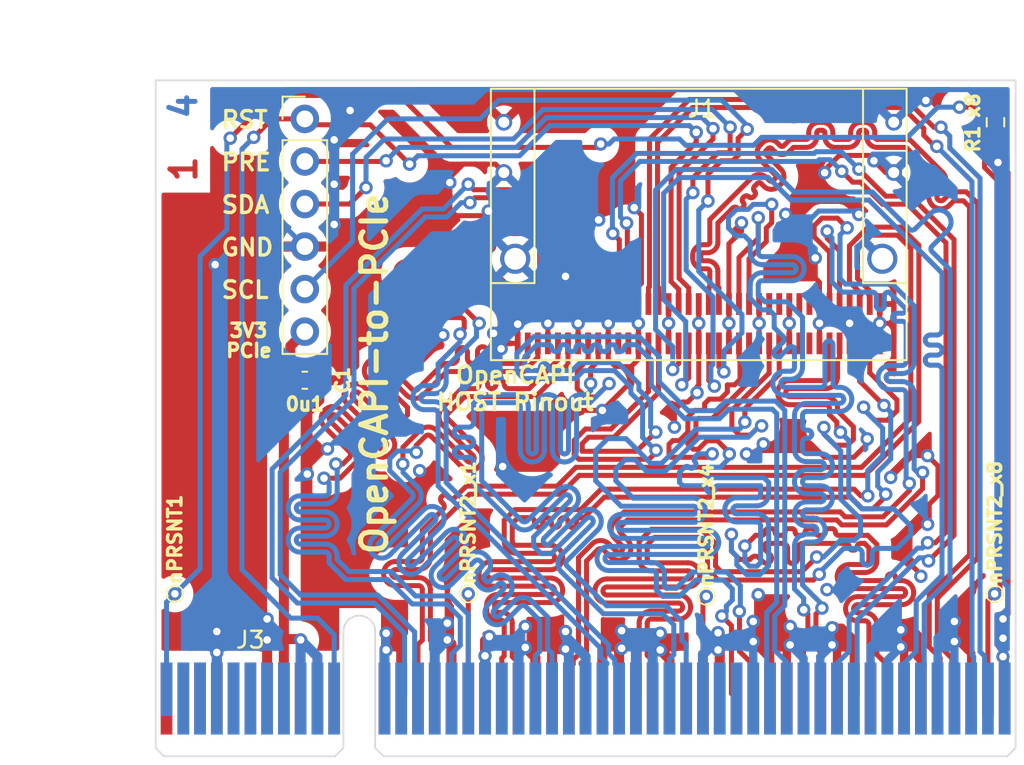
<source format=kicad_pcb>
(kicad_pcb (version 20221018) (generator pcbnew)
  (title_block (title "OpenCAPI to PCIe x8") (company "mwrnd") (comment 1 "github.com/mwrnd/OpenCAPI-to-PCIe"))
  (layers (0 "F.Cu" signal) (1 "In1.Cu" power) (2 "In2.Cu" power) (31 "B.Cu" signal) (34 "B.Paste" user) (35 "F.Paste" user) (36 "B.SilkS" user "B.Silkscreen") (37 "F.SilkS" user "F.Silkscreen") (38 "B.Mask" user) (39 "F.Mask" user) (44 "Edge.Cuts" user))
  (net 0 "")
  (net 1 "GND")
  (net 12 "Tx0_N")
  (net 13 "Tx0_P")
  (net 14 "Tx2_P")
  (net 15 "Tx2_N")
  (net 16 "Tx5_P")
  (net 17 "Tx5_N")
  (net 18 "Tx7_P")
  (net 19 "Tx7_N")
  (net 20 "Rx0_P")
  (net 21 "Rx0_N")
  (net 22 "Rx2_P")
  (net 23 "Rx2_N")
  (net 24 "Rx5_P")
  (net 25 "Rx5_N")
  (net 26 "Tx1_P")
  (net 27 "Tx1_N")
  (net 28 "Tx3_P")
  (net 29 "Tx3_N")
  (net 30 "Tx4_P")
  (net 31 "Tx4_N")
  (net 32 "Tx6_P")
  (net 33 "Tx6_N")
  (net 34 "Rx1_P")
  (net 35 "Rx1_N")
  (net 36 "Rx3_P")
  (net 37 "Rx3_N")
  (net 38 "Rx4_P")
  (net 39 "Rx4_N")
  (net 40 "Rx6_P")
  (net 41 "Rx6_N")
  (net 42 "Rx7_P")
  (net 43 "Rx7_N")
  (net 44 "REFCLK_P")
  (net 45 "REFCLK_N")
  (net 46 "PRE_DETECT")
  (net 47 "SCL")
  (net 48 "SDA")
  (net 49 "Net-(J3-~{PRSNT1})")
  (net 50 "Net-(J3-~{PRSNT2}-PadB17)")
  (net 51 "nPERST")
  (net 54 "TCK")
  (net 55 "TDI")
  (net 56 "TDO")
  (net 57 "TMS")
  (net 58 "SMCLK")
  (net 59 "SMDAT")
  (net 60 "nTRST")
  (net 62 "nWAKE")
  (net 67 "Net-(J3-~{PRSNT2}-PadB31)")
  (net 68 "+3.3V")
  (footprint "TestPoint:TestPoint_THTPad_D1.0mm_Drill0.5mm" (layer "F.Cu") (at 101.4 79.75 90)
    (fp_text reference "TP5" hide)
    (fp_text value "nPRSNT2_x8")
  )
  (footprint "TestPoint:TestPoint_THTPad_D1.0mm_Drill0.5mm" (layer "F.Cu") (at 84.2 79.9 90)
    (fp_text reference "TP3" hide)
    (fp_text value "nPRSNT2_x4")
  )
  (footprint "Connector_PCBEdge:BUS_PCIexpress_x8" (layer "F.Cu") (at 52 86)
    (fp_text reference "J3")
    (fp_text value "Bus_PCI_Express_x8")
    (fp_line (start -0.65 -4.95) (end -0.65 2.95) (stroke (width 0.1)) (layer "Edge.Cuts"))
    (fp_line (start -0.65 2.95) (end -0.15 3.45) (stroke (width 0.1)) (layer "Edge.Cuts"))
    (fp_line (start -0.15 3.45) (end 10.05 3.45) (stroke (width 0.1)) (layer "Edge.Cuts"))
    (fp_line (start 10.55 -4) (end 10.55 2.95) (stroke (width 0.1)) (layer "Edge.Cuts"))
    (fp_line (start 10.55 2.95) (end 10.05 3.45) (stroke (width 0.1)) (layer "Edge.Cuts"))
    (fp_line (start 12.45 -4) (end 12.45 2.95) (stroke (width 0.1)) (layer "Edge.Cuts"))
    (fp_line (start 12.45 2.95) (end 12.95 3.45) (stroke (width 0.1)) (layer "Edge.Cuts"))
    (fp_line (start 12.95 3.45) (end 50.15 3.45) (stroke (width 0.1)) (layer "Edge.Cuts"))
    (fp_line (start 50.65 -4.95) (end 50.65 2.95) (stroke (width 0.1)) (layer "Edge.Cuts"))
    (fp_line (start 50.65 2.95) (end 50.15 3.45) (stroke (width 0.1)) (layer "Edge.Cuts"))
    (fp_arc (start 10.55 -4) (mid 11.5 -4.95) (end 12.45 -4) (stroke (width 0.1)) (layer "Edge.Cuts"))
  )
  (footprint "TestPoint:TestPoint_THTPad_D1.0mm_Drill0.5mm" (layer "F.Cu") (at 52.5 79.75 90)
    (fp_text reference "TP1" hide)
    (fp_text value "nPRSNT1")
  )
  (footprint "SlimSAS_8x:SlimSAS_8x_RA_U10-A474" (layer "F.Cu") (at 72.95 64.8)
    (fp_text reference "J1")
    (fp_text value "OpenCAPI_AAC_Host")
  )
  (footprint "TestPoint:TestPoint_THTPad_D1.0mm_Drill0.5mm" (layer "F.Cu") (at 70 79.75 90)
    (fp_text reference "TP2" hide)
    (fp_text value "nPRSNT2_x1")
  )
  (footprint "Resistor_SMD:R_0603_1608Metric_Pad0.98x0.95mm_HandSolder" (layer "F.Cu") (at 101.45 51.6 90)
    (fp_text reference "R1")
    (fp_text value "x8")
  )
  (footprint "Capacitor_SMD:C_0603_1608Metric_Pad1.08x0.95mm_HandSolder" (layer "F.Cu") (at 60.25 67)
    (fp_text reference "C1")
    (fp_text value "0u1")
  )
  (footprint "Connector_PinHeader_2.54mm:PinHeader_1x06_P2.54mm_Vertical" (layer "F.Cu") (at 60.25 51.4)
    (fp_text reference "J2" hide)
    (fp_text value "Conn_01x06")
  )
  (gr_line (start 51.35 49.1) (end 51.35 81.05) (stroke (width 0.1)) (layer "Edge.Cuts"))
  (gr_line (start 102.65 49.1) (end 51.35 49.1) (stroke (width 0.1)) (layer "Edge.Cuts"))
  (gr_line (start 102.65 49.1) (end 102.65 81.05) (stroke (width 0.1)) (layer "Edge.Cuts"))
  (gr_text "1" (at 53.9 55.3 90) (layer "F.Cu") (effects (font (size 1.5 1.5) (thickness 0.3) bold) (justify left bottom)))
  (gr_text "4" (at 53.9 51.55 90) (layer "B.Cu") (effects (font (size 1.5 1.5) (thickness 0.3) bold) (justify left bottom)))
  (gr_text "OpenCAPI-to-PCIe" (at 64.4 66.6 90) (layer "F.SilkS") (effects (font (size 1.5 1.5) (thickness 0.3) bold)))
  (gr_text "OpenCAPI\nHOST Pinout" (at 72.8 67.5) (layer "F.SilkS") (effects (font (size 1 1) (thickness 0.2) bold)))
  (segment (start 91.7 82.8) (end 91.7 81.775497) (width 0.3) (layer "F.Cu") (net 1))
  (segment (start 90.95 64.8) (end 90.95 63.6) (width 0.3) (layer "F.Cu") (net 1))
  (segment (start 81.45 83.1) (end 81.45 82.1) (width 0.3) (layer "F.Cu") (net 1))
  (segment (start 97.5 71.6) (end 98.02 72.12) (width 0.3) (layer "F.Cu") (net 1))
  (segment (start 74.75 62.45) (end 74.75 61.748732) (width 0.3) (layer "F.Cu") (net 1))
  (segment (start 88.933672 57.933672) (end 88.933672 57.09548) (width 0.3) (layer "F.Cu") (net 1))
  (segment (start 78.35 65.75) (end 78.783409 66.183409) (width 0.3) (layer "F.Cu") (net 1))
  (segment (start 62.02 59.02) (end 62.02 57.72) (width 0.6) (layer "F.Cu") (net 1))
  (segment (start 93 71.6) (end 93.8 70.8) (width 0.3) (layer "F.Cu") (net 1))
  (segment (start 98.02 72.12) (end 98.02 73.88) (width 0.3) (layer "F.Cu") (net 1))
  (segment (start 92.75 64.8) (end 92.75 63.6) (width 0.3) (layer "F.Cu") (net 1))
  (segment (start 92 86) (end 92 83.1) (width 0.5) (layer "F.Cu") (net 1))
  (segment (start 96.45 77.75) (end 96.35 77.65) (width 0.3) (layer "F.Cu") (net 1))
  (segment (start 97.4 74.5) (end 97.4 75.6) (width 0.3) (layer "F.Cu") (net 1))
  (segment (start 77.4 58.9) (end 77.4 58.6) (width 0.3) (layer "F.Cu") (net 1))
  (segment (start 91.7 81.775497) (end 92.275497 81.775497) (width 0.5) (layer "F.Cu") (net 1))
  (segment (start 82 83.65) (end 81.45 83.1) (width 0.6) (layer "F.Cu") (net 1))
  (segment (start 89.2 82.8) (end 89.2 81.7) (width 0.3) (layer "F.Cu") (net 1))
  (segment (start 88 82.6) (end 88.9 81.7) (width 0.5) (layer "F.Cu") (net 1))
  (segment (start 78.35 64.8) (end 78.35 65.75) (width 0.3) (layer "F.Cu") (net 1))
  (segment (start 71.620001 54.100001) (end 72.12 54.6) (width 0.3) (layer "F.Cu") (net 1))
  (segment (start 86.3 57.6) (end 86.3 58.1) (width 0.3) (layer "F.Cu") (net 1))
  (segment (start 80.15 61.396176) (end 80.33 61.216176) (width 0.3) (layer "F.Cu") (net 1))
  (segment (start 61.1125 67) (end 62.3 67) (width 0.6) (layer "F.Cu") (net 1))
  (segment (start 72.95 63.65) (end 72.062594 63.65) (width 0.3) (layer "F.Cu") (net 1))
  (segment (start 101.6 54) (end 102.2 54.6) (width 0.3) (layer "F.Cu") (net 1))
  (segment (start 78.35 62.45) (end 78.35 59.85) (width 0.3) (layer "F.Cu") (net 1))
  (segment (start 89 83) (end 89.2 82.8) (width 0.5) (layer "F.Cu") (net 1))
  (segment (start 54.9 60.1) (end 56.85 60.1) (width 0.6) (layer "F.Cu") (net 1))
  (segment (start 83.647249 67.742897) (end 83.090146 68.3) (width 0.3) (layer "F.Cu") (net 1))
  (segment (start 69 82.75) (end 68.75 82.5) (width 0.6) (layer "F.Cu") (net 1))
  (segment (start 61.6 71.1) (end 61.5 71.1) (width 0.3) (layer "F.Cu") (net 1))
  (segment (start 63.2 66.1) (end 63.2 60.2) (width 0.6) (layer "F.Cu") (net 1))
  (segment (start 55 86) (end 55 83.25) (width 0.6) (layer "F.Cu") (net 1))
  (segment (start 95.8 82.924503) (end 95.8 81.9) (width 0.3) (layer "F.Cu") (net 1))
  (segment (start 87.2 81.2) (end 87.2 79.9) (width 0.3) (layer "F.Cu") (net 1))
  (segment (start 95.4 63.6) (end 95.4 62.55) (width 0.3) (layer "F.Cu") (net 1))
  (segment (start 90.7 59.7) (end 88.933672 57.933672) (width 0.3) (layer "F.Cu") (net 1))
  (segment (start 62.02 57.72) (end 62 57.7) (width 0.6) (layer "F.Cu") (net 1))
  (segment (start 74.75 64.8) (end 74.75 63.6) (width 0.3) (layer "F.Cu") (net 1))
  (segment (start 101.9 83.5) (end 101.9 82.4) (width 0.3) (layer "F.Cu") (net 1))
  (segment (start 84.9 83.1) (end 84.9 82.075497) (width 0.6) (layer "F.Cu") (net 1))
  (segment (start 88 86) (end 88 82.6) (width 0.5) (layer "F.Cu") (net 1))
  (segment (start 94.55 64.8) (end 94.55 63.6) (width 0.3) (layer "F.Cu") (net 1))
  (segment (start 91.25 71.6) (end 93 71.6) (width 0.3) (layer "F.Cu") (net 1))
  (segment (start 90.45 70.8) (end 91.25 71.6) (width 0.3) (layer "F.Cu") (net 1))
  (segment (start 94.55 64.8) (end 95.3 64.8) (width 0.3) (layer "F.Cu") (net 1))
  (segment (start 78 86) (end 78 83.1) (width 0.6) (layer "F.Cu") (net 1))
  (segment (start 85.55 64.8) (end 85.55 63.6) (width 0.3) (layer "F.Cu") (net 1))
  (segment (start 90.95 62.45) (end 90.95 61.15) (width 0.3) (layer "F.Cu") (net 1))
  (segment (start 76.55 62.45) (end 76.55 63.6) (width 0.3) (layer "F.Cu") (net 1))
  (segment (start 89 86) (end 89 83) (width 0.5) (layer "F.Cu") (net 1))
  (segment (start 79 86) (end 79 83.15) (width 0.6) (layer "F.Cu") (net 1))
  (segment (start 96.5 71.5) (end 95.2 72.8) (width 0.3) (layer "F.Cu") (net 1))
  (segment (start 78.35 62.45) (end 78.35 63.6) (width 0.3) (layer "F.Cu") (net 1))
  (segment (start 89.15 64.8) (end 89.15 63.6) (width 0.3) (layer "F.Cu") (net 1))
  (segment (start 97 78.6) (end 96.45 78.05) (width 0.3) (layer "F.Cu") (net 1))
  (segment (start 80.15 62.45) (end 80.15 63.6) (width 0.3) (layer "F.Cu") (net 1))
  (segment (start 74.75 61.748732) (end 75.698732 60.8) (width 0.3) (layer "F.Cu") (net 1))
  (segment (start 81.95 64.8) (end 81.95 63.6) (width 0.3) (layer "F.Cu") (net 1))
  (segment (start 92.134467 53.58) (end 91.262379 54.452088) (width 0.3) (layer "F.Cu") (net 1))
  (segment (start 93.8 70.8) (end 93.8 70.5) (width 0.3) (layer "F.Cu") (net 1))
  (segment (start 102 86) (end 102 83.6) (width 0.5) (layer "F.Cu") (net 1))
  (segment (start 68.9 55.2) (end 68.9 54.9) (width 0.3) (layer "F.Cu") (net 1))
  (segment (start 76.55 64.8) (end 76.55 63.6) (width 0.3) (layer "F.Cu") (net 1))
  (segment (start 97 83.7) (end 97 86) (width 0.5) (layer "F.Cu") (net 1))
  (segment (start 92.134467 53.58) (end 93.88 53.58) (width 0.3) (layer "F.Cu") (net 1))
  (segment (start 74 83.55) (end 73.4 82.95) (width 0.6) (layer "F.Cu") (net 1))
  (segment (start 83.647249 67.391733) (end 83.75 67.288982) (width 0.3) (layer "F.Cu") (net 1))
  (segment (start 77.1 58.3) (end 77.1 58.104096) (width 0.3) (layer "F.Cu") (net 1))
  (segment (start 83.75 62.45) (end 83.75 63.6) (width 0.3) (layer "F.Cu") (net 1))
  (segment (start 80.33 57.13) (end 79.9 56.7) (width 0.3) (layer "F.Cu") (net 1))
  (segment (start 76.55 62.45) (end 76.55 61.55) (width 0.3) (layer "F.Cu") (net 1))
  (segment (start 60.4 68.9) (end 61.1125 68.1875) (width 0.6) (layer "F.Cu") (net 1))
  (segment (start 63.2 60.2) (end 62.02 59.02) (width 0.6) (layer "F.Cu") (net 1))
  (segment (start 79.716591 67.083409) (end 79.716591 66.183409) (width 0.3) (layer "F.Cu") (net 1))
  (segment (start 71 83.45) (end 71 82.55) (width 0.6) (layer "F.Cu") (net 1))
  (segment (start 78 68.8) (end 79.716591 67.083409) (width 0.3) (layer "F.Cu") (net 1))
  (segment (start 82.8 68.3) (end 82.3 68.8) (width 0.3) (layer "F.Cu") (net 1))
  (segment (start 56.85 60.1) (end 57.93 59.02) (width 0.6) (layer "F.Cu") (net 1))
  (segment (start 95.38 54.6) (end 94.9 54.6) (width 0.3) (layer "F.Cu") (net 1))
  (segment (start 96.85 49.65) (end 81.1 49.65) (width 0.3) (layer "F.Cu") (net 1))
  (segment (start 78.35 59.85) (end 77.4 58.9) (width 0.3) (layer "F.Cu") (net 1))
  (segment (start 95.3 64.8) (end 95.4 64.7) (width 0.3) (layer "F.Cu") (net 1))
  (segment (start 102.2 54.6) (end 102.2 80.95) (width 0.3) (layer "F.Cu") (net 1))
  (segment (start 64.5 80.2) (end 60.9 80.2) (width 0.6) (layer "F.Cu") (net 1))
  (segment (start 97.3 50.1) (end 96.85 49.65) (width 0.3) (layer "F.Cu") (net 1))
  (segment (start 96 83.124503) (end 96 86) (width 0.5) (layer "F.Cu") (net 1))
  (segment (start 65.1 83.1) (end 65.1 82.1) (width 0.6) (layer "F.Cu") (net 1))
  (segment (start 94.9 54.6) (end 94.2 53.9) (width 0.3) (layer "F.Cu") (net 1))
  (segment (start 75.95 68.8) (end 75 69.75) (width 0.3) (layer "F.Cu") (net 1))
  (segment (start 81.95 62.45) (end 81.95 63.6) (width 0.3) (layer "F.Cu") (net 1))
  (segment (start 98.02 73.88) (end 97.4 74.5) (width 0.3) (layer "F.Cu") (net 1))
  (segment (start 58 86) (end 58 82.5) (width 0.6) (layer "F.Cu") (net 1))
  (segment (start 91.7 81.775497) (end 91.9 81.575497) (width 0.3) (layer "F.Cu") (net 1))
  (segment (start 94.55 62.45) (end 95.3 62.45) (width 0.3) (layer "F.Cu") (net 1))
  (segment (start 78.783409 66.183409) (end 79.716591 66.183409) (width 0.3) (layer "F.Cu") (net 1))
  (segment (start 102 83.6) (end 101.9 83.5) (width 0.5) (layer "F.Cu") (net 1))
  (segment (start 73.4 81.7) (end 73.9 82.2) (width 0.3) (layer "F.Cu") (net 1))
  (segment (start 97.05 75.6) (end 97.4 75.6) (width 0.3) (layer "F.Cu") (net 1))
  (segment (start 99.3 82.6) (end 99 82.6) (width 0.5) (layer "F.Cu") (net 1))
  (segment (start 62.3 67) (end 63.2 66.1) (width 0.6) (layer "F.Cu") (net 1))
  (segment (start 95.8 82.924503) (end 96 83.124503) (width 0.5) (layer "F.Cu") (net 1))
  (segment (start 85 83.2) (end 84.9 83.1) (width 0.6) (layer "F.Cu") (net 1))
  (segment (start 92.275497 81.775497) (end 93 82.5) (width 0.5) (layer "F.Cu") (net 1))
  (segment (start 91.262379 54.452088) (end 91.262379 54.611361) (width 0.3) (layer "F.Cu") (net 1))
  (segment (start 97.3 75.8) (end 97.5 75.6) (width 0.3) (layer "F.Cu") (net 1))
  (segment (start 85 86) (end 85 83.2) (width 0.6) (layer "F.Cu") (net 1))
  (segment (start 75 69.75) (end 72.6 72.15) (width 0.3) (layer "F.Cu") (net 1))
  (segment (start 100 83.3) (end 99.3 82.6) (width 0.5) (layer "F.Cu") (net 1))
  (segment (start 96.35 77.65) (end 96.35 76.3) (width 0.3) (layer "F.Cu") (net 1))
  (segment (start 70.925 57.175) (end 71.2 56.9) (width 0.3) (layer "F.Cu") (net 1))
  (segment (start 102.2 80.95) (end 101.9 81.25) (width 0.3) (layer "F.Cu") (net 1))
  (segment (start 72.6 72.15) (end 72.05 72.15) (width 0.3) (layer "F.Cu") (net 1))
  (segment (start 68.9 55.2) (end 68.9 56.8) (width 0.3) (layer "F.Cu") (net 1))
  (segment (start 79.716591 66.183409) (end 80.15 65.75) (width 0.3) (layer "F.Cu") (net 1))
  (segment (start 68.75 82.5) (end 68.75 81.5) (width 0.6) (layer "F.Cu") (net 1))
  (segment (start 95.8 81.9) (end 96.5 81.9) (width 0.5) (layer "F.Cu") (net 1))
  (segment (start 87.35 64.8) (end 87.35 63.6) (width 0.3) (layer "F.Cu") (net 1))
  (segment (start 68.48675 64.38675) (end 68.48675 64.300656) (width 0.3) (layer "F.Cu") (net 1))
  (segment (start 87 81.4) (end 87.2 81.2) (width 0.3) (layer "F.Cu") (net 1))
  (segment (start 71 86) (end 71 83.45) (width 0.6) (layer "F.Cu") (net 1))
  (segment (start 87.2 79.9) (end 87.3 79.8) (width 0.3) (layer "F.Cu") (net 1))
  (segment (start 83.75 67.288982) (end 83.75 64.8) (width 0.3) (layer "F.Cu") (net 1))
  (segment (start 65.1 80.8) (end 64.5 80.2) (width 0.6) (layer "F.Cu") (net 1))
  (segment (start 94.55 63.6) (end 95.4 63.6) (width 0.3) (layer "F.Cu") (net 1))
  (segment (start 92.75 62.45) (end 92.75 63.6) (width 0.3) (layer "F.Cu") (net 1))
  (segment (start 95.4 62.55) (end 95.3 62.45) (width 0.3) (layer "F.Cu") (net 1))
  (segment (start 74 86) (end 74 83.55) (width 0.6) (layer "F.Cu") (net 1))
  (segment (start 81.1 49.65) (end 79.35 51.4) (width 0.3) (layer "F.Cu") (net 1))
  (segment (start 79 83.15) (end 79.15 83) (width 0.6) (layer "F.Cu") (net 1))
  (segment (start 66 86) (end 66 83) (width 0.6) (layer "F.Cu") (net 1))
  (segment (start 88 86) (end 88 83.6) (width 0.5) (layer "F.Cu") (net 1))
  (segment (start 65.1 82.1) (end 65.1 80.8) (width 0.6) (layer "F.Cu") (net 1))
  (segment (start 73.9 82.2) (end 75.6 82.2) (width 0.3) (layer "F.Cu") (net 1))
  (segment (start 83.75 64.8) (end 83.75 63.6) (width 0.3) (layer "F.Cu") (net 1))
  (segment (start 72.95 62.45) (end 72.95 63.65) (width 0.3) (layer "F.Cu") (net 1))
  (segment (start 78 68.8) (end 75.95 68.8) (width 0.3) (layer "F.Cu") (net 1))
  (segment (start 69.275 57.175) (end 70.925 57.175) (width 0.3) (layer "F.Cu") (net 1))
  (segment (start 72.95 64.8) (end 72.95 63.65) (width 0.3) (layer "F.Cu") (net 1))
  (segment (start 80.15 64.8) (end 80.15 63.6) (width 0.3) (layer "F.Cu") (net 1))
  (segment (start 92 83.1) (end 91.7 82.8) (width 0.5) (layer "F.Cu") (net 1))
  (segment (start 89.15 62.45) (end 89.15 63.6) (width 0.3) (layer "F.Cu") (net 1))
  (segment (start 75 83.25) (end 75.2 83.05) (width 0.6) (layer "F.Cu") (net 1))
  (segment (start 96.5 81.9) (end 96.8 82.2) (width 0.5) (layer "F.Cu") (net 1))
  (segment (start 58 82.5) (end 58 81.25) (width 0.6) (layer "F.Cu") (net 1))
  (segment (start 75.6 82.2) (end 75.8 82) (width 0.3) (layer "F.Cu") (net 1))
  (segment (start 62.02 59.02) (end 60.25 59.02) (width 0.6) (layer "F.Cu") (net 1))
  (segment (start 77.4 58.6) (end 77.1 58.3) (width 0.3) (layer "F.Cu") (net 1))
  (segment (start 90.7 60.9) (end 90.7 59.7) (width 0.3) (layer "F.Cu") (net 1))
  (segment (start 93 82.5) (end 93 86) (width 0.5) (layer "F.Cu") (net 1))
  (segment (start 61.5 71.1) (end 60.4 72.2) (width 0.3) (layer "F.Cu") (net 1))
  (segment (start 77.1 58.104096) (end 77.776024 57.428072) (width 0.3) (layer "F.Cu") (net 1))
  (segment (start 72.062594 63.65) (end 71.51325 64.199344) (width 0.3) (layer "F.Cu") (net 1))
  (segment (start 86.3 58.1) (end 85.55 58.85) (width 0.3) (layer "F.Cu") (net 1))
  (segment (start 66 83) (end 65.1 82.1) (width 0.6) (layer "F.Cu") (net 1))
  (segment (start 80.33 61.216176) (end 80.33 57.13) (width 0.3) (layer "F.Cu") (net 1))
  (segment (start 87.6 70.8) (end 90.45 70.8) (width 0.3) (layer "F.Cu") (net 1))
  (segment (start 94.55 62.45) (end 94.55 63.6) (width 0.3) (layer "F.Cu") (net 1))
  (segment (start 88.9 81.7) (end 89.2 81.7) (width 0.5) (layer "F.Cu") (net 1))
  (segment (start 83.647249 67.742897) (end 83.647249 67.391733) (width 0.3) (layer "F.Cu") (net 1))
  (segment (start 95.4 64.7) (end 95.4 63.6) (width 0.3) (layer "F.Cu") (net 1))
  (segment (start 57.93 59.02) (end 60.25 59.02) (width 0.6) (layer "F.Cu") (net 1))
  (segment (start 80.15 65.75) (end 80.15 64.8) (width 0.3) (layer "F.Cu") (net 1))
  (segment (start 82.3 68.8) (end 82.3 69.8) (width 0.3) (layer "F.Cu") (net 1))
  (segment (start 78 83.1) (end 79.15 81.95) (width 0.6) (layer "F.Cu") (net 1))
  (segment (start 85.55 62.45) (end 85.55 63.6) (width 0.3) (layer "F.Cu") (net 1))
  (segment (start 61.1125 68.1875) (end 61.1125 67) (width 0.6) (layer "F.Cu") (net 1))
  (segment (start 90.95 61.15) (end 90.7 60.9) (width 0.3) (layer "F.Cu") (net 1))
  (segment (start 75.2 83.05) (end 75.8 83.05) (width 0.6) (layer "F.Cu") (net 1))
  (segment (start 96.8 83.5) (end 97 83.7) (width 0.5) (layer "F.Cu") (net 1))
  (segment (start 72.95 64.8) (end 72.280722 64.8) (width 0.3) (layer "F.Cu") (net 1))
  (segment (start 82 86) (end 82 83.65) (width 0.6) (layer "F.Cu") (net 1))
  (segment (start 60.4 72.2) (end 60.4 72.6) (width 0.3) (layer "F.Cu") (net 1))
  (segment (start 60.4 79.7) (end 60.4 68.9) (width 0.6) (layer "F.Cu") (net 1))
  (segment (start 100 86) (end 100 83.3) (width 0.5) (layer "F.Cu") (net 1))
  (segment (start 97.3 50.3) (end 97.3 50.1) (width 0.3) (layer "F.Cu") (net 1))
  (segment (start 101.9 82.4) (end 101.9 81.25) (width 0.3) (layer "F.Cu") (net 1))
  (segment (start 90.95 62.45) (end 90.95 63.6) (width 0.3) (layer "F.Cu") (net 1))
  (segment (start 76.55 61.55) (end 75.8 60.8) (width 0.3) (layer "F.Cu") (net 1))
  (segment (start 75 86) (end 75 83.25) (width 0.6) (layer "F.Cu") (net 1))
  (segment (start 75.698732 60.8) (end 75.8 60.8) (width 0.3) (layer "F.Cu") (net 1))
  (segment (start 94.2 53.9) (end 93.88 53.58) (width 0.3) (layer "F.Cu") (net 1))
  (segment (start 87.35 62.45) (end 87.35 63.6) (width 0.3) (layer "F.Cu") (net 1))
  (segment (start 79.35 51.4) (end 79.35 56.15) (width 0.3) (layer "F.Cu") (net 1))
  (segment (start 71 82.55) (end 71.25 82.3) (width 0.6) (layer "F.Cu") (net 1))
  (segment (start 79.35 56.15) (end 79.9 56.7) (width 0.3) (layer "F.Cu") (net 1))
  (segment (start 74.75 62.45) (end 74.75 63.6) (width 0.3) (layer "F.Cu") (net 1))
  (segment (start 72.280722 64.8) (end 71.958863 65.121859) (width 0.3) (layer "F.Cu") (net 1))
  (segment (start 83.090146 68.3) (end 82.8 68.3) (width 0.3) (layer "F.Cu") (net 1))
  (segment (start 69.699999 54.100001) (end 71.620001 54.100001) (width 0.3) (layer "F.Cu") (net 1))
  (segment (start 97 78.7) (end 97 78.6) (width 0.3) (layer "F.Cu") (net 1))
  (segment (start 88 83.6) (end 87 82.6) (width 0.5) (layer "F.Cu") (net 1))
  (segment (start 85.55 58.85) (end 85.55 62.45) (width 0.3) (layer "F.Cu") (net 1))
  (segment (start 96.8 82.2) (end 96.8 83.5) (width 0.5) (layer "F.Cu") (net 1))
  (segment (start 68.9 56.8) (end 69.275 57.175) (width 0.3) (layer "F.Cu") (net 1))
  (segment (start 78.35 64.8) (end 78.35 63.6) (width 0.3) (layer "F.Cu") (net 1))
  (segment (start 97.4 71.5) (end 96.5 71.5) (width 0.3) (layer "F.Cu") (net 1))
  (segment (start 60.9 80.2) (end 60.4 79.7) (width 0.6) (layer "F.Cu") (net 1))
  (segment (start 96.45 78.05) (end 96.45 77.75) (width 0.3) (layer "F.Cu") (net 1))
  (segment (start 68.9 54.9) (end 69.699999 54.100001) (width 0.3) (layer "F.Cu") (net 1))
  (segment (start 80.15 62.45) (end 80.15 61.396176) (width 0.3) (layer "F.Cu") (net 1))
  (segment (start 69 86) (end 69 82.75) (width 0.6) (layer "F.Cu") (net 1))
  (segment (start 96.35 76.3) (end 97.05 75.6) (width 0.3) (layer "F.Cu") (net 1))
  (via (at 54.9 60.1) (size 0.8) (drill 0.45) (layers "F.Cu" "B.Cu") (net 1))
  (via (at 55 83.25) (size 0.8) (drill 0.45) (layers "F.Cu" "B.Cu") (net 1))
  (via (at 60.4 72.6) (size 0.8) (drill 0.45) (layers "F.Cu" "B.Cu") (net 1))
  (via (at 72.95 63.65) (size 0.8) (drill 0.45) (layers "F.Cu" "B.Cu") (net 1))
  (via (at 95.8 82.924503) (size 0.8) (drill 0.45) (layers "F.Cu" "B.Cu") (net 1))
  (via (at 78 68.8) (size 0.8) (drill 0.45) (layers "F.Cu" "B.Cu") (net 1))
  (via (at 97.3 50.3) (size 0.8) (drill 0.45) (layers "F.Cu" "B.Cu") (net 1))
  (via (at 62.95 50.9) (size 0.8) (drill 0.45) (layers "F.Cu" "B.Cu") (net 1))
  (via (at 99 81.4) (size 0.8) (drill 0.45) (layers "F.Cu" "B.Cu") (net 1))
  (via (at 95.8 81.9) (size 0.8) (drill 0.45) (layers "F.Cu" "B.Cu") (net 1))
  (via (at 91.7 82.8) (size 0.8) (drill 0.45) (layers "F.Cu" "B.Cu") (net 1))
  (via (at 79.9 56.7) (size 0.8) (drill 0.45) (layers "F.Cu" "B.Cu") (net 1))
  (via (at 101.9 83.5) (size 0.8) (drill 0.45) (layers "F.Cu" "B.Cu") (net 1))
  (via (at 88.933672 57.09548) (size 0.8) (drill 0.45) (layers "F.Cu" "B.Cu") (net 1))
  (via (at 90.7 59.7) (size 0.8) (drill 0.45) (layers "F.Cu" "B.Cu") (net 1))
  (via (at 101.9 82.4) (size 0.8) (drill 0.45) (layers "F.Cu" "B.Cu") (net 1))
  (via (at 79.15 81.95) (size 0.8) (drill 0.45) (layers "F.Cu" "B.Cu") (net 1))
  (via (at 58 82.5) (size 0.8) (drill 0.45) (layers "F.Cu" "B.Cu") (net 1))
  (via (at 81.45 82.1) (size 0.8) (drill 0.45) (layers "F.Cu" "B.Cu") (net 1))
  (via (at 71.958863 65.121859) (size 0.8) (drill 0.45) (layers "F.Cu" "B.Cu") (net 1))
  (via (at 84.9 82.075497) (size 0.8) (drill 0.45) (layers "F.Cu" "B.Cu") (net 1))
  (via (at 87 81.4) (size 0.8) (drill 0.45) (layers "F.Cu" "B.Cu") (net 1))
  (via (at 74.75 63.6) (size 0.8) (drill 0.45) (layers "F.Cu" "B.Cu") (net 1))
  (via (at 99 82.6) (size 0.8) (drill 0.45) (layers "F.Cu" "B.Cu") (net 1))
  (via (at 67.1 72.4) (size 0.8) (drill 0.45) (layers "F.Cu" "B.Cu") (net 1))
  (via (at 91.262379 54.611361) (size 0.8) (drill 0.45) (layers "F.Cu" "B.Cu") (net 1))
  (via (at 81.95 63.6) (size 0.8) (drill 0.45) (layers "F.Cu" "B.Cu") (net 1))
  (via (at 75.8 83.05) (size 0.8) (drill 0.45) (layers "F.Cu" "B.Cu") (net 1))
  (via (at 97.4 71.5) (size 0.8) (drill 0.45) (layers "F.Cu" "B.Cu") (net 1))
  (via (at 62 52.65) (size 0.8) (drill 0.45) (layers "F.Cu" "B.Cu") (net 1))
  (via (at 94.55 63.6) (size 0.8) (drill 0.45) (layers "F.Cu" "B.Cu") (net 1))
  (via (at 65.1 82.1) (size 0.8) (drill 0.45) (layers "F.Cu" "B.Cu") (net 1))
  (via (at 68.75 82.5) (size 0.8) (drill 0.45) (layers "F.Cu" "B.Cu") (net 1))
  (via (at 91.7 81.775497) (size 0.8) (drill 0.45) (layers "F.Cu" "B.Cu") (net 1))
  (via (at 83.647249 67.742897) (size 0.8) (drill 0.45) (layers "F.Cu" "B.Cu") (net 1))
  (via (at 68.9 55.2) (size 0.8) (drill 0.45) (layers "F.Cu" "B.Cu") (net 1))
  (via (at 89.2 81.7) (size 0.8) (drill 0.45) (layers "F.Cu" "B.Cu") (net 1))
  (via (at 93.8 70.5) (size 0.8) (drill 0.45) (layers "F.Cu" "B.Cu") (net 1))
  (via (at 86.6 71.4) (size 0.8) (drill 0.45) (layers "F.Cu" "B.Cu") (net 1))
  (via (at 89.2 82.8) (size 0.8) (drill 0.45) (layers "F.Cu" "B.Cu") (net 1))
  (via (at 82.3 69.8) (size 0.8) (drill 0.45) (layers "F.Cu" "B.Cu") (net 1))
  (via (at 71.51325 64.199344) (size 0.8) (drill 0.45) (layers "F.Cu" "B.Cu") (net 1))
  (via (at 73.4 81.7) (size 0.8) (drill 0.45) (layers "F.Cu" "B.Cu") (net 1))
  (via (at 75.8 82) (size 0.8) (drill 0.45) (layers "F.Cu" "B.Cu") (net 1))
  (via (at 62 57.7) (size 0.8) (drill 0.45) (layers "F.Cu" "B.Cu") (net 1))
  (via (at 101.9 81.25) (size 0.8) (drill 0.45) (layers "F.Cu" "B.Cu") (net 1))
  (via (at 84.9 83.1) (size 0.8) (drill 0.45) (layers "F.Cu" "B.Cu") (net 1))
  (via (at 80.15 63.6) (size 0.8) (drill 0.45) (layers "F.Cu" "B.Cu") (net 1))
  (via (at 97.4 75.6) (size 0.8) (drill 0.45) (layers "F.Cu" "B.Cu") (net 1))
  (via (at 71.2 56.9) (size 0.8) (drill 0.45) (layers "F.Cu" "B.Cu") (net 1))
  (via (at 87.3 79.8) (size 0.8) (drill 0.45) (layers "F.Cu" "B.Cu") (net 1))
  (via (at 79.15 83) (size 0.8) (drill 0.45) (layers "F.Cu" "B.Cu") (net 1))
  (via (at 68.75 81.5) (size 0.8) (drill 0.45) (layers "F.Cu" "B.Cu") (net 1))
  (via (at 73.4 82.95) (size 0.8) (drill 0.45) (layers "F.Cu" "B.Cu") (net 1))
  (via (at 72.05 72.15) (size 0.8) (drill 0.45) (layers "F.Cu" "B.Cu") (net 1))
  (via (at 90.95 63.6) (size 0.8) (drill 0.45) (layers "F.Cu" "B.Cu") (net 1))
  (via (at 62 55.3) (size 0.8) (drill 0.45) (layers "F.Cu" "B.Cu") (net 1))
  (via (at 71 83.45) (size 0.8) (drill 0.45) (layers "F.Cu" "B.Cu") (net 1))
  (via (at 94.2 53.9) (size 0.8) (drill 0.45) (layers "F.Cu" "B.Cu") (net 1))
  (via (at 91.4 79.5) (size 0.8) (drill 0.45) (layers "F.Cu" "B.Cu") (net 1))
  (via (at 75.8 60.8) (size 0.8) (drill 0.45) (layers "F.Cu" "B.Cu") (net 1))
  (via (at 81.45 83.1) (size 0.8) (drill 0.45) (layers "F.Cu" "B.Cu") (net 1))
  (via (at 92.75 63.6) (size 0.8) (drill 0.45) (layers "F.Cu" "B.Cu") (net 1))
  (via (at 55 82) (size 0.8) (drill 0.45) (layers "F.Cu" "B.Cu") (net 1))
  (via (at 97 78.7) (size 0.8) (drill 0.45) (layers "F.Cu" "B.Cu") (net 1))
  (via (at 83.75 63.6) (size 0.8) (drill 0.45) (layers "F.Cu" "B.Cu") (net 1))
  (via (at 78.35 63.6) (size 0.8) (drill 0.45) (layers "F.Cu" "B.Cu") (net 1))
  (via (at 87.35 63.6) (size 0.8) (drill 0.45) (layers "F.Cu" "B.Cu") (net 1))
  (via (at 93.3 57.1) (size 0.8) (drill 0.45) (layers "F.Cu" "B.Cu") (net 1))
  (via (at 101.6 54) (size 0.8) (drill 0.45) (layers "F.Cu" "B.Cu") (net 1))
  (via (at 86.3 57.6) (size 0.8) (drill 0.45) (layers "F.Cu" "B.Cu") (net 1))
  (via (at 87 82.6) (size 0.8) (drill 0.45) (layers "F.Cu" "B.Cu") (net 1))
  (via (at 87.6 70.8) (size 0.8) (drill 0.45) (layers "F.Cu" "B.Cu") (net 1))
  (via (at 71.25 82.3) (size 0.8) (drill 0.45) (layers "F.Cu" "B.Cu") (net 1))
  (via (at 58 81.25) (size 0.8) (drill 0.45) (layers "F.Cu" "B.Cu") (net 1))
  (via (at 61.6 71.1) (size 0.8) (drill 0.45) (layers "F.Cu" "B.Cu") (net 1))
  (via (at 68.48675 64.300656) (size 0.8) (drill 0.45) (layers "F.Cu" "B.Cu") (net 1))
  (via (at 77.776024 57.428072) (size 0.8) (drill 0.45) (layers "F.Cu" "B.Cu") (net 1))
  (via (at 76.55 63.6) (size 0.8) (drill 0.45) (layers "F.Cu" "B.Cu") (net 1))
  (via (at 89.15 63.6) (size 0.8) (drill 0.45) (layers "F.Cu" "B.Cu") (net 1))
  (via (at 65.1 83.1) (size 0.8) (drill 0.45) (layers "F.Cu" "B.Cu") (net 1))
  (via (at 85.55 63.6) (size 0.8) (drill 0.45) (layers "F.Cu" "B.Cu") (net 1))
  (via (at 95.2 72.8) (size 0.8) (drill 0.45) (layers "F.Cu" "B.Cu") (net 1))
  (segment (start 84 86) (end 84 83.362748) (width 0.6) (layer "B.Cu") (net 1))
  (segment (start 90.9 56.9) (end 90.4 57.4) (width 0.3) (layer "B.Cu") (net 1))
  (segment (start 102 83.6) (end 101.9 83.5) (width 0.5) (layer "B.Cu") (net 1))
  (segment (start 78 68.8) (end 77.9 68.9) (width 0.3) (layer "B.Cu") (net 1))
  (segment (start 68 83.25) (end 68.75 82.5) (width 0.6) (layer "B.Cu") (net 1))
  (segment (start 97.5 71.6) (end 97.4 71.5) (width 0.3) (layer "B.Cu") (net 1))
  (segment (start 77 86) (end 77 83.5) (width 0.6) (layer "B.Cu") (net 1))
  (segment (start 80 83) (end 79.15 82.15) (width 0.6) (layer "B.Cu") (net 1))
  (segment (start 72.65 82.35) (end 71.3 82.35) (width 0.3) (layer "B.Cu") (net 1))
  (segment (start 62 57.7) (end 62 55.3) (width 0.6) (layer "B.Cu") (net 1))
  (segment (start 100.4 50.2) (end 99.85 49.65) (width 0.3) (layer "B.Cu") (net 1))
  (segment (start 98 82.4) (end 99 81.4) (width 0.5) (layer "B.Cu") (net 1))
  (segment (start 101.9 79.05) (end 101.9 54.3) (width 0.3) (layer "B.Cu") (net 1))
  (segment (start 59.25 49.65) (end 58.2 50.7) (width 0.3) (layer "B.Cu") (net 1))
  (segment (start 90 83.6) (end 89.2 82.8) (width 0.5) (layer "B.Cu") (net 1))
  (segment (start 101.9 81.25) (end 101.9 80.9) (width 0.3) (layer "B.Cu") (net 1))
  (segment (start 94 82.9) (end 94 86) (width 0.5) (layer "B.Cu") (net 1))
  (segment (start 99 86) (end 99 82.6) (width 0.5) (layer "B.Cu") (net 1))
  (segment (start 55 60.2) (end 54.9 60.1) (width 0.6) (layer "B.Cu") (net 1))
  (segment (start 95.38 51.58) (end 93.45 49.65) (width 0.3) (layer "B.Cu") (net 1))
  (segment (start 62 51.85) (end 62.95 50.9) (width 0.6) (layer "B.Cu") (net 1))
  (segment (start 99 82.6) (end 99 81.4) (width 0.3) (layer "B.Cu") (net 1))
  (segment (start 65 86) (end 65 83.2) (width 0.6) (layer "B.Cu") (net 1))
  (segment (start 76 83.25) (end 75.8 83.05) (width 0.6) (layer "B.Cu") (net 1))
  (segment (start 95.8 82.924503) (end 95 83.724503) (width 0.5) (layer "B.Cu") (net 1))
  (segment (start 75.8 82.3) (end 75.8 82) (width 0.6) (layer "B.Cu") (net 1))
  (segment (start 68 86) (end 68 83.25) (width 0.6) (layer "B.Cu") (net 1))
  (segment (start 62 52.65) (end 62 51.85) (width 0.6) (layer "B.Cu") (net 1))
  (segment (start 55 82) (end 55 60.2) (width 0.6) (layer "B.Cu") (net 1))
  (segment (start 79.15 82.15) (end 79.15 81.95) (width 0.6) (layer "B.Cu") (net 1))
  (segment (start 100.4 52.8) (end 100.4 50.2) (width 0.3) (layer "B.Cu") (net 1))
  (segment (start 102 86) (end 102 83.6) (width 0.5) (layer "B.Cu") (net 1))
  (segment (start 71.3 82.35) (end 71.25 82.3) (width 0.3) (layer "B.Cu") (net 1))
  (segment (start 63.5 70.5) (end 65.1 68.9) (width 0.3) (layer "B.Cu") (net 1))
  (segment (start 91 86) (end 91 83.5) (width 0.5) (layer "B.Cu") (net 1))
  (segment (start 81 86) (end 81 82.55) (width 0.6) (layer "B.Cu") (net 1))
  (segment (start 97.95 49.65) (end 97.3 50.3) (width 0.3) (layer "B.Cu") (net 1))
  (segment (start 65.1 66.5) (end 67.299344 64.300656) (width 0.3) (layer "B.Cu") (net 1))
  (segment (start 65.1 68.9) (end 65.1 66.5) (width 0.3) (layer "B.Cu") (net 1))
  (segment (start 61.6 71.1) (end 62.2 70.5) (width 0.3) (layer "B.Cu") (net 1))
  (segment (start 93.3 57.1) (end 93.1 56.9) (width 0.3) (layer "B.Cu") (net 1))
  (segment (start 98 86) (end 98 82.4) (width 0.5) (layer "B.Cu") (net 1))
  (segment (start 95.38 51.6) (end 95.38 51.58) (width 0.3) (layer "B.Cu") (net 1))
  (segment (start 99.85 49.65) (end 97.95 49.65) (width 0.3) (layer "B.Cu") (net 1))
  (segment (start 76 86) (end 76 83.25) (width 0.6) (layer "B.Cu") (net 1))
  (segment (start 81 82.55) (end 81.45 82.1) (width 0.6) (layer "B.Cu") (net 1))
  (segment (start 84.9 82.462748) (end 84.9 82.075497) (width 0.6) (layer "B.Cu") (net 1))
  (segment (start 65 83.2) (end 65.1 83.1) (width 0.6) (layer "B.Cu") (net 1))
  (segment (start 97.5 75.6) (end 97.4 75.6) (width 0.3) (layer "B.Cu") (net 1))
  (segment (start 67.299344 64.300656) (end 68.48675 64.300656) (width 0.3) (layer "B.Cu") (net 1))
  (segment (start 58.2 56.97) (end 60.25 59.02) (width 0.3) (layer "B.Cu") (net 1))
  (segment (start 90.4 57.4) (end 90.4 59.4) (width 0.3) (layer "B.Cu") (net 1))
  (segment (start 102.175 80.625) (end 102.175 79.325) (width 0.3) (layer "B.Cu") (net 1))
  (segment (start 73.3 81.7) (end 72.65 82.35) (width 0.3) (layer "B.Cu") (net 1))
  (segment (start 93.45 49.65) (end 59.25 49.65) (width 0.3) (layer "B.Cu") (net 1))
  (segment (start 87 82.6) (end 87 81.4) (width 0.3) (layer "B.Cu") (net 1))
  (segment (start 62.2 70.5) (end 63.5 70.5) (width 0.3) (layer "B.Cu") (net 1))
  (segment (start 90.4 59.4) (end 90.7 59.7) (width 0.3) (layer "B.Cu") (net 1))
  (segment (start 62 55.3) (end 62 52.65) (width 0.6) (layer "B.Cu") (net 1))
  (segment (start 95 81.9) (end 94 82.9) (width 0.5) (layer "B.Cu") (net 1))
  (segment (start 93.1 56.9) (end 90.9 56.9) (width 0.3) (layer "B.Cu") (net 1))
  (segment (start 73 83.35) (end 73.4 82.95) (width 0.6) (layer "B.Cu") (net 1))
  (segment (start 86.6 71.4) (end 87 71.4) (width 0.3) (layer "B.Cu") (net 1))
  (segment (start 91 83.5) (end 91.7 82.8) (width 0.5) (layer "B.Cu") (net 1))
  (segment (start 90 86) (end 90 83.6) (width 0.5) (layer "B.Cu") (net 1))
  (segment (start 71 86) (end 71 83.45) (width 0.6) (layer "B.Cu") (net 1))
  (segment (start 73 86) (end 73 83.35) (width 0.6) (layer "B.Cu") (net 1))
  (segment (start 102.175 79.325) (end 101.9 79.05) (width 0.3) (layer "B.Cu") (net 1))
  (segment (start 55 83.25) (end 55 82) (width 0.6) (layer "B.Cu") (net 1))
  (segment (start 101.9 54.3) (end 100.4 52.8) (width 0.3) (layer "B.Cu") (net 1))
  (segment (start 77 83.5) (end 75.8 82.3) (width 0.6) (layer "B.Cu") (net 1))
  (segment (start 55 86) (end 55 83.25) (width 0.6) (layer "B.Cu") (net 1))
  (segment (start 101.6 54) (end 100.4 52.8) (width 0.3) (layer "B.Cu") (net 1))
  (segment (start 84 83.362748) (end 84.9 82.462748) (width 0.6) (layer "B.Cu") (net 1))
  (segment (start 95 83.724503) (end 95 86) (width 0.5) (layer "B.Cu") (net 1))
  (segment (start 80 86) (end 80 83) (width 0.6) (layer "B.Cu") (net 1))
  (segment (start 101.9 80.9) (end 102.175 80.625) (width 0.3) (layer "B.Cu") (net 1))
  (segment (start 58.2 50.7) (end 58.2 56.97) (width 0.3) (layer "B.Cu") (net 1))
  (segment (start 87 71.4) (end 87.6 70.8) (width 0.3) (layer "B.Cu") (net 1))
  (segment (start 95.8 81.9) (end 95 81.9) (width 0.5) (layer "B.Cu") (net 1))
  (segment (start 73.4 81.7) (end 73.3 81.7) (width 0.3) (layer "B.Cu") (net 1))
  (segment (start 87 86) (end 87 82.6) (width 0.5) (layer "B.Cu") (net 1))
  (segment (start 93.850588 57.86) (end 92.739706 58.970882) (width 0.3) (layer "F.Cu") (net 12))
  (segment (start 68 86) (end 67.9 85.9) (width 0.3) (layer "F.Cu") (net 12))
  (segment (start 67.74 76.138822) (end 67.74 77.58) (width 0.3) (layer "F.Cu") (net 12))
  (segment (start 95.799412 57.86) (end 93.850588 57.86) (width 0.3) (layer "F.Cu") (net 12))
  (segment (start 92.739706 61.129116) (end 93.41 61.799412) (width 0.3) (layer "F.Cu") (net 12))
  (segment (start 68 82.774999) (end 67.74 82.514999) (width 0.3) (layer "F.Cu") (net 12))
  (segment (start 70.078822 73.8) (end 75.5 73.8) (width 0.3) (layer "F.Cu") (net 12))
  (segment (start 96.88 58.94059) (end 95.799412 57.86) (width 0.3) (layer "F.Cu") (net 12))
  (segment (start 93.41 61.915) (end 93.35 61.975) (width 0.3) (layer "F.Cu") (net 12))
  (segment (start 93.35 61.975) (end 93.35 62.45) (width 0.3) (layer "F.Cu") (net 12))
  (segment (start 65.668943 78.3) (end 67.02 78.3) (width 0.3) (layer "F.Cu") (net 12))
  (segment (start 75.5 73.8) (end 76.62 72.68) (width 0.3) (layer "F.Cu") (net 12))
  (segment (start 76.62 72.68) (end 93.65941 72.68) (width 0.3) (layer "F.Cu") (net 12))
  (segment (start 67.74 82.514999) (end 67.74 79.5) (width 0.3) (layer "F.Cu") (net 12))
  (segment (start 92.739706 58.970882) (end 92.739706 61.129116) (width 0.3) (layer "F.Cu") (net 12))
  (segment (start 68 86) (end 68 82.774999) (width 0.3) (layer "F.Cu") (net 12))
  (segment (start 93.41 61.799412) (end 93.41 61.915) (width 0.3) (layer "F.Cu") (net 12))
  (segment (start 70.078822 73.8) (end 67.74 76.138822) (width 0.3) (layer "F.Cu") (net 12))
  (segment (start 93.65941 72.68) (end 96.88 69.459411) (width 0.3) (layer "F.Cu") (net 12))
  (segment (start 96.88 69.459411) (end 96.88 58.94059) (width 0.3) (layer "F.Cu") (net 12))
  (segment (start 67.02 78.78) (end 65.668943 78.78) (width 0.3) (layer "F.Cu") (net 12))
  (arc (start 65.668943 78.78) (mid 65.499237 78.709706) (end 65.428943 78.54) (width 0.3) (layer "F.Cu") (net 12))
  (arc (start 67.02 78.3) (mid 67.529117 78.089117) (end 67.74 77.58) (width 0.3) (layer "F.Cu") (net 12))
  (arc (start 67.74 79.5) (mid 67.529117 78.990883) (end 67.02 78.78) (width 0.3) (layer "F.Cu") (net 12))
  (arc (start 65.428943 78.54) (mid 65.499237 78.370294) (end 65.668943 78.3) (width 0.3) (layer "F.Cu") (net 12))
  (segment (start 68.422181 74.282842) (end 68.492891 74.353552) (width 0.3) (layer "F.Cu") (net 13))
  (segment (start 93.95 61.975) (end 93.89 61.915) (width 0.3) (layer "F.Cu") (net 13))
  (segment (start 94.049412 58.34) (end 95.600588 58.34) (width 0.3) (layer "F.Cu") (net 13))
  (segment (start 93.219706 59.169706) (end 94.049412 58.34) (width 0.3) (layer "F.Cu") (net 13))
  (segment (start 67 82.774999) (end 67 86) (width 0.3) (layer "F.Cu") (net 13))
  (segment (start 68.492893 74.707106) (end 67.26 75.94) (width 0.3) (layer "F.Cu") (net 13))
  (segment (start 67 86) (end 67.1 85.9) (width 0.3) (layer "F.Cu") (net 13))
  (segment (start 96.4 69.260588) (end 93.460588 72.2) (width 0.3) (layer "F.Cu") (net 13))
  (segment (start 93.219706 60.930294) (end 93.219706 59.169706) (width 0.3) (layer "F.Cu") (net 13))
  (segment (start 93.89 61.600588) (end 93.219706 60.930294) (width 0.3) (layer "F.Cu") (net 13))
  (segment (start 67.26 79.5) (end 67.26 82.514999) (width 0.3) (layer "F.Cu") (net 13))
  (segment (start 68.846446 74) (end 68.775735 73.929289) (width 0.3) (layer "F.Cu") (net 13))
  (segment (start 93.460588 72.2) (end 76.421178 72.2) (width 0.3) (layer "F.Cu") (net 13))
  (segment (start 65.668943 79.26) (end 67.02 79.26) (width 0.3) (layer "F.Cu") (net 13))
  (segment (start 96.4 59.139412) (end 96.4 69.260588) (width 0.3) (layer "F.Cu") (net 13))
  (segment (start 67.26 82.514999) (end 67 82.774999) (width 0.3) (layer "F.Cu") (net 13))
  (segment (start 69.88 73.32) (end 69.2 74) (width 0.3) (layer "F.Cu") (net 13))
  (segment (start 95.600588 58.34) (end 96.4 59.139412) (width 0.3) (layer "F.Cu") (net 13))
  (segment (start 93.89 61.915) (end 93.89 61.600588) (width 0.3) (layer "F.Cu") (net 13))
  (segment (start 76.421178 72.2) (end 75.301178 73.32) (width 0.3) (layer "F.Cu") (net 13))
  (segment (start 67.02 77.82) (end 65.668943 77.82) (width 0.3) (layer "F.Cu") (net 13))
  (segment (start 67.26 75.94) (end 67.26 77.58) (width 0.3) (layer "F.Cu") (net 13))
  (segment (start 68.492891 74.707106) (end 68.492893 74.707106) (width 0.3) (layer "F.Cu") (net 13))
  (segment (start 68.422181 74.282841) (end 68.422181 74.282842) (width 0.3) (layer "F.Cu") (net 13))
  (segment (start 93.95 62.45) (end 93.95 61.975) (width 0.3) (layer "F.Cu") (net 13))
  (segment (start 75.301178 73.32) (end 69.88 73.32) (width 0.3) (layer "F.Cu") (net 13))
  (arc (start 69.2 74) (mid 69.023223 74.073223) (end 68.846446 74) (width 0.3) (layer "F.Cu") (net 13))
  (arc (start 67.02 79.26) (mid 67.189706 79.330294) (end 67.26 79.5) (width 0.3) (layer "F.Cu") (net 13))
  (arc (start 67.26 77.58) (mid 67.189706 77.749706) (end 67.02 77.82) (width 0.3) (layer "F.Cu") (net 13))
  (arc (start 68.492891 74.353552) (mid 68.566114 74.530329) (end 68.492891 74.707106) (width 0.3) (layer "F.Cu") (net 13))
  (arc (start 68.775735 73.929289) (mid 68.598958 73.856066) (end 68.422181 73.929289) (width 0.3) (layer "F.Cu") (net 13))
  (arc (start 64.948943 78.54) (mid 65.159826 79.049117) (end 65.668943 79.26) (width 0.3) (layer "F.Cu") (net 13))
  (arc (start 65.668943 77.82) (mid 65.159826 78.030883) (end 64.948943 78.54) (width 0.3) (layer "F.Cu") (net 13))
  (arc (start 68.422181 73.929289) (mid 68.348958 74.106065) (end 68.422181 74.282841) (width 0.3) (layer "F.Cu") (net 13))
  (segment (start 76.575 83.371016) (end 76.575 77.585588) (width 0.3) (layer "F.Cu") (net 14))
  (segment (start 96.312955 73.587045) (end 96.312955 73.155871) (width 0.3) (layer "F.Cu") (net 14))
  (segment (start 78.398528 76.780294) (end 78.808649 77.190415) (width 0.3) (layer "F.Cu") (net 14))
  (segment (start 79.14806 77.190416) (end 79.148061 77.190415) (width 0.3) (layer "F.Cu") (net 14))
  (segment (start 76.575 77.585588) (end 77.380294 76.780294) (width 0.3) (layer "F.Cu") (net 14))
  (segment (start 78.737939 75.422647) (end 79.300588 74.86) (width 0.3) (layer "F.Cu") (net 14))
  (segment (start 92.15 62.45) (end 92.15 59.271178) (width 0.3) (layer "F.Cu") (net 14))
  (segment (start 79.148061 76.851003) (end 78.737939 76.440881) (width 0.3) (layer "F.Cu") (net 14))
  (segment (start 78.737938 75.422648) (end 78.737939 75.422647) (width 0.3) (layer "F.Cu") (net 14))
  (segment (start 91.41 58.531178) (end 91.41 58.1) (width 0.3) (layer "F.Cu") (net 14))
  (segment (start 76.26 83.94) (end 76.26 83.686016) (width 0.3) (layer "F.Cu") (net 14))
  (segment (start 94.745 75.155) (end 96.312955 73.587045) (width 0.3) (layer "F.Cu") (net 14))
  (segment (start 76.26 83.686016) (end 76.575 83.371016) (width 0.3) (layer "F.Cu") (net 14))
  (segment (start 76 84.2) (end 76.26 83.94) (width 0.3) (layer "F.Cu") (net 14))
  (segment (start 92.478754 75.155) (end 94.745 75.155) (width 0.3) (layer "F.Cu") (net 14))
  (segment (start 79.300588 74.86) (end 92.183754 74.86) (width 0.3) (layer "F.Cu") (net 14))
  (segment (start 92.15 59.271178) (end 91.41 58.531178) (width 0.3) (layer "F.Cu") (net 14))
  (segment (start 92.183754 74.86) (end 92.478754 75.155) (width 0.3) (layer "F.Cu") (net 14))
  (segment (start 76 86) (end 76 84.2) (width 0.3) (layer "F.Cu") (net 14))
  (via (at 96.312955 73.155871) (size 0.8) (drill 0.45) (layers "F.Cu" "B.Cu") (net 14))
  (via (at 91.41 58.1) (size 0.8) (drill 0.45) (layers "F.Cu" "B.Cu") (net 14))
  (arc (start 78.737939 76.440881) (mid 78.527056 75.931765) (end 78.737938 75.422648) (width 0.3) (layer "F.Cu") (net 14))
  (arc (start 78.808649 77.190415) (mid 78.978354 77.26071) (end 79.14806 77.190416) (width 0.3) (layer "F.Cu") (net 14))
  (arc (start 77.380294 76.780294) (mid 77.889411 76.569411) (end 78.398528 76.780294) (width 0.3) (layer "F.Cu") (net 14))
  (arc (start 79.148061 77.190415) (mid 79.218356 77.020709) (end 79.148061 76.851003) (width 0.3) (layer "F.Cu") (net 14))
  (segment (start 95.100588 61.74) (end 96.12 62.759412) (width 0.3) (layer "B.Cu") (net 14))
  (segment (start 94.34 61.98) (end 94.34 62.55) (width 0.3) (layer "B.Cu") (net 14))
  (segment (start 95.88 62.999412) (end 95.56 62.999412) (width 0.3) (layer "B.Cu") (net 14))
  (segment (start 95.166121 67.56) (end 95.88 67.56) (width 0.3) (layer "B.Cu") (net 14))
  (segment (start 91.7 58.506016) (end 91.7 61.139412) (width 0.3) (layer "B.Cu") (net 14))
  (segment (start 94.82 62.55) (end 94.82 61.98) (width 0.3) (layer "B.Cu") (net 14))
  (segment (start 95.56 63.479412) (end 95.88 63.479412) (width 0.3) (layer "B.Cu") (net 14))
  (segment (start 96.12 72.962916) (end 96.312955 73.155871) (width 0.3) (layer "B.Cu") (net 14))
  (segment (start 92.300588 61.74) (end 94.1 61.74) (width 0.3) (layer "B.Cu") (net 14))
  (segment (start 95.88 66.12) (end 95.166121 66.12) (width 0.3) (layer "B.Cu") (net 14))
  (segment (start 91.41 58.216016) (end 91.7 58.506016) (width 0.3) (layer "B.Cu") (net 14))
  (segment (start 95.06 61.74) (end 95.100588 61.74) (width 0.3) (layer "B.Cu") (net 14))
  (segment (start 91.7 61.139412) (end 92.300588 61.74) (width 0.3) (layer "B.Cu") (net 14))
  (segment (start 91.41 58.1) (end 91.41 58.216016) (width 0.3) (layer "B.Cu") (net 14))
  (segment (start 96.12 67.8) (end 96.12 72.962916) (width 0.3) (layer "B.Cu") (net 14))
  (segment (start 96.12 63.719412) (end 96.12 65.88) (width 0.3) (layer "B.Cu") (net 14))
  (arc (start 95.88 63.479412) (mid 96.049706 63.549706) (end 96.12 63.719412) (width 0.3) (layer "B.Cu") (net 14))
  (arc (start 94.34 62.55) (mid 94.410294 62.719706) (end 94.58 62.79) (width 0.3) (layer "B.Cu") (net 14))
  (arc (start 94.82 61.98) (mid 94.890294 61.810294) (end 95.06 61.74) (width 0.3) (layer "B.Cu") (net 14))
  (arc (start 94.58 62.79) (mid 94.749706 62.719706) (end 94.82 62.55) (width 0.3) (layer "B.Cu") (net 14))
  (arc (start 95.166121 66.12) (mid 94.657004 66.330883) (end 94.446121 66.84) (width 0.3) (layer "B.Cu") (net 14))
  (arc (start 96.12 65.88) (mid 96.049706 66.049706) (end 95.88 66.12) (width 0.3) (layer "B.Cu") (net 14))
  (arc (start 95.56 62.999412) (mid 95.390294 63.069706) (end 95.32 63.239412) (width 0.3) (layer "B.Cu") (net 14))
  (arc (start 95.32 63.239412) (mid 95.390294 63.409118) (end 95.56 63.479412) (width 0.3) (layer "B.Cu") (net 14))
  (arc (start 96.12 62.759412) (mid 96.049706 62.929118) (end 95.88 62.999412) (width 0.3) (layer "B.Cu") (net 14))
  (arc (start 94.446121 66.84) (mid 94.657004 67.349117) (end 95.166121 67.56) (width 0.3) (layer "B.Cu") (net 14))
  (arc (start 94.1 61.74) (mid 94.269706 61.810294) (end 94.34 61.98) (width 0.3) (layer "B.Cu") (net 14))
  (arc (start 95.88 67.56) (mid 96.049706 67.630294) (end 96.12 67.8) (width 0.3) (layer "B.Cu") (net 14))
  (segment (start 91.088984 57.325) (end 92.025 57.325) (width 0.3) (layer "F.Cu") (net 15))
  (segment (start 78.059117 77.119705) (end 78.059116 77.119705) (width 0.3) (layer "F.Cu") (net 15))
  (segment (start 77 86) (end 77.055 85.945) (width 0.3) (layer "F.Cu") (net 15))
  (segment (start 79.077349 75.762058) (end 79.07735 75.76206) (width 0.3) (layer "F.Cu") (net 15))
  (segment (start 97.1 73.478822) (end 97.1 72.5) (width 0.3) (layer "F.Cu") (net 15))
  (segment (start 92.025 57.325) (end 92.6 57.9) (width 0.3) (layer "F.Cu") (net 15))
  (segment (start 79.07735 75.76206) (end 79.499412 75.34) (width 0.3) (layer "F.Cu") (net 15))
  (segment (start 90.635 57.778984) (end 91.088984 57.325) (width 0.3) (layer "F.Cu") (net 15))
  (segment (start 92.516016 57.983984) (end 92.39 57.983984) (width 0.3) (layer "F.Cu") (net 15))
  (segment (start 91.55 59.35) (end 90.635 58.435) (width 0.3) (layer "F.Cu") (net 15))
  (segment (start 77 86) (end 77 84.2) (width 0.3) (layer "F.Cu") (net 15))
  (segment (start 94.943822 75.635) (end 97.1 73.478822) (width 0.3) (layer "F.Cu") (net 15))
  (segment (start 77.05498 83.56983) (end 77.05498 77.784432) (width 0.3) (layer "F.Cu") (net 15))
  (segment (start 77 84.2) (end 76.74 83.94) (width 0.3) (layer "F.Cu") (net 15))
  (segment (start 79.487471 76.511592) (end 79.077349 76.10147) (width 0.3) (layer "F.Cu") (net 15))
  (segment (start 90.635 58.435) (end 90.635 57.778984) (width 0.3) (layer "F.Cu") (net 15))
  (segment (start 77.05498 77.784432) (end 77.719705 77.119705) (width 0.3) (layer "F.Cu") (net 15))
  (segment (start 79.499412 75.34) (end 91.984932 75.34) (width 0.3) (layer "F.Cu") (net 15))
  (segment (start 79.077348 75.762059) (end 79.077349 75.762058) (width 0.3) (layer "F.Cu") (net 15))
  (segment (start 78.059116 77.119705) (end 78.469237 77.529826) (width 0.3) (layer "F.Cu") (net 15))
  (segment (start 91.984932 75.34) (end 92.279932 75.635) (width 0.3) (layer "F.Cu") (net 15))
  (segment (start 91.55 62.45) (end 91.55 59.35) (width 0.3) (layer "F.Cu") (net 15))
  (segment (start 76.74 83.94) (end 76.74 83.88481) (width 0.3) (layer "F.Cu") (net 15))
  (segment (start 76.74 83.88481) (end 77.05498 83.56983) (width 0.3) (layer "F.Cu") (net 15))
  (segment (start 92.279932 75.635) (end 94.943822 75.635) (width 0.3) (layer "F.Cu") (net 15))
  (segment (start 79.48747 77.529827) (end 79.487471 77.529826) (width 0.3) (layer "F.Cu") (net 15))
  (segment (start 92.6 57.9) (end 92.516016 57.983984) (width 0.3) (layer "F.Cu") (net 15))
  (via (at 92.6 57.9) (size 0.8) (drill 0.45) (layers "F.Cu" "B.Cu") (net 15))
  (via (at 97.1 72.5) (size 0.8) (drill 0.45) (layers "F.Cu" "B.Cu") (net 15))
  (arc (start 79.487471 77.529826) (mid 79.698354 77.020709) (end 79.487471 76.511592) (width 0.3) (layer "F.Cu") (net 15))
  (arc (start 77.719705 77.119705) (mid 77.889411 77.04941) (end 78.059117 77.119705) (width 0.3) (layer "F.Cu") (net 15))
  (arc (start 79.077349 76.10147) (mid 79.007054 75.931765) (end 79.077348 75.762059) (width 0.3) (layer "F.Cu") (net 15))
  (arc (start 78.469237 77.529826) (mid 78.978353 77.740709) (end 79.48747 77.529827) (width 0.3) (layer "F.Cu") (net 15))
  (segment (start 92.18 60.940588) (end 92.18 58.32) (width 0.3) (layer "B.Cu") (net 15))
  (segment (start 95.299412 61.26) (end 92.499412 61.26) (width 0.3) (layer "B.Cu") (net 15))
  (segment (start 96.8 72.5) (end 96.6 72.3) (width 0.3) (layer "B.Cu") (net 15))
  (segment (start 95.88 67.08) (end 95.166121 67.08) (width 0.3) (layer "B.Cu") (net 15))
  (segment (start 92.18 58.32) (end 92.6 57.9) (width 0.3) (layer "B.Cu") (net 15))
  (segment (start 92.499412 61.26) (end 92.18 60.940588) (width 0.3) (layer "B.Cu") (net 15))
  (segment (start 96.6 62.560588) (end 95.299412 61.26) (width 0.3) (layer "B.Cu") (net 15))
  (segment (start 96.6 65.88) (end 96.6 62.560588) (width 0.3) (layer "B.Cu") (net 15))
  (segment (start 96.6 72.3) (end 96.6 67.8) (width 0.3) (layer "B.Cu") (net 15))
  (segment (start 95.166121 66.6) (end 95.88 66.6) (width 0.3) (layer "B.Cu") (net 15))
  (segment (start 97.1 72.5) (end 96.8 72.5) (width 0.3) (layer "B.Cu") (net 15))
  (arc (start 94.926121 66.84) (mid 94.996415 66.670294) (end 95.166121 66.6) (width 0.3) (layer "B.Cu") (net 15))
  (arc (start 95.166121 67.08) (mid 94.996415 67.009706) (end 94.926121 66.84) (width 0.3) (layer "B.Cu") (net 15))
  (arc (start 96.6 67.8) (mid 96.389117 67.290883) (end 95.88 67.08) (width 0.3) (layer "B.Cu") (net 15))
  (arc (start 95.88 66.6) (mid 96.389117 66.389117) (end 96.6 65.88) (width 0.3) (layer "B.Cu") (net 15))
  (segment (start 86.75 59.75) (end 86.75 62.45) (width 0.3) (layer "F.Cu") (net 16))
  (segment (start 90 86) (end 90.1 85.9) (width 0.3) (layer "F.Cu") (net 16))
  (segment (start 90.259999 80.947998) (end 90.01 80.697999) (width 0.3) (layer "F.Cu") (net 16))
  (segment (start 90 82.774999) (end 90.26 82.514999) (width 0.3) (layer "F.Cu") (net 16))
  (segment (start 87.78 57.916016) (end 87.78 58.72) (width 0.3) (layer "F.Cu") (net 16))
  (segment (start 88.1 56.5) (end 88.1 57.596016) (width 0.3) (layer "F.Cu") (net 16))
  (segment (start 90 86) (end 90 82.774999) (width 0.3) (layer "F.Cu") (net 16))
  (segment (start 87.78 58.72) (end 86.75 59.75) (width 0.3) (layer "F.Cu") (net 16))
  (segment (start 90.26 82.514999) (end 90.259999 80.947998) (width 0.3) (layer "F.Cu") (net 16))
  (segment (start 88.1 57.596016) (end 87.78 57.916016) (width 0.3) (layer "F.Cu") (net 16))
  (via (at 90.01 80.697999) (size 0.8) (drill 0.45) (layers "F.Cu" "B.Cu") (net 16))
  (via (at 88.1 56.5) (size 0.8) (drill 0.45) (layers "F.Cu" "B.Cu") (net 16))
  (segment (start 88.303543 65.53763) (end 88.303544 65.537632) (width 0.3) (layer "B.Cu") (net 16))
  (segment (start 88.303544 65.19822) (end 88.781175 64.720586) (width 0.3) (layer "B.Cu") (net 16))
  (segment (start 88.25 63.85) (end 88.25 63.1) (width 0.3) (layer "B.Cu") (net 16))
  (segment (start 85.525 57.278984) (end 86.003984 56.8) (width 0.3) (layer "B.Cu") (net 16))
  (segment (start 87.54 60.58) (end 89.32 60.58) (width 0.3) (layer "B.Cu") (net 16))
  (segment (start 88.303543 65.198221) (end 88.303544 65.19822) (width 0.3) (layer "B.Cu") (net 16))
  (segment (start 90.01 80.01) (end 89.46 79.46) (width 0.3) (layer "B.Cu") (net 16))
  (segment (start 88.781174 64.381175) (end 88.781176 64.381176) (width 0.3) (layer "B.Cu") (net 16))
  (segment (start 91.01 71.86) (end 90.18 71.86) (width 0.3) (layer "B.Cu") (net 16))
  (segment (start 91.01 73.78) (end 90.18 73.78) (width 0.3) (layer "B.Cu") (net 16))
  (segment (start 88.89 66.46) (end 89.22 66.46) (width 0.3) (layer "B.Cu") (net 16))
  (segment (start 88.781176 64.381176) (end 88.25 63.85) (width 0.3) (layer "B.Cu") (net 16))
  (segment (start 89.46 71.14) (end 89.46 69.1) (width 0.3) (layer "B.Cu") (net 16))
  (segment (start 86.475 58.375) (end 85.978984 58.375) (width 0.3) (layer "B.Cu") (net 16))
  (segment (start 90.18 74.26) (end 91.01 74.26) (width 0.3) (layer "B.Cu") (net 16))
  (segment (start 90.18 72.34) (end 91.01 72.34) (width 0.3) (layer "B.Cu") (net 16))
  (segment (start 90.18 76.18) (end 90.56 76.18) (width 0.3) (layer "B.Cu") (net 16))
  (segment (start 89.120588 65.06) (end 88.642954 65.537631) (width 0.3) (layer "B.Cu") (net 16))
  (segment (start 89.46 66.22) (end 89.46 65.06) (width 0.3) (layer "B.Cu") (net 16))
  (segment (start 90.56 75.7) (end 90.18 75.7) (width 0.3) (layer "B.Cu") (net 16))
  (segment (start 86.82 62.12) (end 86.82 61.3) (width 0.3) (layer "B.Cu") (net 16))
  (segment (start 86.703984 56.8) (end 87.003984 56.5) (width 0.3) (layer "B.Cu") (net 16))
  (segment (start 85.978984 58.375) (end 85.525 57.921016) (width 0.3) (layer "B.Cu") (net 16))
  (segment (start 86.82 58.72) (end 86.475 58.375) (width 0.3) (layer "B.Cu") (net 16))
  (segment (start 88.89 67.9) (end 92.16 67.9) (width 0.3) (layer "B.Cu") (net 16))
  (segment (start 89.32 60.1) (end 87.54 60.1) (width 0.3) (layer "B.Cu") (net 16))
  (segment (start 87.95 62.8) (end 87.5 62.8) (width 0.3) (layer "B.Cu") (net 16))
  (segment (start 89.120589 65.059999) (end 89.120588 65.06) (width 0.3) (layer "B.Cu") (net 16))
  (segment (start 86.82 59.38) (end 86.82 58.72) (width 0.3) (layer "B.Cu") (net 16))
  (segment (start 87.003984 56.5) (end 88.1 56.5) (width 0.3) (layer "B.Cu") (net 16))
  (segment (start 88.25 63.1) (end 87.95 62.8) (width 0.3) (layer "B.Cu") (net 16))
  (segment (start 90.01 80.697999) (end 90.01 80.01) (width 0.3) (layer "B.Cu") (net 16))
  (segment (start 90.18 68.38) (end 92.16 68.38) (width 0.3) (layer "B.Cu") (net 16))
  (segment (start 85.525 57.921016) (end 85.525 57.278984) (width 0.3) (layer "B.Cu") (net 16))
  (segment (start 87.5 62.8) (end 86.82 62.12) (width 0.3) (layer "B.Cu") (net 16))
  (segment (start 86.003984 56.8) (end 86.703984 56.8) (width 0.3) (layer "B.Cu") (net 16))
  (segment (start 89.46 79.46) (end 89.46 76.9) (width 0.3) (layer "B.Cu") (net 16))
  (arc (start 89.46 65.06) (mid 89.290295 64.989705) (end 89.120589 65.059999) (width 0.3) (layer "B.Cu") (net 16))
  (arc (start 86.82 61.3) (mid 87.030883 60.790883) (end 87.54 60.58) (width 0.3) (layer "B.Cu") (net 16))
  (arc (start 89.46 74.98) (mid 89.670883 74.470883) (end 90.18 74.26) (width 0.3) (layer "B.Cu") (net 16))
  (arc (start 90.56 76.18) (mid 90.729706 76.109706) (end 90.8 75.94) (width 0.3) (layer "B.Cu") (net 16))
  (arc (start 91.25 74.02) (mid 91.179706 73.850294) (end 91.01 73.78) (width 0.3) (layer "B.Cu") (net 16))
  (arc (start 89.46 76.9) (mid 89.670883 76.390883) (end 90.18 76.18) (width 0.3) (layer "B.Cu") (net 16))
  (arc (start 91.01 74.26) (mid 91.179706 74.189706) (end 91.25 74.02) (width 0.3) (layer "B.Cu") (net 16))
  (arc (start 89.56 60.34) (mid 89.489706 60.170294) (end 89.32 60.1) (width 0.3) (layer "B.Cu") (net 16))
  (arc (start 88.642954 65.537631) (mid 88.473248 65.607925) (end 88.303543 65.53763) (width 0.3) (layer "B.Cu") (net 16))
  (arc (start 88.303544 65.537632) (mid 88.233249 65.367927) (end 88.303543 65.198221) (width 0.3) (layer "B.Cu") (net 16))
  (arc (start 91.01 72.34) (mid 91.179706 72.269706) (end 91.25 72.1) (width 0.3) (layer "B.Cu") (net 16))
  (arc (start 87.54 60.1) (mid 87.030883 59.889117) (end 86.82 59.38) (width 0.3) (layer "B.Cu") (net 16))
  (arc (start 91.25 72.1) (mid 91.179706 71.930294) (end 91.01 71.86) (width 0.3) (layer "B.Cu") (net 16))
  (arc (start 89.32 60.58) (mid 89.489706 60.509706) (end 89.56 60.34) (width 0.3) (layer "B.Cu") (net 16))
  (arc (start 88.89 67.9) (mid 88.380883 67.689117) (end 88.17 67.18) (width 0.3) (layer "B.Cu") (net 16))
  (arc (start 92.16 68.38) (mid 92.329706 68.309706) (end 92.4 68.14) (width 0.3) (layer "B.Cu") (net 16))
  (arc (start 88.17 67.18) (mid 88.380883 66.670883) (end 88.89 66.46) (width 0.3) (layer "B.Cu") (net 16))
  (arc (start 90.18 75.7) (mid 89.670883 75.489117) (end 89.46 74.98) (width 0.3) (layer "B.Cu") (net 16))
  (arc (start 90.8 75.94) (mid 90.729706 75.770294) (end 90.56 75.7) (width 0.3) (layer "B.Cu") (net 16))
  (arc (start 90.18 71.86) (mid 89.670883 71.649117) (end 89.46 71.14) (width 0.3) (layer "B.Cu") (net 16))
  (arc (start 89.46 69.1) (mid 89.670883 68.590883) (end 90.18 68.38) (width 0.3) (layer "B.Cu") (net 16))
  (arc (start 89.22 66.46) (mid 89.389706 66.389706) (end 89.46 66.22) (width 0.3) (layer "B.Cu") (net 16))
  (arc (start 90.18 73.78) (mid 89.670883 73.569117) (end 89.46 73.06) (width 0.3) (layer "B.Cu") (net 16))
  (arc (start 89.46 73.06) (mid 89.670883 72.550883) (end 90.18 72.34) (width 0.3) (layer "B.Cu") (net 16))
  (arc (start 88.781175 64.720586) (mid 88.851469 64.55088) (end 88.781174 64.381175) (width 0.3) (layer "B.Cu") (net 16))
  (arc (start 92.4 68.14) (mid 92.329706 67.970294) (end 92.16 67.9) (width 0.3) (layer "B.Cu") (net 16))
  (segment (start 90.925 83.121016) (end 90.925 82.699999) (width 0.3) (layer "F.Cu") (net 17))
  (segment (start 86.15 59.671178) (end 86.15 62.45) (width 0.3) (layer "F.Cu") (net 17))
  (segment (start 87.3 57.3) (end 87.3 58.521178) (width 0.3) (layer "F.Cu") (net 17))
  (segment (start 87.3 58.521178) (end 86.15 59.671178) (width 0.3) (layer "F.Cu") (net 17))
  (segment (start 90.74 80.96) (end 91.1 80.6) (width 0.3) (layer "F.Cu") (net 17))
  (segment (start 91 86) (end 90.9 85.9) (width 0.3) (layer "F.Cu") (net 17))
  (segment (start 90.74 82.514999) (end 90.74 80.96) (width 0.3) (layer "F.Cu") (net 17))
  (segment (start 90.925 82.699999) (end 90.74 82.514999) (width 0.3) (layer "F.Cu") (net 17))
  (segment (start 91 86) (end 91 83.196016) (width 0.3) (layer "F.Cu") (net 17))
  (segment (start 91 83.196016) (end 90.925 83.121016) (width 0.3) (layer "F.Cu") (net 17))
  (via (at 91.1 80.6) (size 0.8) (drill 0.45) (layers "F.Cu" "B.Cu") (net 17))
  (via (at 87.3 57.3) (size 0.8) (drill 0.45) (layers "F.Cu" "B.Cu") (net 17))
  (segment (start 88.89 67.42) (end 91.04 67.42) (width 0.3) (layer "B.Cu") (net 17))
  (segment (start 89.94 76.9) (end 89.94 79.220294) (width 0.3) (layer "B.Cu") (net 17))
  (segment (start 87.3 57.3) (end 87.3 59.38) (width 0.3) (layer "B.Cu") (net 17))
  (segment (start 89.94 63.24) (end 89.94 66.22) (width 0.3) (layer "B.Cu") (net 17))
  (segment (start 87.698822 62.32) (end 89.02 62.32) (width 0.3) (layer "B.Cu") (net 17))
  (segment (start 91.01 74.74) (end 90.18 74.74) (width 0.3) (layer "B.Cu") (net 17))
  (segment (start 92 67.42) (end 92.16 67.42) (width 0.3) (layer "B.Cu") (net 17))
  (segment (start 89.32 61.06) (end 87.54 61.06) (width 0.3) (layer "B.Cu") (net 17))
  (segment (start 89.94 79.220294) (end 91.1 80.380294) (width 0.3) (layer "B.Cu") (net 17))
  (segment (start 89.22 66.94) (end 88.89 66.94) (width 0.3) (layer "B.Cu") (net 17))
  (segment (start 89.94 70.7) (end 89.94 71.14) (width 0.3) (layer "B.Cu") (net 17))
  (segment (start 87.54 59.62) (end 89.32 59.62) (width 0.3) (layer "B.Cu") (net 17))
  (segment (start 89.02 62.32) (end 89.94 63.24) (width 0.3) (layer "B.Cu") (net 17))
  (segment (start 90.56 76.66) (end 90.18 76.66) (width 0.3) (layer "B.Cu") (net 17))
  (segment (start 90.18 71.38) (end 91.01 71.38) (width 0.3) (layer "B.Cu") (net 17))
  (segment (start 87.3 61.921178) (end 87.698822 62.32) (width 0.3) (layer "B.Cu") (net 17))
  (segment (start 92.16 68.86) (end 90.18 68.86) (width 0.3) (layer "B.Cu") (net 17))
  (segment (start 91.01 72.82) (end 90.18 72.82) (width 0.3) (layer "B.Cu") (net 17))
  (segment (start 91.76 64.892951) (end 91.76 67.18) (width 0.3) (layer "B.Cu") (net 17))
  (segment (start 90.18 73.3) (end 91.01 73.3) (width 0.3) (layer "B.Cu") (net 17))
  (segment (start 87.3 61.3) (end 87.3 61.921178) (width 0.3) (layer "B.Cu") (net 17))
  (segment (start 91.28 67.18) (end 91.28 64.892951) (width 0.3) (layer "B.Cu") (net 17))
  (segment (start 90.18 75.22) (end 90.56 75.22) (width 0.3) (layer "B.Cu") (net 17))
  (segment (start 89.94 69.1) (end 89.94 69.74) (width 0.3) (layer "B.Cu") (net 17))
  (segment (start 90.18 69.98) (end 90.25 69.98) (width 0.3) (layer "B.Cu") (net 17))
  (segment (start 90.25 70.46) (end 90.18 70.46) (width 0.3) (layer "B.Cu") (net 17))
  (segment (start 91.1 80.380294) (end 91.1 80.6) (width 0.3) (layer "B.Cu") (net 17))
  (arc (start 90.04 60.34) (mid 89.829117 60.849117) (end 89.32 61.06) (width 0.3) (layer "B.Cu") (net 17))
  (arc (start 89.94 73.06) (mid 90.010294 73.229706) (end 90.18 73.3) (width 0.3) (layer "B.Cu") (net 17))
  (arc (start 92.16 67.42) (mid 92.669117 67.630883) (end 92.88 68.14) (width 0.3) (layer "B.Cu") (net 17))
  (arc (start 91.76 67.18) (mid 91.830294 67.349706) (end 92 67.42) (width 0.3) (layer "B.Cu") (net 17))
  (arc (start 91.04 67.42) (mid 91.209706 67.349706) (end 91.28 67.18) (width 0.3) (layer "B.Cu") (net 17))
  (arc (start 91.52 64.652951) (mid 91.689706 64.723245) (end 91.76 64.892951) (width 0.3) (layer "B.Cu") (net 17))
  (arc (start 90.18 70.46) (mid 90.010294 70.530294) (end 89.94 70.7) (width 0.3) (layer "B.Cu") (net 17))
  (arc (start 90.18 76.66) (mid 90.010294 76.730294) (end 89.94 76.9) (width 0.3) (layer "B.Cu") (net 17))
  (arc (start 90.56 75.22) (mid 91.069117 75.430883) (end 91.28 75.94) (width 0.3) (layer "B.Cu") (net 17))
  (arc (start 91.28 75.94) (mid 91.069117 76.449117) (end 90.56 76.66) (width 0.3) (layer "B.Cu") (net 17))
  (arc (start 91.28 64.892951) (mid 91.350294 64.723245) (end 91.52 64.652951) (width 0.3) (layer "B.Cu") (net 17))
  (arc (start 91.01 73.3) (mid 91.519117 73.510883) (end 91.73 74.02) (width 0.3) (layer "B.Cu") (net 17))
  (arc (start 88.89 66.94) (mid 88.720294 67.010294) (end 88.65 67.18) (width 0.3) (layer "B.Cu") (net 17))
  (arc (start 88.65 67.18) (mid 88.720294 67.349706) (end 88.89 67.42) (width 0.3) (layer "B.Cu") (net 17))
  (arc (start 87.54 61.06) (mid 87.370294 61.130294) (end 87.3 61.3) (width 0.3) (layer "B.Cu") (net 17))
  (arc (start 90.49 70.22) (mid 90.419706 70.389706) (end 90.25 70.46) (width 0.3) (layer "B.Cu") (net 17))
  (arc (start 89.94 69.74) (mid 90.010294 69.909706) (end 90.18 69.98) (width 0.3) (layer "B.Cu") (net 17))
  (arc (start 87.3 59.38) (mid 87.370294 59.549706) (end 87.54 59.62) (width 0.3) (layer "B.Cu") (net 17))
  (arc (start 91.73 74.02) (mid 91.519117 74.529117) (end 91.01 74.74) (width 0.3) (layer "B.Cu") (net 17))
  (arc (start 89.32 59.62) (mid 89.829117 59.830883) (end 90.04 60.34) (width 0.3) (layer "B.Cu") (net 17))
  (arc (start 92.88 68.14) (mid 92.669117 68.649117) (end 92.16 68.86) (width 0.3) (layer "B.Cu") (net 17))
  (arc (start 89.94 66.22) (mid 89.729117 66.729117) (end 89.22 66.94) (width 0.3) (layer "B.Cu") (net 17))
  (arc (start 90.18 74.74) (mid 90.010294 74.810294) (end 89.94 74.98) (width 0.3) (layer "B.Cu") (net 17))
  (arc (start 89.94 71.14) (mid 90.010294 71.309706) (end 90.18 71.38) (width 0.3) (layer "B.Cu") (net 17))
  (arc (start 90.25 69.98) (mid 90.419706 70.050294) (end 90.49 70.22) (width 0.3) (layer "B.Cu") (net 17))
  (arc (start 91.01 71.38) (mid 91.519117 71.590883) (end 91.73 72.1) (width 0.3) (layer "B.Cu") (net 17))
  (arc (start 90.18 68.86) (mid 90.010294 68.930294) (end 89.94 69.1) (width 0.3) (layer "B.Cu") (net 17))
  (arc (start 90.18 72.82) (mid 90.010294 72.890294) (end 89.94 73.06) (width 0.3) (layer "B.Cu") (net 17))
  (arc (start 89.94 74.98) (mid 90.010294 75.149706) (end 90.18 75.22) (width 0.3) (layer "B.Cu") (net 17))
  (arc (start 91.73 72.1) (mid 91.519117 72.609117) (end 91.01 72.82) (width 0.3) (layer "B.Cu") (net 17))
  (segment (start 97.684243 55.539879) (end 97.684245 55.53988) (width 0.3) (layer "F.Cu") (net 18))
  (segment (start 89.4 53.1) (end 89.286463 53.213536) (width 0.3) (layer "F.Cu") (net 18))
  (segment (start 96.89691 54.384851) (end 96.981764 54.299998) (width 0.3) (layer "F.Cu") (net 18))
  (segment (start 84.89 60.5) (end 84.89 61.414999) (width 0.3) (layer "F.Cu") (net 18))
  (segment (start 96.121178 53.1) (end 94.4 53.1) (width 0.3) (layer "F.Cu") (net 18))
  (segment (start 86.73643 56.04641) (end 86.73643 56.046411) (width 0.3) (layer "F.Cu") (net 18))
  (segment (start 97.321177 54.639411) (end 97.236323 54.724262) (width 0.3) (layer "F.Cu") (net 18))
  (segment (start 98 86) (end 98.15 85.85) (width 0.3) (layer "F.Cu") (net 18))
  (segment (start 87.019272 56.046409) (end 87.019273 56.046409) (width 0.3) (layer "F.Cu") (net 18))
  (segment (start 86.453588 56.046411) (end 86.397017 56.102977) (width 0.3) (layer "F.Cu") (net 18))
  (segment (start 86.397018 56.668663) (end 86.34045 56.725232) (width 0.3) (layer "F.Cu") (net 18))
  (segment (start 87.13241 55.367588) (end 87.075839 55.424154) (width 0.3) (layer "F.Cu") (net 18))
  (segment (start 87.07584 55.98984) (end 87.019272 56.046409) (width 0.3) (layer "F.Cu") (net 18))
  (segment (start 99.9 77.421178) (end 99.9 56.65) (width 0.3) (layer "F.Cu") (net 18))
  (segment (start 84.95 61.474999) (end 84.95 62.45) (width 0.3) (layer "F.Cu") (net 18))
  (segment (start 85.774766 56.725234) (end 84.89 57.61) (width 0.3) (layer "F.Cu") (net 18))
  (segment (start 98.971177 56.289409) (end 98.702476 56.558111) (width 0.3) (layer "F.Cu") (net 18))
  (segment (start 84.26 59.39) (end 84.02 59.39) (width 0.3) (layer "F.Cu") (net 18))
  (segment (start 87.886396 53.171113) (end 87.759117 53.298391) (width 0.3) (layer "F.Cu") (net 18))
  (segment (start 97.321178 54.63941) (end 97.321177 54.639411) (width 0.3) (layer "F.Cu") (net 18))
  (segment (start 93.62 52.08) (end 93.44 52.08) (width 0.3) (layer "F.Cu") (net 18))
  (segment (start 88.650066 55.292423) (end 88.522787 55.419703) (width 0.3) (layer "F.Cu") (net 18))
  (segment (start 87.07584 55.706997) (end 87.07584 55.706998) (width 0.3) (layer "F.Cu") (net 18))
  (segment (start 98.15 83.578822) (end 97.5 82.928822) (width 0.3) (layer "F.Cu") (net 18))
  (segment (start 97.952944 54.931766) (end 97.952946 54.931767) (width 0.3) (layer "F.Cu") (net 18))
  (segment (start 86.34045 56.725232) (end 86.340451 56.725232) (width 0.3) (layer "F.Cu") (net 18))
  (segment (start 88.268233 53.340816) (end 88.098528 53.171111) (width 0.3) (layer "F.Cu") (net 18))
  (segment (start 97.5 82.928822) (end 97.5 79.821178) (width 0.3) (layer "F.Cu") (net 18))
  (segment (start 98.15 85.85) (end 98.15 83.578822) (width 0.3) (layer "F.Cu") (net 18))
  (segment (start 87.759117 53.510523) (end 88.650065 54.401472) (width 0.3) (layer "F.Cu") (net 18))
  (segment (start 87.631835 55.419703) (end 87.462131 55.249999) (width 0.3) (layer "F.Cu") (net 18))
  (segment (start 97.5 79.821178) (end 99.9 77.421178) (width 0.3) (layer "F.Cu") (net 18))
  (segment (start 89.286463 53.213536) (end 89.159186 53.340818) (width 0.3) (layer "F.Cu") (net 18))
  (segment (start 99.539409 56.289409) (end 98.971177 56.289409) (width 0.3) (layer "F.Cu") (net 18))
  (segment (start 86.397018 56.38582) (end 86.397018 56.385821) (width 0.3) (layer "F.Cu") (net 18))
  (segment (start 91.27 52.47) (end 91.27 52.23) (width 0.3) (layer "F.Cu") (net 18))
  (segment (start 93.29 52.23) (end 93.29 52.47) (width 0.3) (layer "F.Cu") (net 18))
  (segment (start 96.981765 53.960587) (end 96.121178 53.1) (width 0.3) (layer "F.Cu") (net 18))
  (segment (start 87.249999 55.249999) (end 87.13241 55.367588) (width 0.3) (layer "F.Cu") (net 18))
  (segment (start 88.650065 54.401472) (end 88.650066 54.401471) (width 0.3) (layer "F.Cu") (net 18))
  (segment (start 89.159186 53.340818) (end 89.159184 53.340817) (width 0.3) (layer "F.Cu") (net 18))
  (segment (start 87.462131 55.249999) (end 87.462132 55.249998) (width 0.3) (layer "F.Cu") (net 18))
  (segment (start 97.952946 54.931767) (end 97.660589 54.639411) (width 0.3) (layer "F.Cu") (net 18))
  (segment (start 97.684245 56.55811) (end 97.684244 56.55811) (width 0.3) (layer "F.Cu") (net 18))
  (segment (start 91.12 52.08) (end 90.94 52.08) (width 0.3) (layer "F.Cu") (net 18))
  (segment (start 84.89 57.61) (end 84.89 58.76) (width 0.3) (layer "F.Cu") (net 18))
  (segment (start 84.02 59.87) (end 84.26 59.87) (width 0.3) (layer "F.Cu") (net 18))
  (segment (start 96.896912 54.724263) (end 96.896911 54.724262) (width 0.3) (layer "F.Cu") (net 18))
  (segment (start 93.77 52.47) (end 93.77 52.23) (width 0.3) (layer "F.Cu") (net 18))
  (segment (start 90.79 52.23) (end 90.79 52.47) (width 0.3) (layer "F.Cu") (net 18))
  (segment (start 99.9 56.65) (end 99.539409 56.289409) (width 0.3) (layer "F.Cu") (net 18))
  (segment (start 86.057608 56.725233) (end 86.057608 56.725234) (width 0.3) (layer "F.Cu") (net 18))
  (segment (start 90.16 53.1) (end 89.4 53.1) (width 0.3) (layer "F.Cu") (net 18))
  (segment (start 97.684245 55.53988) (end 97.952945 55.271177) (width 0.3) (layer "F.Cu") (net 18))
  (segment (start 92.66 53.1) (end 91.9 53.1) (width 0.3) (layer "F.Cu") (net 18))
  (segment (start 84.89 61.414999) (end 84.95 61.474999) (width 0.3) (layer "F.Cu") (net 18))
  (segment (start 83.87 59.54) (end 83.87 59.72) (width 0.3) (layer "F.Cu") (net 18))
  (arc (start 86.73643 56.046411) (mid 86.595009 55.987833) (end 86.453588 56.046411) (width 0.3) (layer "F.Cu") (net 18))
  (arc (start 87.462132 55.249998) (mid 87.356065 55.206064) (end 87.249999 55.249999) (width 0.3) (layer "F.Cu") (net 18))
  (arc (start 91.9 53.1) (mid 91.454523 52.915477) (end 91.27 52.47) (width 0.3) (layer "F.Cu") (net 18))
  (arc (start 90.94 52.08) (mid 90.833934 52.123934) (end 90.79 52.23) (width 0.3) (layer "F.Cu") (net 18))
  (arc (start 83.87 59.72) (mid 83.913934 59.826066) (end 84.02 59.87) (width 0.3) (layer "F.Cu") (net 18))
  (arc (start 88.098528 53.171111) (mid 87.992462 53.127179) (end 87.886396 53.171113) (width 0.3) (layer "F.Cu") (net 18))
  (arc (start 86.057608 56.725234) (mid 85.916187 56.666656) (end 85.774766 56.725234) (width 0.3) (layer "F.Cu") (net 18))
  (arc (start 96.981764 54.299998) (mid 97.052059 54.130293) (end 96.981765 53.960587) (width 0.3) (layer "F.Cu") (net 18))
  (arc (start 86.397018 56.385821) (mid 86.455596 56.527242) (end 86.397018 56.668663) (width 0.3) (layer "F.Cu") (net 18))
  (arc (start 88.522787 55.419703) (mid 88.077311 55.604225) (end 87.631835 55.419703) (width 0.3) (layer "F.Cu") (net 18))
  (arc (start 86.340451 56.725232) (mid 86.19903 56.783811) (end 86.057608 56.725233) (width 0.3) (layer "F.Cu") (net 18))
  (arc (start 84.26 59.87) (mid 84.705477 60.054523) (end 84.89 60.5) (width 0.3) (layer "F.Cu") (net 18))
  (arc (start 87.075839 55.424154) (mid 87.017261 55.565576) (end 87.07584 55.706997) (width 0.3) (layer "F.Cu") (net 18))
  (arc (start 87.019273 56.046409) (mid 86.877852 56.104988) (end 86.73643 56.04641) (width 0.3) (layer "F.Cu") (net 18))
  (arc (start 96.896911 54.724262) (mid 96.826616 54.554557) (end 96.89691 54.384851) (width 0.3) (layer "F.Cu") (net 18))
  (arc (start 89.159184 53.340817) (mid 88.713709 53.525339) (end 88.268233 53.340816) (width 0.3) (layer "F.Cu") (net 18))
  (arc (start 84.02 59.39) (mid 83.913934 59.433934) (end 83.87 59.54) (width 0.3) (layer "F.Cu") (net 18))
  (arc (start 88.650066 54.401471) (mid 88.834588 54.846947) (end 88.650066 55.292423) (width 0.3) (layer "F.Cu") (net 18))
  (arc (start 86.397017 56.102977) (mid 86.338439 56.244399) (end 86.397018 56.38582) (width 0.3) (layer "F.Cu") (net 18))
  (arc (start 94.4 53.1) (mid 93.954523 52.915477) (end 93.77 52.47) (width 0.3) (layer "F.Cu") (net 18))
  (arc (start 93.77 52.23) (mid 93.726066 52.123934) (end 93.62 52.08) (width 0.3) (layer "F.Cu") (net 18))
  (arc (start 97.660589 54.639411) (mid 97.490884 54.569116) (end 97.321178 54.63941) (width 0.3) (layer "F.Cu") (net 18))
  (arc (start 97.952945 55.271177) (mid 98.023239 55.101471) (end 97.952944 54.931766) (width 0.3) (layer "F.Cu") (net 18))
  (arc (start 87.759117 53.298391) (mid 87.715183 53.404457) (end 87.759117 53.510523) (width 0.3) (layer "F.Cu") (net 18))
  (arc (start 90.79 52.47) (mid 90.605477 52.915477) (end 90.16 53.1) (width 0.3) (layer "F.Cu") (net 18))
  (arc (start 97.236323 54.724262) (mid 97.066618 54.794557) (end 96.896912 54.724263) (width 0.3) (layer "F.Cu") (net 18))
  (arc (start 97.684244 56.55811) (mid 97.473361 56.048995) (end 97.684243 55.539879) (width 0.3) (layer "F.Cu") (net 18))
  (arc (start 84.89 58.76) (mid 84.705477 59.205477) (end 84.26 59.39) (width 0.3) (layer "F.Cu") (net 18))
  (arc (start 91.27 52.23) (mid 91.226066 52.123934) (end 91.12 52.08) (width 0.3) (layer "F.Cu") (net 18))
  (arc (start 93.29 52.47) (mid 93.105477 52.915477) (end 92.66 53.1) (width 0.3) (layer "F.Cu") (net 18))
  (arc (start 98.702476 56.558111) (mid 98.19336 56.768993) (end 97.684245 56.55811) (width 0.3) (layer "F.Cu") (net 18))
  (arc (start 93.44 52.08) (mid 93.333934 52.123934) (end 93.29 52.23) (width 0.3) (layer "F.Cu") (net 18))
  (arc (start 87.07584 55.706998) (mid 87.134418 55.848419) (end 87.07584 55.98984) (width 0.3) (layer "F.Cu") (net 18))
  (segment (start 98.85 83.6) (end 97.98 82.73) (width 0.3) (layer "F.Cu") (net 19))
  (segment (start 83.39 59.54) (end 83.39 59.72) (width 0.3) (layer "F.Cu") (net 19))
  (segment (start 90.31 52.23) (end 90.31 52.47) (width 0.3) (layer "F.Cu") (net 19))
  (segment (start 97.98 80.02) (end 100.38 77.620001) (width 0.3) (layer "F.Cu") (net 19))
  (segment (start 84.41 61.414999) (end 84.35 61.474999) (width 0.3) (layer "F.Cu") (net 19))
  (segment (start 87.419707 52.958981) (end 87.419707 52.958982) (width 0.3) (layer "F.Cu") (net 19))
  (segment (start 98.831768 55.75) (end 98.363065 56.218701) (width 0.3) (layer "F.Cu") (net 19))
  (segment (start 87.546986 52.831703) (end 87.419707 52.958981) (width 0.3) (layer "F.Cu") (net 19))
  (segment (start 98.292354 54.592356) (end 98.292356 54.592357) (width 0.3) (layer "F.Cu") (net 19))
  (segment (start 94.25 52.47) (end 94.25 52.23) (width 0.3) (layer "F.Cu") (net 19))
  (segment (start 98.023655 55.87929) (end 98.292355 55.610587) (width 0.3) (layer "F.Cu") (net 19))
  (segment (start 92.66 52.62) (end 91.9 52.62) (width 0.3) (layer "F.Cu") (net 19))
  (segment (start 98.023654 56.2187) (end 98.023655 56.218702) (width 0.3) (layer "F.Cu") (net 19))
  (segment (start 99.7 55.75) (end 98.831768 55.75) (width 0.3) (layer "F.Cu") (net 19))
  (segment (start 84.02 60.35) (end 84.26 60.35) (width 0.3) (layer "F.Cu") (net 19))
  (segment (start 87.419706 53.849933) (end 88.310656 54.740881) (width 0.3) (layer "F.Cu") (net 19))
  (segment (start 84.41 60.5) (end 84.41 61.414999) (width 0.3) (layer "F.Cu") (net 19))
  (segment (start 100.38 77.620001) (end 100.38 56.43) (width 0.3) (layer "F.Cu") (net 19))
  (segment (start 89.201177 52.62) (end 88.819775 53.001409) (width 0.3) (layer "F.Cu") (net 19))
  (segment (start 92.81 52.23) (end 92.81 52.47) (width 0.3) (layer "F.Cu") (net 19))
  (segment (start 88.819775 53.001409) (end 88.819774 53.001407) (width 0.3) (layer "F.Cu") (net 19))
  (segment (start 88.310656 54.953013) (end 88.183377 55.080293) (width 0.3) (layer "F.Cu") (net 19))
  (segment (start 99 86) (end 98.85 85.85) (width 0.3) (layer "F.Cu") (net 19))
  (segment (start 88.437937 52.831702) (end 88.437938 52.831701) (width 0.3) (layer "F.Cu") (net 19))
  (segment (start 93.62 51.6) (end 93.44 51.6) (width 0.3) (layer "F.Cu") (net 19))
  (segment (start 88.607642 53.001407) (end 88.437937 52.831702) (width 0.3) (layer "F.Cu") (net 19))
  (segment (start 84.41 57.411178) (end 84.41 58.76) (width 0.3) (layer "F.Cu") (net 19))
  (segment (start 86.91059 54.91059) (end 84.41 57.411178) (width 0.3) (layer "F.Cu") (net 19))
  (segment (start 84.35 61.474999) (end 84.35 62.45) (width 0.3) (layer "F.Cu") (net 19))
  (segment (start 90.16 52.62) (end 89.201177 52.62) (width 0.3) (layer "F.Cu") (net 19))
  (segment (start 98.292356 54.592357) (end 96.32 52.62) (width 0.3) (layer "F.Cu") (net 19))
  (segment (start 84.26 58.91) (end 84.02 58.91) (width 0.3) (layer "F.Cu") (net 19))
  (segment (start 97.98 82.73) (end 97.98 80.02) (width 0.3) (layer "F.Cu") (net 19))
  (segment (start 91.12 51.6) (end 90.94 51.6) (width 0.3) (layer "F.Cu") (net 19))
  (segment (start 91.75 52.47) (end 91.75 52.23) (width 0.3) (layer "F.Cu") (net 19))
  (segment (start 96.32 52.62) (end 94.4 52.62) (width 0.3) (layer "F.Cu") (net 19))
  (segment (start 98.023654 55.879291) (end 98.023655 55.87929) (width 0.3) (layer "F.Cu") (net 19))
  (segment (start 100.38 56.43) (end 99.7 55.75) (width 0.3) (layer "F.Cu") (net 19))
  (segment (start 98.85 85.85) (end 98.85 83.6) (width 0.3) (layer "F.Cu") (net 19))
  (segment (start 87.971245 55.080293) (end 87.801541 54.910589) (width 0.3) (layer "F.Cu") (net 19))
  (arc (start 87.801541 54.910589) (mid 87.356065 54.726068) (end 86.91059 54.91059) (width 0.3) (layer "F.Cu") (net 19))
  (arc (start 88.183377 55.080293) (mid 88.077311 55.124227) (end 87.971245 55.080293) (width 0.3) (layer "F.Cu") (net 19))
  (arc (start 98.023655 56.218702) (mid 97.95336 56.048997) (end 98.023654 55.879291) (width 0.3) (layer "F.Cu") (net 19))
  (arc (start 84.41 58.76) (mid 84.366066 58.866066) (end 84.26 58.91) (width 0.3) (layer "F.Cu") (net 19))
  (arc (start 91.75 52.23) (mid 91.565477 51.784523) (end 91.12 51.6) (width 0.3) (layer "F.Cu") (net 19))
  (arc (start 84.26 60.35) (mid 84.366066 60.393934) (end 84.41 60.5) (width 0.3) (layer "F.Cu") (net 19))
  (arc (start 88.819774 53.001407) (mid 88.713708 53.045341) (end 88.607642 53.001407) (width 0.3) (layer "F.Cu") (net 19))
  (arc (start 88.310656 54.740881) (mid 88.35459 54.846947) (end 88.310656 54.953013) (width 0.3) (layer "F.Cu") (net 19))
  (arc (start 98.292355 55.610587) (mid 98.503237 55.101471) (end 98.292354 54.592356) (width 0.3) (layer "F.Cu") (net 19))
  (arc (start 93.44 51.6) (mid 92.994523 51.784523) (end 92.81 52.23) (width 0.3) (layer "F.Cu") (net 19))
  (arc (start 83.39 59.72) (mid 83.574523 60.165477) (end 84.02 60.35) (width 0.3) (layer "F.Cu") (net 19))
  (arc (start 88.437938 52.831701) (mid 87.992462 52.647181) (end 87.546986 52.831703) (width 0.3) (layer "F.Cu") (net 19))
  (arc (start 92.81 52.47) (mid 92.766066 52.576066) (end 92.66 52.62) (width 0.3) (layer "F.Cu") (net 19))
  (arc (start 90.94 51.6) (mid 90.494523 51.784523) (end 90.31 52.23) (width 0.3) (layer "F.Cu") (net 19))
  (arc (start 90.31 52.47) (mid 90.266066 52.576066) (end 90.16 52.62) (width 0.3) (layer "F.Cu") (net 19))
  (arc (start 94.25 52.23) (mid 94.065477 51.784523) (end 93.62 51.6) (width 0.3) (layer "F.Cu") (net 19))
  (arc (start 87.419707 52.958982) (mid 87.235186 53.404456) (end 87.419706 53.849933) (width 0.3) (layer "F.Cu") (net 19))
  (arc (start 91.9 52.62) (mid 91.793934 52.576066) (end 91.75 52.47) (width 0.3) (layer "F.Cu") (net 19))
  (arc (start 98.363065 56.218701) (mid 98.193359 56.288995) (end 98.023654 56.2187) (width 0.3) (layer "F.Cu") (net 19))
  (arc (start 94.4 52.62) (mid 94.293934 52.576066) (end 94.25 52.47) (width 0.3) (layer "F.Cu") (net 19))
  (arc (start 84.02 58.91) (mid 83.574523 59.094523) (end 83.39 59.54) (width 0.3) (layer "F.Cu") (net 19))
  (segment (start 74.15 65.628822) (end 74.15 64.8) (width 0.3) (layer "F.Cu") (net 20))
  (segment (start 63.248009 70.929776) (end 61.777227 69.458994) (width 0.3) (layer "F.Cu") (net 20))
  (segment (start 62.347538 72.848478) (end 63.248008 71.948008) (width 0.3) (layer "F.Cu") (net 20))
  (segment (start 73.298822 66.48) (end 74.15 65.628822) (width 0.3) (layer "F.Cu") (net 20))
  (segment (start 61.777226 69.119583) (end 61.777227 69.119582) (width 0.3) (layer "F.Cu") (net 20))
  (segment (start 62.116639 69.119582) (end 64.397056 71.4) (width 0.3) (layer "F.Cu") (net 20))
  (segment (start 65.337506 71.4) (end 65.415286 71.322219) (width 0.3) (layer "F.Cu") (net 20))
  (segment (start 67.320939 67.875079) (end 67.32094 67.875079) (width 0.3) (layer "F.Cu") (net 20))
  (segment (start 66.374403 68.625597) (end 66.374403 69.073943) (width 0.3) (layer "F.Cu") (net 20))
  (segment (start 68.716016 66.48) (end 73.298822 66.48) (width 0.3) (layer "F.Cu") (net 20))
  (segment (start 63.134869 68.101351) (end 65.415286 70.381769) (width 0.3) (layer "F.Cu") (net 20))
  (segment (start 65.337507 71.399999) (end 65.337506 71.4) (width 0.3) (layer "F.Cu") (net 20))
  (segment (start 63.13487 67.76194) (end 63.13487 67.761939) (width 0.3) (layer "F.Cu") (net 20))
  (segment (start 63.248008 70.929778) (end 63.248009 70.929776) (width 0.3) (layer "F.Cu") (net 20))
  (segment (start 61.393913 72.848478) (end 62.347538 72.848478) (width 0.3) (layer "F.Cu") (net 20))
  (segment (start 65.16069 69.448346) (end 66 69.448346) (width 0.3) (layer "F.Cu") (net 20))
  (segment (start 63.474282 67.761939) (end 65.16069 69.448346) (width 0.3) (layer "F.Cu") (net 20))
  (segment (start 64.351093 66.262874) (end 64.351091 66.262875) (width 0.3) (layer "F.Cu") (net 20))
  (segment (start 64.351092 66.602285) (end 66.374403 68.625597) (width 0.3) (layer "F.Cu") (net 20))
  (segment (start 67.32094 67.875079) (end 68.716016 66.48) (width 0.3) (layer "F.Cu") (net 20))
  (segment (start 66.374403 69.073943) (end 66 69.448346) (width 0.3) (layer "F.Cu") (net 20))
  (segment (start 64.690503 66.262875) (end 66.302708 67.87508) (width 0.3) (layer "F.Cu") (net 20))
  (via (at 61.393913 72.848478) (size 0.8) (drill 0.45) (layers "F.Cu" "B.Cu") (net 20))
  (arc (start 61.777227 69.458994) (mid 61.706932 69.289289) (end 61.777226 69.119583) (width 0.3) (layer "F.Cu") (net 20))
  (arc (start 61.777227 69.119582) (mid 61.946932 69.049288) (end 62.116639 69.119582) (width 0.3) (layer "F.Cu") (net 20))
  (arc (start 64.351092 66.602285) (mid 64.280798 66.432579) (end 64.351093 66.262874) (width 0.3) (layer "F.Cu") (net 20))
  (arc (start 63.134869 68.101351) (mid 63.064575 67.931645) (end 63.13487 67.76194) (width 0.3) (layer "F.Cu") (net 20))
  (arc (start 63.248008 71.948008) (mid 63.458891 71.438892) (end 63.248008 70.929778) (width 0.3) (layer "F.Cu") (net 20))
  (arc (start 64.397056 71.4) (mid 64.867282 71.594773) (end 65.337507 71.399999) (width 0.3) (layer "F.Cu") (net 20))
  (arc (start 64.351091 66.262875) (mid 64.520798 66.192579) (end 64.690503 66.262875) (width 0.3) (layer "F.Cu") (net 20))
  (arc (start 63.13487 67.761939) (mid 63.304575 67.691645) (end 63.474282 67.761939) (width 0.3) (layer "F.Cu") (net 20))
  (arc (start 66.302708 67.87508) (mid 66.811824 68.085962) (end 67.320939 67.875079) (width 0.3) (layer "F.Cu") (net 20))
  (arc (start 65.415286 71.322219) (mid 65.61006 70.851994) (end 65.415286 70.381769) (width 0.3) (layer "F.Cu") (net 20))
  (segment (start 61.46 75.34) (end 59.98 75.34) (width 0.3) (layer "B.Cu") (net 20))
  (segment (start 59.98 73.9) (end 61.46 73.9) (width 0.3) (layer "B.Cu") (net 20))
  (segment (start 66.655162 80.355162) (end 65.2 78.9) (width 0.3) (layer "B.Cu") (net 20))
  (segment (start 61.7 77.9) (end 61.7 77.5) (width 0.3) (layer "B.Cu") (net 20))
  (segment (start 62.7 78.9) (end 61.7 77.9) (width 0.3) (layer "B.Cu") (net 20))
  (segment (start 68.701178 80.355162) (end 66.655162 80.355162) (width 0.3) (layer "B.Cu") (net 20))
  (segment (start 65.2 78.9) (end 62.7 78.9) (width 0.3) (layer "B.Cu") (net 20))
  (segment (start 61.7 73.154565) (end 61.393913 72.848478) (width 0.3) (layer "B.Cu") (net 20))
  (segment (start 59.98 75.82) (end 61.46 75.82) (width 0.3) (layer "B.Cu") (net 20))
  (segment (start 61.7 73.66) (end 61.7 73.154565) (width 0.3) (layer "B.Cu") (net 20))
  (segment (start 69 83.346016) (end 69.525 82.821016) (width 0.3) (layer "B.Cu") (net 20))
  (segment (start 69.525 81.178984) (end 68.701178 80.355162) (width 0.3) (layer "B.Cu") (net 20))
  (segment (start 61.46 77.26) (end 59.98 77.26) (width 0.3) (layer "B.Cu") (net 20))
  (segment (start 69.525 82.821016) (end 69.525 81.178984) (width 0.3) (layer "B.Cu") (net 20))
  (segment (start 69 86) (end 69 83.346016) (width 0.3) (layer "B.Cu") (net 20))
  (arc (start 61.7 77.5) (mid 61.629706 77.330294) (end 61.46 77.26) (width 0.3) (layer "B.Cu") (net 20))
  (arc (start 59.26 76.54) (mid 59.470883 76.030883) (end 59.98 75.82) (width 0.3) (layer "B.Cu") (net 20))
  (arc (start 61.46 73.9) (mid 61.629706 73.829706) (end 61.7 73.66) (width 0.3) (layer "B.Cu") (net 20))
  (arc (start 61.7 75.58) (mid 61.629706 75.410294) (end 61.46 75.34) (width 0.3) (layer "B.Cu") (net 20))
  (arc (start 59.98 77.26) (mid 59.470883 77.049117) (end 59.26 76.54) (width 0.3) (layer "B.Cu") (net 20))
  (arc (start 59.98 75.34) (mid 59.470883 75.129117) (end 59.26 74.62) (width 0.3) (layer "B.Cu") (net 20))
  (arc (start 59.26 74.62) (mid 59.470883 74.110883) (end 59.98 73.9) (width 0.3) (layer "B.Cu") (net 20))
  (arc (start 61.46 75.82) (mid 61.629706 75.749706) (end 61.7 75.58) (width 0.3) (layer "B.Cu") (net 20))
  (segment (start 62.908599 71.269187) (end 61.437817 69.798405) (width 0.3) (layer "F.Cu") (net 21))
  (segment (start 65.029913 65.923465) (end 65.029915 65.923464) (width 0.3) (layer "F.Cu") (net 21))
  (segment (start 69.05 66) (end 68.517194 66) (width 0.3) (layer "F.Cu") (net 21))
  (segment (start 70.55 65.3) (end 70.55 65.7) (width 0.3) (layer "F.Cu") (net 21))
  (segment (start 71.15 65.7) (end 71.15 65.3) (width 0.3) (layer "F.Cu") (net 21))
  (segment (start 65.623884 68.893314) (end 65.623885 68.893313) (width 0.3) (layer "F.Cu") (net 21))
  (segment (start 73.55 65.55) (end 73.1 66) (width 0.3) (layer "F.Cu") (net 21))
  (segment (start 64.011683 65.923464) (end 64.011683 65.923465) (width 0.3) (layer "F.Cu") (net 21))
  (segment (start 63.81369 67.42253) (end 65.284473 68.893313) (width 0.3) (layer "F.Cu") (net 21))
  (segment (start 62.1 72) (end 62.517194 72) (width 0.3) (layer "F.Cu") (net 21))
  (segment (start 62.456048 68.780174) (end 64.736466 71.06059) (width 0.3) (layer "F.Cu") (net 21))
  (segment (start 64.011682 66.941696) (end 65.623886 68.5539) (width 0.3) (layer "F.Cu") (net 21))
  (segment (start 62.908597 71.608597) (end 62.908599 71.608599) (width 0.3) (layer "F.Cu") (net 21))
  (segment (start 62.517194 72) (end 62.908597 71.608597) (width 0.3) (layer "F.Cu") (net 21))
  (segment (start 68.517194 66) (end 66.981529 67.535669) (width 0.3) (layer "F.Cu") (net 21))
  (segment (start 65.075877 70.721178) (end 62.795459 68.440761) (width 0.3) (layer "F.Cu") (net 21))
  (segment (start 65.075876 70.721178) (end 65.075877 70.721178) (width 0.3) (layer "F.Cu") (net 21))
  (segment (start 73.55 64.8) (end 73.55 65.55) (width 0.3) (layer "F.Cu") (net 21))
  (segment (start 64.998097 71.06059) (end 65.075877 70.982809) (width 0.3) (layer "F.Cu") (net 21))
  (segment (start 66.642118 67.53567) (end 65.029913 65.923465) (width 0.3) (layer "F.Cu") (net 21))
  (segment (start 62.79546 67.42253) (end 62.79546 67.422529) (width 0.3) (layer "F.Cu") (net 21))
  (segment (start 69.35 65.35) (end 69.35 65.7) (width 0.3) (layer "F.Cu") (net 21))
  (segment (start 73.1 66) (end 71.45 66) (width 0.3) (layer "F.Cu") (net 21))
  (segment (start 61.437816 68.780174) (end 61.437818 68.780173) (width 0.3) (layer "F.Cu") (net 21))
  (segment (start 62.45605 68.780173) (end 62.456048 68.780174) (width 0.3) (layer "F.Cu") (net 21))
  (segment (start 63.813692 67.422529) (end 63.81369 67.42253) (width 0.3) (layer "F.Cu") (net 21))
  (segment (start 65.623885 68.893313) (end 65.655963 68.858432) (width 0.3) (layer "F.Cu") (net 21))
  (segment (start 64.998097 71.060589) (end 64.998097 71.06059) (width 0.3) (layer "F.Cu") (net 21))
  (segment (start 69.95 65.7) (end 69.95 65.35) (width 0.3) (layer "F.Cu") (net 21))
  (via (at 62.1 72) (size 0.8) (drill 0.45) (layers "F.Cu" "B.Cu") (net 21))
  (arc (start 64.011683 65.923465) (mid 63.8008 66.43258) (end 64.011682 66.941696) (width 0.3) (layer "F.Cu") (net 21))
  (arc (start 61.437818 68.780173) (mid 61.946933 68.569291) (end 62.45605 68.780173) (width 0.3) (layer "F.Cu") (net 21))
  (arc (start 62.79546 67.422529) (mid 63.304575 67.211647) (end 63.813692 67.422529) (width 0.3) (layer "F.Cu") (net 21))
  (arc (start 70.25 66) (mid 70.037868 65.912132) (end 69.95 65.7) (width 0.3) (layer "F.Cu") (net 21))
  (arc (start 65.284473 68.893313) (mid 65.454178 68.963608) (end 65.623884 68.893314) (width 0.3) (layer "F.Cu") (net 21))
  (arc (start 61.437817 69.798405) (mid 61.226934 69.28929) (end 61.437816 68.780174) (width 0.3) (layer "F.Cu") (net 21))
  (arc (start 69.95 65.35) (mid 69.862132 65.137868) (end 69.65 65.05) (width 0.3) (layer "F.Cu") (net 21))
  (arc (start 64.736466 71.06059) (mid 64.867282 71.114775) (end 64.998097 71.060589) (width 0.3) (layer "F.Cu") (net 21))
  (arc (start 65.075877 70.982809) (mid 65.130062 70.851993) (end 65.075876 70.721178) (width 0.3) (layer "F.Cu") (net 21))
  (arc (start 65.029915 65.923464) (mid 64.520798 65.712582) (end 64.011683 65.923464) (width 0.3) (layer "F.Cu") (net 21))
  (arc (start 65.623886 68.5539) (mid 65.694182 68.723605) (end 65.623886 68.893312) (width 0.3) (layer "F.Cu") (net 21))
  (arc (start 71.15 65.3) (mid 71.062132 65.087868) (end 70.85 65) (width 0.3) (layer "F.Cu") (net 21))
  (arc (start 69.35 65.7) (mid 69.262132 65.912132) (end 69.05 66) (width 0.3) (layer "F.Cu") (net 21))
  (arc (start 62.795459 68.440761) (mid 62.584577 67.931645) (end 62.79546 67.42253) (width 0.3) (layer "F.Cu") (net 21))
  (arc (start 66.981529 67.535669) (mid 66.811824 67.605964) (end 66.642118 67.53567) (width 0.3) (layer "F.Cu") (net 21))
  (arc (start 62.908599 71.608599) (mid 62.978895 71.438892) (end 62.908599 71.269187) (width 0.3) (layer "F.Cu") (net 21))
  (arc (start 69.65 65.05) (mid 69.437868 65.137868) (end 69.35 65.35) (width 0.3) (layer "F.Cu") (net 21))
  (arc (start 71.45 66) (mid 71.237868 65.912132) (end 71.15 65.7) (width 0.3) (layer "F.Cu") (net 21))
  (arc (start 70.55 65.7) (mid 70.462132 65.912132) (end 70.25 66) (width 0.3) (layer "F.Cu") (net 21))
  (arc (start 70.85 65) (mid 70.637868 65.087868) (end 70.55 65.3) (width 0.3) (layer "F.Cu") (net 21))
  (segment (start 59.98 76.3) (end 61.46 76.3) (width 0.3) (layer "B.Cu") (net 21))
  (segment (start 65.398823 78.42) (end 62.898822 78.42) (width 0.3) (layer "B.Cu") (net 21))
  (segment (start 62.18 73.66) (end 62.18 72.08) (width 0.3) (layer "B.Cu") (net 21))
  (segment (start 59.98 74.38) (end 61.46 74.38) (width 0.3) (layer "B.Cu") (net 21))
  (segment (start 68.9 79.875162) (end 66.853984 79.875162) (width 0.3) (layer "B.Cu") (net 21))
  (segment (start 61.46 74.86) (end 59.98 74.86) (width 0.3) (layer "B.Cu") (net 21))
  (segment (start 70.005 80.980162) (end 68.9 79.875162) (width 0.3) (layer "B.Cu") (net 21))
  (segment (start 62.898822 78.42) (end 62.18 77.701178) (width 0.3) (layer "B.Cu") (net 21))
  (segment (start 70 83.024839) (end 70.005 83.019839) (width 0.3) (layer "B.Cu") (net 21))
  (segment (start 61.46 76.78) (end 59.98 76.78) (width 0.3) (layer "B.Cu") (net 21))
  (segment (start 62.18 77.701178) (end 62.18 77.5) (width 0.3) (layer "B.Cu") (net 21))
  (segment (start 62.18 72.08) (end 62.1 72) (width 0.3) (layer "B.Cu") (net 21))
  (segment (start 70.005 83.019839) (end 70.005 80.980162) (width 0.3) (layer "B.Cu") (net 21))
  (segment (start 66.853984 79.875162) (end 65.398823 78.42) (width 0.3) (layer "B.Cu") (net 21))
  (segment (start 70 86) (end 70 83.024839) (width 0.3) (layer "B.Cu") (net 21))
  (arc (start 59.98 76.78) (mid 59.810294 76.709706) (end 59.74 76.54) (width 0.3) (layer "B.Cu") (net 21))
  (arc (start 61.46 76.3) (mid 61.969117 76.089117) (end 62.18 75.58) (width 0.3) (layer "B.Cu") (net 21))
  (arc (start 62.18 77.5) (mid 61.969117 76.990883) (end 61.46 76.78) (width 0.3) (layer "B.Cu") (net 21))
  (arc (start 61.46 74.38) (mid 61.969117 74.169117) (end 62.18 73.66) (width 0.3) (layer "B.Cu") (net 21))
  (arc (start 59.74 76.54) (mid 59.810294 76.370294) (end 59.98 76.3) (width 0.3) (layer "B.Cu") (net 21))
  (arc (start 59.98 74.86) (mid 59.810294 74.789706) (end 59.74 74.62) (width 0.3) (layer "B.Cu") (net 21))
  (arc (start 62.18 75.58) (mid 61.969117 75.070883) (end 61.46 74.86) (width 0.3) (layer "B.Cu") (net 21))
  (arc (start 59.74 74.62) (mid 59.810294 74.450294) (end 59.98 74.38) (width 0.3) (layer "B.Cu") (net 21))
  (segment (start 69.759999 58.440001) (end 70.44 57.76) (width 0.3) (layer "F.Cu") (net 22))
  (segment (start 74.74 58.650588) (end 74.74 61.07991) (width 0.3) (layer "F.Cu") (net 22))
  (segment (start 74.74 61.07991) (end 74.09 61.72991) (width 0.3) (layer "F.Cu") (net 22))
  (segment (start 74.09 61.72991) (end 74.09 61.915) (width 0.3) (layer "F.Cu") (net 22))
  (segment (start 66.367208 61.339996) (end 71.582779 61.339996) (width 0.3) (layer "F.Cu") (net 22))
  (segment (start 69.51 64.25) (end 69.715 64.045) (width 0.3) (layer "F.Cu") (net 22))
  (segment (start 66.367208 59.899992) (end 69.519999 59.899992) (width 0.3) (layer "F.Cu") (net 22))
  (segment (start 69.519999 63.26) (end 66.367233 63.26) (width 0.3) (layer "F.Cu") (net 22))
  (segment (start 69.715 64.045) (end 69.715 63.928984) (width 0.3) (layer "F.Cu") (net 22))
  (segment (start 66.367233 61.819996) (end 71.582779 61.819996) (width 0.3) (layer "F.Cu") (net 22))
  (segment (start 69.715 63.928984) (end 69.759999 63.883985) (width 0.3) (layer "F.Cu") (net 22))
  (segment (start 69.759999 63.883985) (end 69.759999 63.5) (width 0.3) (layer "F.Cu") (net 22))
  (segment (start 74.15 61.975) (end 74.15 62.45) (width 0.3) (layer "F.Cu") (net 22))
  (segment (start 74.09 61.915) (end 74.15 61.975) (width 0.3) (layer "F.Cu") (net 22))
  (segment (start 70.44 57.76) (end 73.849412 57.76) (width 0.3) (layer "F.Cu") (net 22))
  (segment (start 69.759999 59.659992) (end 69.759999 58.440001) (width 0.3) (layer "F.Cu") (net 22))
  (segment (start 73.849412 57.76) (end 74.74 58.650588) (width 0.3) (layer "F.Cu") (net 22))
  (via (at 69.51 64.25) (size 0.8) (drill 0.45) (layers "F.Cu" "B.Cu") (net 22))
  (arc (start 69.759999 63.5) (mid 69.689705 63.330294) (end 69.519999 63.26) (width 0.3) (layer "F.Cu") (net 22))
  (arc (start 66.367233 63.26) (mid 65.858115 63.049116) (end 65.647231 62.539998) (width 0.3) (layer "F.Cu") (net 22))
  (arc (start 69.519999 59.899992) (mid 69.689705 59.829698) (end 69.759999 59.659992) (width 0.3) (layer "F.Cu") (net 22))
  (arc (start 71.822779 61.579996) (mid 71.752485 61.41029) (end 71.582779 61.339996) (width 0.3) (layer "F.Cu") (net 22))
  (arc (start 71.582779 61.819996) (mid 71.752485 61.749702) (end 71.822779 61.579996) (width 0.3) (layer "F.Cu") (net 22))
  (arc (start 66.367208 61.339996) (mid 65.85809 61.129112) (end 65.647206 60.619994) (width 0.3) (layer "F.Cu") (net 22))
  (arc (start 65.647231 62.539998) (mid 65.858115 62.03088) (end 66.367233 61.819996) (width 0.3) (layer "F.Cu") (net 22))
  (arc (start 65.647206 60.619994) (mid 65.85809 60.110876) (end 66.367208 59.899992) (width 0.3) (layer "F.Cu") (net 22))
  (segment (start 67.96 68.76) (end 67.404174 68.76) (width 0.3) (layer "B.Cu") (net 22))
  (segment (start 67.404174 67.32) (end 67.96 67.32) (width 0.3) (layer "B.Cu") (net 22))
  (segment (start 78.26 83.94) (end 78.26 83.88481) (width 0.3) (layer "B.Cu") (net 22))
  (segment (start 68.2 66.021178) (end 69.51 64.711178) (width 0.3) (layer "B.Cu") (net 22))
  (segment (start 69.51 64.711178) (end 69.51 64.25) (width 0.3) (layer "B.Cu") (net 22))
  (segment (start 78 86) (end 77.85 85.85) (width 0.3) (layer "B.Cu") (net 22))
  (segment (start 78 86) (end 78 84.2) (width 0.3) (layer "B.Cu") (net 22))
  (segment (start 68.2 67.08) (end 68.2 66.021178) (width 0.3) (layer "B.Cu") (net 22))
  (segment (start 77.89502 82.999004) (end 68.2 73.303985) (width 0.3) (layer "B.Cu") (net 22))
  (segment (start 68.2 73.303985) (end 68.2 69) (width 0.3) (layer "B.Cu") (net 22))
  (segment (start 78.26 83.88481) (end 77.89502 83.51983) (width 0.3) (layer "B.Cu") (net 22))
  (segment (start 78 84.2) (end 78.26 83.94) (width 0.3) (layer "B.Cu") (net 22))
  (segment (start 77.89502 83.51983) (end 77.89502 82.999004) (width 0.3) (layer "B.Cu") (net 22))
  (arc (start 67.404174 68.76) (mid 66.895057 68.549117) (end 66.684174 68.04) (width 0.3) (layer "B.Cu") (net 22))
  (arc (start 68.2 69) (mid 68.129706 68.830294) (end 67.96 68.76) (width 0.3) (layer "B.Cu") (net 22))
  (arc (start 66.684174 68.04) (mid 66.895057 67.530883) (end 67.404174 67.32) (width 0.3) (layer "B.Cu") (net 22))
  (arc (start 67.96 67.32) (mid 68.129706 67.249706) (end 68.2 67.08) (width 0.3) (layer "B.Cu") (net 22))
  (segment (start 74.26 60.881086) (end 74.26 58.849412) (width 0.3) (layer "F.Cu") (net 23))
  (segment (start 73.55 61.975) (end 73.61 61.915) (width 0.3) (layer "F.Cu") (net 23))
  (segment (start 70.8 58.24) (end 70.638822 58.24) (width 0.3) (layer "F.Cu") (net 23))
  (segment (start 73.61 61.531086) (end 74.26 60.881086) (width 0.3) (layer "F.Cu") (net 23))
  (segment (start 69.829998 62.779998) (end 70.65 63.6) (width 0.3) (layer "F.Cu") (net 23))
  (segment (start 73.55 62.45) (end 73.55 61.975) (width 0.3) (layer "F.Cu") (net 23))
  (segment (start 66.367233 62.779998) (end 69.829998 62.779998) (width 0.3) (layer "F.Cu") (net 23))
  (segment (start 70.240001 58.638821) (end 70.240001 59.659992) (width 0.3) (layer "F.Cu") (net 23))
  (segment (start 71.52 58.48) (end 71.52 59.008712) (width 0.3) (layer "F.Cu") (net 23))
  (segment (start 66.367208 60.859994) (end 71.582779 60.859994) (width 0.3) (layer "F.Cu") (net 23))
  (segment (start 74.26 58.849412) (end 73.650588 58.24) (width 0.3) (layer "F.Cu") (net 23))
  (segment (start 73.650588 58.24) (end 71.76 58.24) (width 0.3) (layer "F.Cu") (net 23))
  (segment (start 71.582779 62.299998) (end 66.367233 62.299998) (width 0.3) (layer "F.Cu") (net 23))
  (segment (start 71.04 59.008712) (end 71.04 58.48) (width 0.3) (layer "F.Cu") (net 23))
  (segment (start 73.61 61.915) (end 73.61 61.531086) (width 0.3) (layer "F.Cu") (net 23))
  (segment (start 69.519999 60.379994) (end 66.367208 60.379994) (width 0.3) (layer "F.Cu") (net 23))
  (segment (start 70.638822 58.24) (end 70.240001 58.638821) (width 0.3) (layer "F.Cu") (net 23))
  (via (at 70.65 63.6) (size 0.8) (drill 0.45) (layers "F.Cu" "B.Cu") (net 23))
  (arc (start 70.240001 59.659992) (mid 70.029117 60.16911) (end 69.519999 60.379994) (width 0.3) (layer "F.Cu") (net 23))
  (arc (start 71.582779 60.859994) (mid 72.091897 61.070878) (end 72.302781 61.579996) (width 0.3) (layer "F.Cu") (net 23))
  (arc (start 72.302781 61.579996) (mid 72.091897 62.089114) (end 71.582779 62.299998) (width 0.3) (layer "F.Cu") (net 23))
  (arc (start 71.28 59.248712) (mid 71.110294 59.178418) (end 71.04 59.008712) (width 0.3) (layer "F.Cu") (net 23))
  (arc (start 66.367233 62.299998) (mid 66.197527 62.370292) (end 66.127233 62.539998) (width 0.3) (layer "F.Cu") (net 23))
  (arc (start 66.127208 60.619994) (mid 66.197502 60.7897) (end 66.367208 60.859994) (width 0.3) (layer "F.Cu") (net 23))
  (arc (start 71.04 58.48) (mid 70.969706 58.310294) (end 70.8 58.24) (width 0.3) (layer "F.Cu") (net 23))
  (arc (start 71.76 58.24) (mid 71.590294 58.310294) (end 71.52 58.48) (width 0.3) (layer "F.Cu") (net 23))
  (arc (start 71.52 59.008712) (mid 71.449706 59.178418) (end 71.28 59.248712) (width 0.3) (layer "F.Cu") (net 23))
  (arc (start 66.367208 60.379994) (mid 66.197502 60.450288) (end 66.127208 60.619994) (width 0.3) (layer "F.Cu") (net 23))
  (arc (start 66.127233 62.539998) (mid 66.197527 62.709704) (end 66.367233 62.779998) (width 0.3) (layer "F.Cu") (net 23))
  (segment (start 70.49 64.41) (end 70.49 63.76) (width 0.3) (layer "B.Cu") (net 23))
  (segment (start 67.404174 67.8) (end 67.96 67.8) (width 0.3) (layer "B.Cu") (net 23))
  (segment (start 67.96 68.28) (end 67.404174 68.28) (width 0.3) (layer "B.Cu") (net 23))
  (segment (start 79 86) (end 79 84.2) (width 0.3) (layer "B.Cu") (net 23))
  (segment (start 78.375 83.321016) (end 78.375 82.800162) (width 0.3) (layer "B.Cu") (net 23))
  (segment (start 78.375 82.800162) (end 68.68 73.105162) (width 0.3) (layer "B.Cu") (net 23))
  (segment (start 79 84.2) (end 78.74 83.94) (width 0.3) (layer "B.Cu") (net 23))
  (segment (start 70.49 63.76) (end 70.65 63.6) (width 0.3) (layer "B.Cu") (net 23))
  (segment (start 78.74 83.94) (end 78.74 83.686016) (width 0.3) (layer "B.Cu") (net 23))
  (segment (start 68.68 73.105162) (end 68.68 69) (width 0.3) (layer "B.Cu") (net 23))
  (segment (start 78.74 83.686016) (end 78.375 83.321016) (width 0.3) (layer "B.Cu") (net 23))
  (segment (start 68.68 67.08) (end 68.68 66.22) (width 0.3) (layer "B.Cu") (net 23))
  (segment (start 68.68 66.22) (end 70.49 64.41) (width 0.3) (layer "B.Cu") (net 23))
  (arc (start 67.404174 68.28) (mid 67.234468 68.209706) (end 67.164174 68.04) (width 0.3) (layer "B.Cu") (net 23))
  (arc (start 67.96 67.8) (mid 68.469117 67.589117) (end 68.68 67.08) (width 0.3) (layer "B.Cu") (net 23))
  (arc (start 67.164174 68.04) (mid 67.234468 67.870294) (end 67.404174 67.8) (width 0.3) (layer "B.Cu") (net 23))
  (arc (start 68.68 69) (mid 68.469117 68.490883) (end 67.96 68.28) (width 0.3) (layer "B.Cu") (net 23))
  (segment (start 79.49 61.414999) (end 79.55 61.474999) (width 0.3) (layer "F.Cu") (net 24))
  (segment (start 98.5 58.8) (end 96.19 56.49) (width 0.3) (layer "F.Cu") (net 24))
  (segment (start 92.931335 55.175) (end 92.283409 54.527074) (width 0.3) (layer "F.Cu") (net 24))
  (segment (start 97.4 76.7) (end 97.863006 76.7) (width 0.3) (layer "F.Cu") (net 24))
  (segment (start 96.19 56.49) (end 94.711178 56.49) (width 0.3) (layer "F.Cu") (net 24))
  (segment (start 79.49 57.664514) (end 79.49 61.414999) (width 0.3) (layer "F.Cu") (net 24))
  (segment (start 98.5 76.063006) (end 98.5 58.8) (width 0.3) (layer "F.Cu") (net 24))
  (segment (start 97.863006 76.7) (end 98.5 76.063006) (width 0.3) (layer "F.Cu") (net 24))
  (segment (start 79.441829 57.616343) (end 79.49 57.664514) (width 0.3) (layer "F.Cu") (net 24))
  (segment (start 79.55 61.474999) (end 79.55 62.45) (width 0.3) (layer "F.Cu") (net 24))
  (segment (start 94.711178 56.49) (end 93.396178 55.175) (width 0.3) (layer "F.Cu") (net 24))
  (segment (start 93.396178 55.175) (end 92.931335 55.175) (width 0.3) (layer "F.Cu") (net 24))
  (via (at 97.4 76.7) (size 0.8) (drill 0.45) (layers "F.Cu" "B.Cu") (net 24))
  (via (at 92.283409 54.527074) (size 0.8) (drill 0.45) (layers "F.Cu" "B.Cu") (net 24))
  (via (at 79.441829 57.616343) (size 0.8) (drill 0.45) (layers "F.Cu" "B.Cu") (net 24))
  (segment (start 91.592696 53.836361) (end 92.283409 54.527074) (width 0.3) (layer "B.Cu") (net 24))
  (segment (start 79.08 55.098822) (end 80.238822 53.94) (width 0.3) (layer "B.Cu") (net 24))
  (segment (start 79.441829 57.616343) (end 79.08 57.254514) (width 0.3) (layer "B.Cu") (net 24))
  (segment (start 96.801178 77.02) (end 92.72 81.101178) (width 0.3) (layer "B.Cu") (net 24))
  (segment (start 80.238822 53.94) (end 90.837724 53.94) (width 0.3) (layer "B.Cu") (net 24))
  (segment (start 97.4 76.7) (end 97.08 77.02) (width 0.3) (layer "B.Cu") (net 24))
  (segment (start 92.72 83.18) (end 92 83.9) (width 0.3) (layer "B.Cu") (net 24))
  (segment (start 92 83.9) (end 92 86) (width 0.3) (layer "B.Cu") (net 24))
  (segment (start 79.08 57.254514) (end 79.08 55.098822) (width 0.3) (layer "B.Cu") (net 24))
  (segment (start 90.837724 53.94) (end 90.941363 53.836361) (width 0.3) (layer "B.Cu") (net 24))
  (segment (start 90.941363 53.836361) (end 91.592696 53.836361) (width 0.3) (layer "B.Cu") (net 24))
  (segment (start 92.72 81.101178) (end 92.72 83.18) (width 0.3) (layer "B.Cu") (net 24))
  (segment (start 97.08 77.02) (end 96.801178 77.02) (width 0.3) (layer "B.Cu") (net 24))
  (segment (start 79.01 61.414999) (end 78.95 61.474999) (width 0.3) (layer "F.Cu") (net 25))
  (segment (start 78.623627 58.232907) (end 79.01 58.61928) (width 0.3) (layer "F.Cu") (net 25))
  (segment (start 98.98 76.261828) (end 97.458171 77.783657) (width 0.3) (layer "F.Cu") (net 25))
  (segment (start 79.01 58.61928) (end 79.01 61.414999) (width 0.3) (layer "F.Cu") (net 25))
  (segment (start 98.98 58.601178) (end 98.98 76.261828) (width 0.3) (layer "F.Cu") (net 25))
  (segment (start 93.3 54.4) (end 94.91 56.01) (width 0.3) (layer "F.Cu") (net 25))
  (segment (start 96.388822 56.01) (end 98.98 58.601178) (width 0.3) (layer "F.Cu") (net 25))
  (segment (start 78.95 61.474999) (end 78.95 62.45) (width 0.3) (layer "F.Cu") (net 25))
  (segment (start 94.91 56.01) (end 96.388822 56.01) (width 0.3) (layer "F.Cu") (net 25))
  (via (at 78.623627 58.232907) (size 0.8) (drill 0.45) (layers "F.Cu" "B.Cu") (net 25))
  (via (at 93.3 54.4) (size 0.8) (drill 0.45) (layers "F.Cu" "B.Cu") (net 25))
  (via (at 97.458171 77.783657) (size 0.8) (drill 0.45) (layers "F.Cu" "B.Cu") (net 25))
  (segment (start 80.04 53.46) (end 90.638901 53.46) (width 0.3) (layer "B.Cu") (net 25))
  (segment (start 93.2 85.8) (end 93 86) (width 0.3) (layer "B.Cu") (net 25))
  (segment (start 90.74254 53.356361) (end 92.256361 53.356361) (width 0.3) (layer "B.Cu") (net 25))
  (segment (start 78.6 54.9) (end 80.04 53.46) (width 0.3) (layer "B.Cu") (net 25))
  (segment (start 93.2 81.3) (end 93.2 85.8) (width 0.3) (layer "B.Cu") (net 25))
  (segment (start 78.6 58.20928) (end 78.6 54.9) (width 0.3) (layer "B.Cu") (net 25))
  (segment (start 97.274514 77.6) (end 96.9 77.6) (width 0.3) (layer "B.Cu") (net 25))
  (segment (start 92.256361 53.356361) (end 93.3 54.4) (width 0.3) (layer "B.Cu") (net 25))
  (segment (start 78.623627 58.232907) (end 78.6 58.20928) (width 0.3) (layer "B.Cu") (net 25))
  (segment (start 96.9 77.6) (end 93.2 81.3) (width 0.3) (layer "B.Cu") (net 25))
  (segment (start 90.638901 53.46) (end 90.74254 53.356361) (width 0.3) (layer "B.Cu") (net 25))
  (segment (start 97.458171 77.783657) (end 97.274514 77.6) (width 0.3) (layer "B.Cu") (net 25))
  (segment (start 71.740046 79.79) (end 74.899695 79.79) (width 0.3) (layer "F.Cu") (net 26))
  (segment (start 72.14502 75.35498) (end 72.78 74.72) (width 0.3) (layer "F.Cu") (net 26))
  (segment (start 95.575 68.178984) (end 93.95 66.553984) (width 0.3) (layer "F.Cu") (net 26))
  (segment (start 72.78 74.72) (end 76.701178 74.72) (width 0.3) (layer "F.Cu") (net 26))
  (segment (start 72 86) (end 72.15 85.85) (width 0.3) (layer "F.Cu") (net 26))
  (segment (start 71.095072 80.690052) (end 71.095072 80.434974) (width 0.3) (layer "F.Cu") (net 26))
  (segment (start 72 86) (end 72 83.6) (width 0.3) (layer "F.Cu") (net 26))
  (segment (start 93.583576 68.610845) (end 93.583576 68.726861) (width 0.3) (layer "F.Cu") (net 26))
  (segment (start 71.370343 77.83) (end 74.899713 77.83) (width 0.3) (layer "F.Cu") (net 26))
  (segment (start 71.980046 81.335026) (end 71.740046 81.335026) (width 0.3) (layer "F.Cu") (net 26))
  (segment (start 72.145 83.455) (end 72.145 82.629999) (width 0.3) (layer "F.Cu") (net 26))
  (segment (start 95.575 68.821016) (end 95.575 68.178984) (width 0.3) (layer "F.Cu") (net 26))
  (segment (start 76.701178 74.72) (end 77.921178 73.5) (width 0.3) (layer "F.Cu") (net 26))
  (segment (start 93.416382 73.9) (end 93.833576 73.9) (width 0.3) (layer "F.Cu") (net 26))
  (segment (start 72 83.6) (end 72.145 83.455) (width 0.3) (layer "F.Cu") (net 26))
  (segment (start 72.145 82.629999) (end 72.14502 82.629979) (width 0.3) (layer "F.Cu") (net 26))
  (segment (start 71.370343 79.29) (end 74.899695 79.29) (width 0.3) (layer "F.Cu") (net 26))
  (segment (start 93.016382 73.5) (end 93.416382 73.9) (width 0.3) (layer "F.Cu") (net 26))
  (segment (start 74.899713 77.33) (end 72.87502 77.33) (width 0.3) (layer "F.Cu") (net 26))
  (segment (start 77.921178 73.5) (end 93.016382 73.5) (width 0.3) (layer "F.Cu") (net 26))
  (segment (start 72.14502 82.629979) (end 72.14502 81.5) (width 0.3) (layer "F.Cu") (net 26))
  (segment (start 72.14502 76.6) (end 72.14502 75.35498) (width 0.3) (layer "F.Cu") (net 26))
  (segment (start 93.583576 68.726861) (end 94.24256 69.385845) (width 0.3) (layer "F.Cu") (net 26))
  (segment (start 94.24256 69.385845) (end 95.010171 69.385845) (width 0.3) (layer "F.Cu") (net 26))
  (segment (start 95.010171 69.385845) (end 95.575 68.821016) (width 0.3) (layer "F.Cu") (net 26))
  (segment (start 93.95 66.553984) (end 93.95 64.8) (width 0.3) (layer "F.Cu") (net 26))
  (via (at 93.833576 73.9) (size 0.8) (drill 0.45) (layers "F.Cu" "B.Cu") (net 26))
  (via (at 93.583576 68.610845) (size 0.8) (drill 0.45) (layers "F.Cu" "B.Cu") (net 26))
  (arc (start 72.14502 81.5) (mid 72.0967 81.383346) (end 71.980046 81.335026) (width 0.3) (layer "F.Cu") (net 26))
  (arc (start 74.899713 77.83) (mid 75.07649 77.756777) (end 75.149713 77.58) (width 0.3) (layer "F.Cu") (net 26))
  (arc (start 75.149713 77.58) (mid 75.07649 77.403223) (end 74.899713 77.33) (width 0.3) (layer "F.Cu") (net 26))
  (arc (start 74.899695 79.79) (mid 75.076472 79.716777) (end 75.149695 79.54) (width 0.3) (layer "F.Cu") (net 26))
  (arc (start 71.095072 80.434974) (mid 71.283981 79.978909) (end 71.740046 79.79) (width 0.3) (layer "F.Cu") (net 26))
  (arc (start 75.149695 79.54) (mid 75.076472 79.363223) (end 74.899695 79.29) (width 0.3) (layer "F.Cu") (net 26))
  (arc (start 70.640343 78.56) (mid 70.854155 78.043812) (end 71.370343 77.83) (width 0.3) (layer "F.Cu") (net 26))
  (arc (start 71.740046 81.335026) (mid 71.283981 81.146117) (end 71.095072 80.690052) (width 0.3) (layer "F.Cu") (net 26))
  (arc (start 72.87502 77.33) (mid 72.358832 77.116188) (end 72.14502 76.6) (width 0.3) (layer "F.Cu") (net 26))
  (arc (start 71.370343 79.29) (mid 70.854155 79.076188) (end 70.640343 78.56) (width 0.3) (layer "F.Cu") (net 26))
  (segment (start 94.72 69.863285) (end 93.583576 68.726861) (width 0.3) (layer "B.Cu") (net 26))
  (segment (start 94.72 71.505162) (end 94.72 69.863285) (width 0.3) (layer "B.Cu") (net 26))
  (segment (start 93.833576 73.9) (end 93.833576 72.391586) (width 0.3) (layer "B.Cu") (net 26))
  (segment (start 93.833576 72.391586) (end 94.72 71.505162) (width 0.3) (layer "B.Cu") (net 26))
  (segment (start 93.583576 68.726861) (end 93.583576 68.610845) (width 0.3) (layer "B.Cu") (net 26))
  (segment (start 72.978822 75.2) (end 73.7 75.2) (width 0.3) (layer "F.Cu") (net 27))
  (segment (start 93.51256 74.675) (end 94.154592 74.675) (width 0.3) (layer "F.Cu") (net 27))
  (segment (start 72.625 83.5) (end 72.625 82.828822) (width 0.3) (layer "F.Cu") (net 27))
  (segment (start 73 83.875) (end 72.625 83.5) (width 0.3) (layer "F.Cu") (net 27))
  (segment (start 72.62502 76.6) (end 72.62502 75.553802) (width 0.3) (layer "F.Cu") (net 27))
  (segment (start 94.9 73.929592) (end 94.9 73.8) (width 0.3) (layer "F.Cu") (net 27))
  (segment (start 75.45 75.53705) (end 75.45 75.45) (width 0.3) (layer "F.Cu") (net 27))
  (segment (start 72.625 82.828822) (end 72.62502 82.828802) (width 0.3) (layer "F.Cu") (net 27))
  (segment (start 76.9 75.2) (end 78.12 73.98) (width 0.3) (layer "F.Cu") (net 27))
  (segment (start 75.95 75.45) (end 75.95 75.537048) (width 0.3) (layer "F.Cu") (net 27))
  (segment (start 71.370343 78.81) (end 74.899695 78.81) (width 0.3) (layer "F.Cu") (net 27))
  (segment (start 71.370343 78.31) (end 74.899713 78.31) (width 0.3) (layer "F.Cu") (net 27))
  (segment (start 71.575072 80.690052) (end 71.575072 80.434974) (width 0.3) (layer "F.Cu") (net 27))
  (segment (start 74.45 75.537053) (end 74.45 75.45) (width 0.3) (layer "F.Cu") (net 27))
  (segment (start 78.12 73.98) (end 92.81756 73.98) (width 0.3) (layer "F.Cu") (net 27))
  (segment (start 76.7 75.2) (end 76.855679 75.2) (width 0.3) (layer "F.Cu") (net 27))
  (segment (start 71.740046 80.27) (end 74.899695 80.27) (width 0.3) (layer "F.Cu") (net 27))
  (segment (start 72.62502 82.828802) (end 72.62502 81.5) (width 0.3) (layer "F.Cu") (net 27))
  (segment (start 93.35 67.05) (end 94.8 68.5) (width 0.3) (layer "F.Cu") (net 27))
  (segment (start 76.855679 75.2) (end 76.9 75.2) (width 0.3) (layer "F.Cu") (net 27))
  (segment (start 74.95 75.45) (end 74.95 75.53705) (width 0.3) (layer "F.Cu") (net 27))
  (segment (start 74.899713 76.85) (end 72.87502 76.85) (width 0.3) (layer "F.Cu") (net 27))
  (segment (start 73.95 75.45) (end 73.95 75.537053) (width 0.3) (layer "F.Cu") (net 27))
  (segment (start 73 86) (end 73 83.875) (width 0.3) (layer "F.Cu") (net 27))
  (segment (start 72.62502 75.553802) (end 72.978822 75.2) (width 0.3) (layer "F.Cu") (net 27))
  (segment (start 92.81756 73.98) (end 93.51256 74.675) (width 0.3) (layer "F.Cu") (net 27))
  (segment (start 93.35 64.8) (end 93.35 67.05) (width 0.3) (layer "F.Cu") (net 27))
  (segment (start 76.45 75.537048) (end 76.45 75.45) (width 0.3) (layer "F.Cu") (net 27))
  (segment (start 71.980046 80.855026) (end 71.740046 80.855026) (width 0.3) (layer "F.Cu") (net 27))
  (segment (start 94.154592 74.675) (end 94.9 73.929592) (width 0.3) (layer "F.Cu") (net 27))
  (via (at 94.9 73.8) (size 0.8) (drill 0.45) (layers "F.Cu" "B.Cu") (net 27))
  (via (at 94.8 68.5) (size 0.8) (drill 0.45) (layers "F.Cu" "B.Cu") (net 27))
  (arc (start 71.575072 80.434974) (mid 71.623392 80.31832) (end 71.740046 80.27) (width 0.3) (layer "F.Cu") (net 27))
  (arc (start 74.95 75.53705) (mid 75.023223 75.713827) (end 75.2 75.78705) (width 0.3) (layer "F.Cu") (net 27))
  (arc (start 72.62502 81.5) (mid 72.436111 81.043935) (end 71.980046 80.855026) (width 0.3) (layer "F.Cu") (net 27))
  (arc (start 73.95 75.537053) (mid 74.023223 75.71383) (end 74.2 75.787053) (width 0.3) (layer "F.Cu") (net 27))
  (arc (start 74.45 75.45) (mid 74.523223 75.273223) (end 74.7 75.2) (width 0.3) (layer "F.Cu") (net 27))
  (arc (start 71.120343 78.56) (mid 71.193566 78.383223) (end 71.370343 78.31) (width 0.3) (layer "F.Cu") (net 27))
  (arc (start 75.629695 79.54) (mid 75.415883 79.023812) (end 74.899695 78.81) (width 0.3) (layer "F.Cu") (net 27))
  (arc (start 72.87502 76.85) (mid 72.698243 76.776777) (end 72.62502 76.6) (width 0.3) (layer "F.Cu") (net 27))
  (arc (start 74.899695 80.27) (mid 75.415883 80.056188) (end 75.629695 79.54) (width 0.3) (layer "F.Cu") (net 27))
  (arc (start 71.740046 80.855026) (mid 71.623392 80.806706) (end 71.575072 80.690052) (width 0.3) (layer "F.Cu") (net 27))
  (arc (start 71.370343 78.81) (mid 71.193566 78.736777) (end 71.120343 78.56) (width 0.3) (layer "F.Cu") (net 27))
  (arc (start 74.7 75.2) (mid 74.876777 75.273223) (end 74.95 75.45) (width 0.3) (layer "F.Cu") (net 27))
  (arc (start 74.899713 78.31) (mid 75.415901 78.096188) (end 75.629713 77.58) (width 0.3) (layer "F.Cu") (net 27))
  (arc (start 75.629713 77.58) (mid 75.415901 77.063812) (end 74.899713 76.85) (width 0.3) (layer "F.Cu") (net 27))
  (arc (start 75.95 75.537048) (mid 76.023223 75.713825) (end 76.2 75.787048) (width 0.3) (layer "F.Cu") (net 27))
  (arc (start 75.45 75.45) (mid 75.523223 75.273223) (end 75.7 75.2) (width 0.3) (layer "F.Cu") (net 27))
  (arc (start 75.2 75.78705) (mid 75.376777 75.713827) (end 75.45 75.53705) (width 0.3) (layer "F.Cu") (net 27))
  (arc (start 75.7 75.2) (mid 75.876777 75.273223) (end 75.95 75.45) (width 0.3) (layer "F.Cu") (net 27))
  (arc (start 76.45 75.45) (mid 76.523223 75.273223) (end 76.7 75.2) (width 0.3) (layer "F.Cu") (net 27))
  (arc (start 76.2 75.787048) (mid 76.376777 75.713825) (end 76.45 75.537048) (width 0.3) (layer "F.Cu") (net 27))
  (arc (start 73.7 75.2) (mid 73.876777 75.273223) (end 73.95 75.45) (width 0.3) (layer "F.Cu") (net 27))
  (arc (start 74.2 75.787053) (mid 74.376777 75.71383) (end 74.45 75.537053) (width 0.3) (layer "F.Cu") (net 27))
  (segment (start 94.425 72.478984) (end 95.2 71.703984) (width 0.3) (layer "B.Cu") (net 27))
  (segment (start 94.9 73.8) (end 94.425 73.325) (width 0.3) (layer "B.Cu") (net 27))
  (segment (start 94.425 73.325) (end 94.425 72.478984) (width 0.3) (layer "B.Cu") (net 27))
  (segment (start 95.2 71.703984) (end 95.2 68.9) (width 0.3) (layer "B.Cu") (net 27))
  (segment (start 95.2 68.9) (end 94.8 68.5) (width 0.3) (layer "B.Cu") (net 27))
  (segment (start 78.27502 80.30002) (end 82.54502 80.30002) (width 0.3) (layer "F.Cu") (net 28))
  (segment (start 80.19502 81.5) (end 80.19502 85.80498) (width 0.3) (layer "F.Cu") (net 28))
  (segment (start 92.03 65.78) (end 92.15 65.66) (width 0.3) (layer "F.Cu") (net 28))
  (segment (start 82.54502 80.78002) (end 80.91501 80.78002) (width 0.3) (layer "F.Cu") (net 28))
  (segment (start 91.31 67.98) (end 89.18 67.98) (width 0.3) (layer "F.Cu") (net 28))
  (segment (start 80.91501 78.38006) (end 83.09502 78.38006) (width 0.3) (layer "F.Cu") (net 28))
  (segment (start 90.782332 77.554599) (end 89.908106 78.428826) (width 0.3) (layer "F.Cu") (net 28))
  (segment (start 89.18 67.5) (end 91.31 67.5) (width 0.3) (layer "F.Cu") (net 28))
  (segment (start 80.921177 75.9) (end 80.19502 76.626157) (width 0.3) (layer "F.Cu") (net 28))
  (segment (start 92.628984 70.875) (end 92.975 70.528984) (width 0.3) (layer "F.Cu") (net 28))
  (segment (start 80.19502 76.626157) (end 80.19503 77.66008) (width 0.3) (layer "F.Cu") (net 28))
  (segment (start 91.878984 70.875) (end 92.628984 70.875) (width 0.3) (layer "F.Cu") (net 28))
  (segment (start 80.19503 81.5) (end 80.19502 81.5) (width 0.3) (layer "F.Cu") (net 28))
  (segment (start 92.15 65.66) (end 92.15 64.8) (width 0.3) (layer "F.Cu") (net 28))
  (segment (start 84.750196 78.090196) (end 84.750196 76.750196) (width 0.3) (layer "F.Cu") (net 28))
  (segment (start 91.214916 70.210932) (end 91.878984 70.875) (width 0.3) (layer "F.Cu") (net 28))
  (segment (start 89.908106 78.428826) (end 85.088826 78.428826) (width 0.3) (layer "F.Cu") (net 28))
  (segment (start 84.750196 76.750196) (end 83.9 75.9) (width 0.3) (layer "F.Cu") (net 28))
  (segment (start 83.9 75.9) (end 80.921177 75.9) (width 0.3) (layer "F.Cu") (net 28))
  (segment (start 92.975 69.778984) (end 92.03 68.833984) (width 0.3) (layer "F.Cu") (net 28))
  (segment (start 92.03 68.833984) (end 92.03 68.7) (width 0.3) (layer "F.Cu") (net 28))
  (segment (start 80 86) (end 80.132898 85.867102) (width 0.3) (layer "F.Cu") (net 28))
  (segment (start 92.975 70.528984) (end 92.975 69.778984) (width 0.3) (layer "F.Cu") (net 28))
  (segment (start 83.09502 78.86006) (end 78.27502 78.86006) (width 0.3) (layer "F.Cu") (net 28))
  (segment (start 91.214916 69.818547) (end 91.214916 70.210932) (width 0.3) (layer "F.Cu") (net 28))
  (segment (start 92.03 66.78) (end 92.03 65.78) (width 0.3) (layer "F.Cu") (net 28))
  (segment (start 85.088826 78.428826) (end 84.750196 78.090196) (width 0.3) (layer "F.Cu") (net 28))
  (segment (start 80.19502 85.80498) (end 80 86) (width 0.3) (layer "F.Cu") (net 28))
  (via (at 91.214916 69.818547) (size 0.8) (drill 0.45) (layers "F.Cu" "B.Cu") (net 28))
  (via (at 90.782332 77.554599) (size 0.8) (drill 0.45) (layers "F.Cu" "B.Cu") (net 28))
  (arc (start 92.03 68.7) (mid 91.819117 68.190883) (end 91.31 67.98) (width 0.3) (layer "F.Cu") (net 28))
  (arc (start 80.91501 80.78002) (mid 80.405907 80.990897) (end 80.19503 81.5) (width 0.3) (layer "F.Cu") (net 28))
  (arc (start 82.78502 80.54002) (mid 82.714726 80.709726) (end 82.54502 80.78002) (width 0.3) (layer "F.Cu") (net 28))
  (arc (start 77.55504 79.58004) (mid 77.765917 80.089143) (end 78.27502 80.30002) (width 0.3) (layer "F.Cu") (net 28))
  (arc (start 82.54502 80.30002) (mid 82.714726 80.370314) (end 82.78502 80.54002) (width 0.3) (layer "F.Cu") (net 28))
  (arc (start 89.18 67.98) (mid 89.010294 67.909706) (end 88.94 67.74) (width 0.3) (layer "F.Cu") (net 28))
  (arc (start 88.94 67.74) (mid 89.010294 67.570294) (end 89.18 67.5) (width 0.3) (layer "F.Cu") (net 28))
  (arc (start 91.31 67.5) (mid 91.819117 67.289117) (end 92.03 66.78) (width 0.3) (layer "F.Cu") (net 28))
  (arc (start 83.09502 78.38006) (mid 83.264726 78.450354) (end 83.33502 78.62006) (width 0.3) (layer "F.Cu") (net 28))
  (arc (start 80.19503 77.66008) (mid 80.405907 78.169183) (end 80.91501 78.38006) (width 0.3) (layer "F.Cu") (net 28))
  (arc (start 83.33502 78.62006) (mid 83.264726 78.789766) (end 83.09502 78.86006) (width 0.3) (layer "F.Cu") (net 28))
  (arc (start 78.27502 78.86006) (mid 77.765917 79.070937) (end 77.55504 79.58004) (width 0.3) (layer "F.Cu") (net 28))
  (segment (start 92.22 71.216016) (end 91.214916 70.210932) (width 0.3) (layer "B.Cu") (net 28))
  (segment (start 92.194125 76.56) (end 93.04 76.56) (width 0.3) (layer "B.Cu") (net 28))
  (segment (start 91.214916 70.210932) (end 91.214916 69.818547) (width 0.3) (layer "B.Cu") (net 28))
  (segment (start 93.04 76.56) (end 93.4 76.2) (width 0.3) (layer "B.Cu") (net 28))
  (segment (start 91.199526 77.554599) (end 92.194125 76.56) (width 0.3) (layer "B.Cu") (net 28))
  (segment (start 93.4 76.2) (end 93.4 75.278822) (width 0.3) (layer "B.Cu") (net 28))
  (segment (start 90.782332 77.554599) (end 91.199526 77.554599) (width 0.3) (layer "B.Cu") (net 28))
  (segment (start 93.4 75.278822) (end 92.22 74.098822) (width 0.3) (layer "B.Cu") (net 28))
  (segment (start 92.22 74.098822) (end 92.22 71.216016) (width 0.3) (layer "B.Cu") (net 28))
  (segment (start 91.989916 69.889916) (end 91.989916 69.497531) (width 0.3) (layer "F.Cu") (net 29))
  (segment (start 89.18 67.02) (end 91.31 67.02) (width 0.3) (layer "F.Cu") (net 29))
  (segment (start 80.91501 81.26) (end 82.54502 81.26) (width 0.3) (layer "F.Cu") (net 29))
  (segment (start 80.67502 81.5) (end 80.67501 81.5) (width 0.3) (layer "F.Cu") (net 29))
  (segment (start 84.270196 76.949018) (end 84.270196 78.289019) (width 0.3) (layer "F.Cu") (net 29))
  (segment (start 81.119999 76.38) (end 83.701178 76.38) (width 0.3) (layer "F.Cu") (net 29))
  (segment (start 78.27502 79.34004) (end 83.09502 79.34004) (width 0.3) (layer "F.Cu") (net 29))
  (segment (start 91.989916 69.497531) (end 91.55 69.057615) (width 0.3) (layer "F.Cu") (net 29))
  (segment (start 80.67502 82.778802) (end 80.67502 81.5) (width 0.3) (layer "F.Cu") (net 29))
  (segment (start 81 83.746016) (end 80.675 83.421016) (width 0.3) (layer "F.Cu") (net 29))
  (segment (start 84.906177 78.925) (end 90.600486 78.925) (width 0.3) (layer "F.Cu") (net 29))
  (segment (start 80.67502 76.824979) (end 81.119999 76.38) (width 0.3) (layer "F.Cu") (net 29))
  (segment (start 80.67501 77.66008) (end 80.67502 76.824979) (width 0.3) (layer "F.Cu") (net 29))
  (segment (start 81 86) (end 81 83.746016) (width 0.3) (layer "F.Cu") (net 29))
  (segment (start 80.675 83.421016) (end 80.675 82.778822) (width 0.3) (layer "F.Cu") (net 29))
  (segment (start 84.270196 78.289019) (end 84.906177 78.925) (width 0.3) (layer "F.Cu") (net 29))
  (segment (start 83.701178 76.38) (end 84.270196 76.949018) (width 0.3) (layer "F.Cu") (net 29))
  (segment (start 91.55 69.057615) (end 91.55 68.7) (width 0.3) (layer "F.Cu") (net 29))
  (segment (start 83.09502 77.90008) (end 80.91501 77.90008) (width 0.3) (layer "F.Cu") (net 29))
  (segment (start 80.675 82.778822) (end 80.67502 82.778802) (width 0.3) (layer "F.Cu") (net 29))
  (segment (start 92.2 70.1) (end 91.989916 69.889916) (width 0.3) (layer "F.Cu") (net 29))
  (segment (start 90.600486 78.925) (end 90.941829 78.583657) (width 0.3) (layer "F.Cu") (net 29))
  (segment (start 82.54502 79.82004) (end 78.27502 79.82004) (width 0.3) (layer "F.Cu") (net 29))
  (segment (start 91.31 68.46) (end 89.18 68.46) (width 0.3) (layer "F.Cu") (net 29))
  (segment (start 91.55 66.78) (end 91.55 64.8) (width 0.3) (layer "F.Cu") (net 29))
  (via (at 90.941829 78.583657) (size 0.8) (drill 0.45) (layers "F.Cu" "B.Cu") (net 29))
  (via (at 92.2 70.1) (size 0.8) (drill 0.45) (layers "F.Cu" "B.Cu") (net 29))
  (arc (start 78.27502 79.82004) (mid 78.105314 79.749746) (end 78.03502 79.58004) (width 0.3) (layer "F.Cu") (net 29))
  (arc (start 80.91501 77.90008) (mid 80.745304 77.829786) (end 80.67501 77.66008) (width 0.3) (layer "F.Cu") (net 29))
  (arc (start 91.31 67.02) (mid 91.479706 66.949706) (end 91.55 66.78) (width 0.3) (layer "F.Cu") (net 29))
  (arc (start 82.54502 81.26) (mid 83.054123 81.049123) (end 83.265 80.54002) (width 0.3) (layer "F.Cu") (net 29))
  (arc (start 83.815 78.62006) (mid 83.604123 78.110957) (end 83.09502 77.90008) (width 0.3) (layer "F.Cu") (net 29))
  (arc (start 89.18 68.46) (mid 88.670883 68.249117) (end 88.46 67.74) (width 0.3) (layer "F.Cu") (net 29))
  (arc (start 78.03502 79.58004) (mid 78.105314 79.410334) (end 78.27502 79.34004) (width 0.3) (layer "F.Cu") (net 29))
  (arc (start 91.55 68.7) (mid 91.479706 68.530294) (end 91.31 68.46) (width 0.3) (layer "F.Cu") (net 29))
  (arc (start 83.265 80.54002) (mid 83.054123 80.030917) (end 82.54502 79.82004) (width 0.3) (layer "F.Cu") (net 29))
  (arc (start 88.46 67.74) (mid 88.670883 67.230883) (end 89.18 67.02) (width 0.3) (layer "F.Cu") (net 29))
  (arc (start 83.09502 79.34004) (mid 83.604123 79.129163) (end 83.815 78.62006) (width 0.3) (layer "F.Cu") (net 29))
  (arc (start 80.67501 81.5) (mid 80.745304 81.330294) (end 80.91501 81.26) (width 0.3) (layer "F.Cu") (net 29))
  (segment (start 94.4 77.04) (end 95.579706 77.04) (width 0.3) (layer "B.Cu") (net 29))
  (segment (start 92.7 73.9) (end 92.7 70.6) (width 0.3) (layer "B.Cu") (net 29))
  (segment (start 90.941829 78.583657) (end 90.941829 78.491117) (width 0.3) (layer "B.Cu") (net 29))
  (segment (start 96.4 75.7) (end 95.375 74.675) (width 0.3) (layer "B.Cu") (net 29))
  (segment (start 92.392947 77.04) (end 93.2 77.04) (width 0.3) (layer "B.Cu") (net 29))
  (segment (start 92.7 70.6) (end 92.2 70.1) (width 0.3) (layer "B.Cu") (net 29))
  (segment (start 93.475 74.675) (end 92.7 73.9) (width 0.3) (layer "B.Cu") (net 29))
  (segment (start 96.4 76.219706) (end 96.4 75.7) (width 0.3) (layer "B.Cu") (net 29))
  (segment (start 94.1 77.74) (end 94.1 77.34) (width 0.3) (layer "B.Cu") (net 29))
  (segment (start 95.375 74.675) (end 93.475 74.675) (width 0.3) (layer "B.Cu") (net 29))
  (segment (start 95.579706 77.04) (end 96.4 76.219706) (width 0.3) (layer "B.Cu") (net 29))
  (segment (start 93.5 77.34) (end 93.5 77.74) (width 0.3) (layer "B.Cu") (net 29))
  (segment (start 90.941829 78.491117) (end 92.392947 77.04) (width 0.3) (layer "B.Cu") (net 29))
  (arc (start 94.1 77.34) (mid 94.187868 77.127868) (end 94.4 77.04) (width 0.3) (layer "B.Cu") (net 29))
  (arc (start 93.8 78.04) (mid 94.012132 77.952132) (end 94.1 77.74) (width 0.3) (layer "B.Cu") (net 29))
  (arc (start 93.5 77.74) (mid 93.587868 77.952132) (end 93.8 78.04) (width 0.3) (layer "B.Cu") (net 29))
  (arc (start 93.2 77.04) (mid 93.412132 77.127868) (end 93.5 77.34) (width 0.3) (layer "B.Cu") (net 29))
  (segment (start 86.5 69.5) (end 86.5 68.697056) (width 0.3) (layer "F.Cu") (net 30))
  (segment (start 86.5 68.697056) (end 88.55 66.647056) (width 0.3) (layer "F.Cu") (net 30))
  (segment (start 88.55 66.647056) (end 88.55 64.8) (width 0.3) (layer "F.Cu") (net 30))
  (segment (start 85.7 81.648563) (end 85.7 85.7) (width 0.3) (layer "F.Cu") (net 30))
  (segment (start 85.128161 81.076724) (end 85.7 81.648563) (width 0.3) (layer "F.Cu") (net 30))
  (segment (start 85.7 85.7) (end 86 86) (width 0.3) (layer "F.Cu") (net 30))
  (via (at 86.5 69.5) (size 0.8) (drill 0.45) (layers "F.Cu" "B.Cu") (net 30))
  (via (at 85.128161 81.076724) (size 0.8) (drill 0.45) (layers "F.Cu" "B.Cu") (net 30))
  (segment (start 86.5 69.5) (end 86.5 69.6) (width 0.3) (layer "B.Cu") (net 30))
  (segment (start 83.58 69.92) (end 81.545 71.955) (width 0.3) (layer "B.Cu") (net 30))
  (segment (start 82.6 79.9) (end 81.6 79.9) (width 0.3) (layer "B.Cu") (net 30))
  (segment (start 78.311992 70.488008) (end 77.6 71.2) (width 0.3) (layer "B.Cu") (net 30))
  (segment (start 80.878984 71.955) (end 79.411992 70.488008) (width 0.3) (layer "B.Cu") (net 30))
  (segment (start 78.4 76.92) (end 84.22 76.92) (width 0.3) (layer "B.Cu") (net 30))
  (segment (start 85.128161 81.076724) (end 85.398195 80.80669) (width 0.3) (layer "B.Cu") (net 30))
  (segment (start 81.22 79.52) (end 81.22 78.6) (width 0.3) (layer "B.Cu") (net 30))
  (segment (start 77.6 71.2) (end 77.6 73) (width 0.3) (layer "B.Cu") (net 30))
  (segment (start 85.398195 80.474005) (end 85.752444 80.119756) (width 0.3) (layer "B.Cu") (net 30))
  (segment (start 81.545 71.955) (end 80.878984 71.955) (width 0.3) (layer "B.Cu") (net 30))
  (segment (start 85.398195 80.80669) (end 85.398195 80.474005) (width 0.3) (layer "B.Cu") (net 30))
  (segment (start 85.752444 80.119756) (end 85.752444 79.456428) (width 0.3) (layer "B.Cu") (net 30))
  (segment (start 77.6 73) (end 79.12 74.52) (width 0.3) (layer "B.Cu") (net 30))
  (segment (start 86.18 69.92) (end 83.58 69.92) (width 0.3) (layer "B.Cu") (net 30))
  (segment (start 83.575 78.925) (end 82.6 79.9) (width 0.3) (layer "B.Cu") (net 30))
  (segment (start 86.5 69.6) (end 86.18 69.92) (width 0.3) (layer "B.Cu") (net 30))
  (segment (start 80.98 78.36) (end 78.4 78.36) (width 0.3) (layer "B.Cu") (net 30))
  (segment (start 85.221016 78.925) (end 83.575 78.925) (width 0.3) (layer "B.Cu") (net 30))
  (segment (start 79.15 75) (end 83.42 75) (width 0.3) (layer "B.Cu") (net 30))
  (segment (start 79.15 76.44) (end 84.22 76.44) (width 0.3) (layer "B.Cu") (net 30))
  (segment (start 85.752444 79.456428) (end 85.221016 78.925) (width 0.3) (layer "B.Cu") (net 30))
  (segment (start 79.411992 70.488008) (end 78.311992 70.488008) (width 0.3) (layer "B.Cu") (net 30))
  (segment (start 81.6 79.9) (end 81.22 79.52) (width 0.3) (layer "B.Cu") (net 30))
  (segment (start 79.12 74.52) (end 83.42 74.52) (width 0.3) (layer "B.Cu") (net 30))
  (arc (start 83.66 74.76) (mid 83.589706 74.590294) (end 83.42 74.52) (width 0.3) (layer "B.Cu") (net 30))
  (arc (start 78.4 78.36) (mid 77.890883 78.149117) (end 77.68 77.64) (width 0.3) (layer "B.Cu") (net 30))
  (arc (start 84.46 76.68) (mid 84.389706 76.510294) (end 84.22 76.44) (width 0.3) (layer "B.Cu") (net 30))
  (arc (start 84.22 76.92) (mid 84.389706 76.849706) (end 84.46 76.68) (width 0.3) (layer "B.Cu") (net 30))
  (arc (start 79.15 76.44) (mid 78.640883 76.229117) (end 78.43 75.72) (width 0.3) (layer "B.Cu") (net 30))
  (arc (start 81.22 78.6) (mid 81.149706 78.430294) (end 80.98 78.36) (width 0.3) (layer "B.Cu") (net 30))
  (arc (start 77.68 77.64) (mid 77.890883 77.130883) (end 78.4 76.92) (width 0.3) (layer "B.Cu") (net 30))
  (arc (start 83.42 75) (mid 83.589706 74.929706) (end 83.66 74.76) (width 0.3) (layer "B.Cu") (net 30))
  (arc (start 78.43 75.72) (mid 78.640883 75.210883) (end 79.15 75) (width 0.3) (layer "B.Cu") (net 30))
  (segment (start 87.500106 69.59591) (end 86.821016 70.275) (width 0.3) (layer "F.Cu") (net 31))
  (segment (start 85.725 68.793234) (end 87.95 66.568234) (width 0.3) (layer "F.Cu") (net 31))
  (segment (start 85.725 69.821016) (end 85.725 68.793234) (width 0.3) (layer "F.Cu") (net 31))
  (segment (start 86.18 80.801826) (end 86.18 83.18) (width 0.3) (layer "F.Cu") (net 31))
  (segment (start 87.500106 69.722246) (end 87.500106 69.59591) (width 0.3) (layer "F.Cu") (net 31))
  (segment (start 86.821016 70.275) (end 86.178984 70.275) (width 0.3) (layer "F.Cu") (net 31))
  (segment (start 86.178984 70.275) (end 85.725 69.821016) (width 0.3) (layer "F.Cu") (net 31))
  (segment (start 87 84) (end 87 86) (width 0.3) (layer "F.Cu") (net 31))
  (segment (start 87.95 66.568234) (end 87.95 64.8) (width 0.3) (layer "F.Cu") (net 31))
  (segment (start 86.173195 80.795021) (end 86.18 80.801826) (width 0.3) (layer "F.Cu") (net 31))
  (segment (start 86.18 83.18) (end 87 84) (width 0.3) (layer "F.Cu") (net 31))
  (via (at 87.500106 69.722246) (size 0.8) (drill 0.45) (layers "F.Cu" "B.Cu") (net 31))
  (via (at 86.173195 80.795021) (size 0.8) (drill 0.45) (layers "F.Cu" "B.Cu") (net 31))
  (segment (start 81.7 79.3) (end 81.82 79.42) (width 0.3) (layer "B.Cu") (net 31))
  (segment (start 83.42 75.48) (end 79.15 75.48) (width 0.3) (layer "B.Cu") (net 31))
  (segment (start 79.35 71.75) (end 78.8 72.3) (width 0.3) (layer "B.Cu") (net 31))
  (segment (start 78.8 73) (end 79.84 74.04) (width 0.3) (layer "B.Cu") (net 31))
  (segment (start 82.401178 79.42) (end 83.376178 78.445) (width 0.3) (layer "B.Cu") (net 31))
  (segment (start 81.7 78.6) (end 81.7 79.3) (width 0.3) (layer "B.Cu") (net 31))
  (segment (start 87.500106 69.722246) (end 87.377754 69.722246) (width 0.3) (layer "B.Cu") (net 31))
  (segment (start 83.376178 78.445) (end 85.419838 78.445) (width 0.3) (layer "B.Cu") (net 31))
  (segment (start 85.419838 78.445) (end 86.232444 79.257605) (width 0.3) (layer "B.Cu") (net 31))
  (segment (start 80.635 72.435) (end 79.95 71.75) (width 0.3) (layer "B.Cu") (net 31))
  (segment (start 87.377754 69.722246) (end 86.7 70.4) (width 0.3) (layer "B.Cu") (net 31))
  (segment (start 84.22 77.4) (end 78.4 77.4) (width 0.3) (layer "B.Cu") (net 31))
  (segment (start 86.7 70.4) (end 83.778822 70.4) (width 0.3) (layer "B.Cu") (net 31))
  (segment (start 86.232444 79.257605) (end 86.232444 80.735772) (width 0.3) (layer "B.Cu") (net 31))
  (segment (start 86.173195 80.795021) (end 86.03153 80.653356) (width 0.3) (layer "B.Cu") (net 31))
  (segment (start 79.15 75.96) (end 84.22 75.96) (width 0.3) (layer "B.Cu") (net 31))
  (segment (start 83.778822 70.4) (end 81.743822 72.435) (width 0.3) (layer "B.Cu") (net 31))
  (segment (start 78.4 77.88) (end 80.98 77.88) (width 0.3) (layer "B.Cu") (net 31))
  (segment (start 79.95 71.75) (end 79.35 71.75) (width 0.3) (layer "B.Cu") (net 31))
  (segment (start 86.232444 80.735772) (end 86.173195 80.795021) (width 0.3) (layer "B.Cu") (net 31))
  (segment (start 78.8 72.3) (end 78.8 73) (width 0.3) (layer "B.Cu") (net 31))
  (segment (start 79.84 74.04) (end 83.42 74.04) (width 0.3) (layer "B.Cu") (net 31))
  (segment (start 81.82 79.42) (end 82.401178 79.42) (width 0.3) (layer "B.Cu") (net 31))
  (segment (start 81.743822 72.435) (end 80.635 72.435) (width 0.3) (layer "B.Cu") (net 31))
  (arc (start 84.22 75.96) (mid 84.729117 76.170883) (end 84.94 76.68) (width 0.3) (layer "B.Cu") (net 31))
  (arc (start 78.16 77.64) (mid 78.230294 77.809706) (end 78.4 77.88) (width 0.3) (layer "B.Cu") (net 31))
  (arc (start 78.91 75.72) (mid 78.980294 75.889706) (end 79.15 75.96) (width 0.3) (layer "B.Cu") (net 31))
  (arc (start 83.42 74.04) (mid 83.929117 74.250883) (end 84.14 74.76) (width 0.3) (layer "B.Cu") (net 31))
  (arc (start 78.4 77.4) (mid 78.230294 77.470294) (end 78.16 77.64) (width 0.3) (layer "B.Cu") (net 31))
  (arc (start 84.14 74.76) (mid 83.929117 75.269117) (end 83.42 75.48) (width 0.3) (layer "B.Cu") (net 31))
  (arc (start 80.98 77.88) (mid 81.489117 78.090883) (end 81.7 78.6) (width 0.3) (layer "B.Cu") (net 31))
  (arc (start 79.15 75.48) (mid 78.980294 75.550294) (end 78.91 75.72) (width 0.3) (layer "B.Cu") (net 31))
  (arc (start 84.94 76.68) (mid 84.729117 77.189117) (end 84.22 77.4) (width 0.3) (layer "B.Cu") (net 31))
  (segment (start 84.559412 69.28) (end 86.69 67.149412) (width 0.3) (layer "F.Cu") (net 32))
  (segment (start 86.75 65.775001) (end 86.75 64.8) (width 0.3) (layer "F.Cu") (net 32))
  (segment (start 95.85 79.44) (end 92.73 79.44) (width 0.3) (layer "F.Cu") (net 32))
  (segment (start 93 77.14) (end 92.92 77.14) (width 0.3) (layer "F.Cu") (net 32))
  (segment (start 83.1 70.8) (end 83.1 70.778823) (width 0.3) (layer "F.Cu") (net 32))
  (segment (start 89.05 77.64) (end 89.05 77.04) (width 0.3) (layer "F.Cu") (net 32))
  (segment (start 83.58 70.298823) (end 83.58 69.42) (width 0.3) (layer "F.Cu") (net 32))
  (segment (start 84.230006 70.617504) (end 83.72751 71.12) (width 0.3) (layer "F.Cu") (net 32))
  (segment (start 93.64 76.74) (end 93.4 76.74) (width 0.3) (layer "F.Cu") (net 32))
  (segment (start 86.69 65.835001) (end 86.75 65.775001) (width 0.3) (layer "F.Cu") (net 32))
  (segment (start 83.58 69.42) (end 83.72 69.28) (width 0.3) (layer "F.Cu") (net 32))
  (segment (start 85.575497 71.320963) (end 84.872038 70.617504) (width 0.3) (layer "F.Cu") (net 32))
  (segment (start 83.72751 71.12) (end 83.42 71.12) (width 0.3) (layer "F.Cu") (net 32))
  (segment (start 83.72 69.28) (end 84.559412 69.28) (width 0.3) (layer "F.Cu") (net 32))
  (segment (start 89.65 77.04) (end 89.65 77.64) (width 0.3) (layer "F.Cu") (net 32))
  (segment (start 93.23 79.92) (end 95.85 79.92) (width 0.3) (layer "F.Cu") (net 32))
  (segment (start 93.9 77) (end 93.64 76.74) (width 0.3) (layer "F.Cu") (net 32))
  (segment (start 93.66 81.36) (end 93.23 81.36) (width 0.3) (layer "F.Cu") (net 32))
  (segment (start 87.756016 77.164266) (end 87.756015 77.164266) (width 0.3) (layer "F.Cu") (net 32))
  (segment (start 86.796016 77.7) (end 86.2 77.7) (width 0.3) (layer "F.Cu") (net 32))
  (segment (start 93.9 85.9) (end 93.9 81.6) (width 0.3) (layer "F.Cu") (net 32))
  (segment (start 85.575497 71.4) (end 85.575497 71.320963) (width 0.3) (layer "F.Cu") (net 32))
  (segment (start 86.907488 77.588531) (end 86.907487 77.58853) (width 0.3) (layer "F.Cu") (net 32))
  (segment (start 84.872038 70.617504) (end 84.230006 70.617504) (width 0.3) (layer "F.Cu") (net 32))
  (segment (start 83.42 71.12) (end 83.1 70.8) (width 0.3) (layer "F.Cu") (net 32))
  (segment (start 87.756016 76.74) (end 88.75 76.74) (width 0.3) (layer "F.Cu") (net 32))
  (segment (start 92.44 76.74) (end 89.95 76.74) (width 0.3) (layer "F.Cu") (net 32))
  (segment (start 85.7 77.2) (end 85.7 76.2) (width 0.3) (layer "F.Cu") (net 32))
  (segment (start 86.907487 77.58853) (end 86.796016 77.7) (width 0.3) (layer "F.Cu") (net 32))
  (segment (start 92.73 78) (end 93.66 78) (width 0.3) (layer "F.Cu") (net 32))
  (segment (start 92.52 76.74) (end 92.44 76.74) (width 0.3) (layer "F.Cu") (net 32))
  (segment (start 94 86) (end 93.9 85.9) (width 0.3) (layer "F.Cu") (net 32))
  (segment (start 87.756015 77.164266) (end 88.003503 77.411754) (width 0.3) (layer "F.Cu") (net 32))
  (segment (start 86.69 67.149412) (end 86.69 65.835001) (width 0.3) (layer "F.Cu") (net 32))
  (segment (start 83.1 70.778823) (end 83.58 70.298823) (width 0.3) (layer "F.Cu") (net 32))
  (segment (start 87.579239 77.836018) (end 87.331752 77.588531) (width 0.3) (layer "F.Cu") (net 32))
  (segment (start 86.2 77.7) (end 85.7 77.2) (width 0.3) (layer "F.Cu") (net 32))
  (segment (start 93.9 77.76) (end 93.9 77) (width 0.3) (layer "F.Cu") (net 32))
  (via (at 85.7 76.2) (size 0.8) (drill 0.45) (layers "F.Cu" "B.Cu") (net 32))
  (via (at 85.575497 71.4) (size 0.8) (drill 0.45) (layers "F.Cu" "B.Cu") (net 32))
  (arc (start 92.72 76.94) (mid 92.661421 76.798579) (end 92.52 76.74) (width 0.3) (layer "F.Cu") (net 32))
  (arc (start 87.331752 77.588531) (mid 87.11962 77.500663) (end 86.907488 77.588531) (width 0.3) (layer "F.Cu") (net 32))
  (arc (start 89.35 77.94) (mid 89.137868 77.852132) (end 89.05 77.64) (width 0.3) (layer "F.Cu") (net 32))
  (arc (start 92.73 79.44) (mid 92.220883 79.229117) (end 92.01 78.72) (width 0.3) (layer "F.Cu") (net 32))
  (arc (start 93.4 76.74) (mid 93.258579 76.798579) (end 93.2 76.94) (width 0.3) (layer "F.Cu") (net 32))
  (arc (start 89.65 77.64) (mid 89.562132 77.852132) (end 89.35 77.94) (width 0.3) (layer "F.Cu") (net 32))
  (arc (start 93.2 76.94) (mid 93.141421 77.081421) (end 93 77.14) (width 0.3) (layer "F.Cu") (net 32))
  (arc (start 95.85 79.92) (mid 96.019706 79.849706) (end 96.09 79.68) (width 0.3) (layer "F.Cu") (net 32))
  (arc (start 89.05 77.04) (mid 88.962132 76.827868) (end 88.75 76.74) (width 0.3) (layer "F.Cu") (net 32))
  (arc (start 88.003503 77.411754) (mid 88.091371 77.623886) (end 88.003503 77.836018) (width 0.3) (layer "F.Cu") (net 32))
  (arc (start 96.09 79.68) (mid 96.019706 79.510294) (end 95.85 79.44) (width 0.3) (layer "F.Cu") (net 32))
  (arc (start 92.92 77.14) (mid 92.778579 77.081421) (end 92.72 76.94) (width 0.3) (layer "F.Cu") (net 32))
  (arc (start 92.51 80.64) (mid 92.720883 80.130883) (end 93.23 79.92) (width 0.3) (layer "F.Cu") (net 32))
  (arc (start 93.9 81.6) (mid 93.829706 81.430294) (end 93.66 81.36) (width 0.3) (layer "F.Cu") (net 32))
  (arc (start 88.003503 77.836018) (mid 87.791371 77.923886) (end 87.579239 77.836018) (width 0.3) (layer "F.Cu") (net 32))
  (arc (start 93.23 81.36) (mid 92.720883 81.149117) (end 92.51 80.64) (width 0.3) (layer "F.Cu") (net 32))
  (arc (start 92.01 78.72) (mid 92.220883 78.210883) (end 92.73 78) (width 0.3) (layer "F.Cu") (net 32))
  (arc (start 93.66 78) (mid 93.829706 77.929706) (end 93.9 77.76) (width 0.3) (layer "F.Cu") (net 32))
  (arc (start 87.756016 76.74) (mid 87.668147 76.952134) (end 87.756016 77.164266) (width 0.3) (layer "F.Cu") (net 32))
  (arc (start 89.95 76.74) (mid 89.737868 76.827868) (end 89.65 77.04) (width 0.3) (layer "F.Cu") (net 32))
  (segment (start 87.92 73.101177) (end 87.92 73.78) (width 0.3) (layer "B.Cu") (net 32))
  (segment (start 84.2 72.289411) (end 84.2 72.62) (width 0.3) (layer "B.Cu") (net 32))
  (segment (start 85.575497 71.649475) (end 85.035561 72.189411) (width 0.3) (layer "B.Cu") (net 32))
  (segment (start 85.035561 72.189411) (end 84.3 72.189411) (width 0.3) (layer "B.Cu") (net 32))
  (segment (start 85.7 77.196016) (end 85.7 76.2) (width 0.3) (layer "B.Cu") (net 32))
  (segment (start 85.575497 71.4) (end 85.575497 71.649475) (width 0.3) (layer "B.Cu") (net 32))
  (segment (start 84.4 72.82) (end 87.638823 72.82) (width 0.3) (layer "B.Cu") (net 32))
  (segment (start 86.02 78.02) (end 86.02 77.516016) (width 0.3) (layer "B.Cu") (net 32))
  (segment (start 86.02 77.516016) (end 85.7 77.196016) (width 0.3) (layer "B.Cu") (net 32))
  (segment (start 86.6 78.6) (end 86.02 78.02) (width 0.3) (layer "B.Cu") (net 32))
  (segment (start 87.92 75.7) (end 87.92 78.08) (width 0.3) (layer "B.Cu") (net 32))
  (segment (start 87.2 74.5) (end 86.02 74.5) (width 0.3) (layer "B.Cu") (net 32))
  (segment (start 87.4 78.6) (end 86.6 78.6) (width 0.3) (layer "B.Cu") (net 32))
  (segment (start 87.92 78.08) (end 87.4 78.6) (width 0.3) (layer "B.Cu") (net 32))
  (segment (start 84.2 72.62) (end 84.4 72.82) (width 0.3) (layer "B.Cu") (net 32))
  (segment (start 87.638823 72.82) (end 87.92 73.101177) (width 0.3) (layer "B.Cu") (net 32))
  (segment (start 86.02 74.98) (end 87.2 74.98) (width 0.3) (layer "B.Cu") (net 32))
  (segment (start 84.3 72.189411) (end 84.2 72.289411) (width 0.3) (layer "B.Cu") (net 32))
  (arc (start 87.2 74.98) (mid 87.709117 75.190883) (end 87.92 75.7) (width 0.3) (layer "B.Cu") (net 32))
  (arc (start 85.78 74.74) (mid 85.850294 74.909706) (end 86.02 74.98) (width 0.3) (layer "B.Cu") (net 32))
  (arc (start 86.02 74.5) (mid 85.850294 74.570294) (end 85.78 74.74) (width 0.3) (layer "B.Cu") (net 32))
  (arc (start 87.92 73.78) (mid 87.709117 74.289117) (end 87.2 74.5) (width 0.3) (layer "B.Cu") (net 32))
  (segment (start 94.38 77.76) (end 94.38 76.801178) (width 0.3) (layer "F.Cu") (net 33))
  (segment (start 84.1 68.4) (end 84.372562 68.127438) (width 0.3) (layer "F.Cu") (net 33))
  (segment (start 88.7 76.26) (end 88.5 76.26) (width 0.3) (layer "F.Cu") (net 33))
  (segment (start 87.14 76.26) (end 86.5 76.9) (width 0.3) (layer "F.Cu") (net 33))
  (segment (start 95.85 78.96) (end 95.76 78.96) (width 0.3) (layer "F.Cu") (net 33))
  (segment (start 85.456708 67.70388) (end 85.456708 67.275) (width 0.3) (layer "F.Cu") (net 33))
  (segment (start 94.38 76.801178) (end 93.838822 76.26) (width 0.3) (layer "F.Cu") (net 33))
  (segment (start 91.7 75.86) (end 91.5 75.86) (width 0.3) (layer "F.Cu") (net 33))
  (segment (start 94.38 83.38) (end 94.38 82.7) (width 0.3) (layer "F.Cu") (net 33))
  (segment (start 86.21 66.950588) (end 86.21 65.835001) (width 0.3) (layer "F.Cu") (net 33))
  (segment (start 82.2 70.6) (end 82.6 70.6) (width 0.3) (layer "F.Cu") (net 33))
  (segment (start 93.838822 76.26) (end 92.1 76.26) (width 0.3) (layer "F.Cu") (net 33))
  (segment (start 90.5 75.86) (end 90.3 75.86) (width 0.3) (layer "F.Cu") (net 33))
  (segment (start 89.9 76.26) (end 89.7 76.26) (width 0.3) (layer "F.Cu") (net 33))
  (segment (start 88.1 75.86) (end 87.9 75.86) (width 0.3) (layer "F.Cu") (net 33))
  (segment (start 81.975 71.475) (end 81.975 70.825) (width 0.3) (layer "F.Cu") (net 33))
  (segment (start 95.76 78.96) (end 95.68 78.96) (width 0.3) (layer "F.Cu") (net 33))
  (segment (start 84.343526 71.6) (end 82.1 71.6) (width 0.3) (layer "F.Cu") (net 33))
  (segment (start 87.5 76.26) (end 87.14 76.26) (width 0.3) (layer "F.Cu") (net 33))
  (segment (start 84.551022 71.392504) (end 84.343526 71.6) (width 0.3) (layer "F.Cu") (net 33))
  (segment (start 85.03315 68.127438) (end 85.456708 67.70388) (width 0.3) (layer "F.Cu") (net 33))
  (segment (start 95.28 78.56) (end 95.2 78.56) (width 0.3) (layer "F.Cu") (net 33))
  (segment (start 92.73 78.48) (end 93.66 78.48) (width 0.3) (layer "F.Cu") (net 33))
  (segment (start 85.456708 67.275) (end 85.885588 67.275) (width 0.3) (layer "F.Cu") (net 33))
  (segment (start 94.38 81.82) (end 94.38 81.74) (width 0.3) (layer "F.Cu") (net 33))
  (segment (start 82.6 70.6) (end 83.1 70.1) (width 0.3) (layer "F.Cu") (net 33))
  (segment (start 86.15 65.775001) (end 86.15 64.8) (width 0.3) (layer "F.Cu") (net 33))
  (segment (start 95 86) (end 95 84) (width 0.3) (layer "F.Cu") (net 33))
  (segment (start 83.5 68.8) (end 84.1 68.8) (width 0.3) (layer "F.Cu") (net 33))
  (segment (start 94.8 78.96) (end 92.73 78.96) (width 0.3) (layer "F.Cu") (net 33))
  (segment (start 82.1 71.6) (end 81.975 71.475) (width 0.3) (layer "F.Cu") (net 33))
  (segment (start 86.21 65.835001) (end 86.15 65.775001) (width 0.3) (layer "F.Cu") (net 33))
  (segment (start 94.78 82.3) (end 94.78 82.22) (width 0.3) (layer "F.Cu") (net 33))
  (segment (start 83.1 70.1) (end 83.1 69.2) (width 0.3) (layer "F.Cu") (net 33))
  (segment (start 94.38 81.74) (end 94.38 81.6) (width 0.3) (layer "F.Cu") (net 33))
  (segment (start 84.1 68.8) (end 84.1 68.4) (width 0.3) (layer "F.Cu") (net 33))
  (segment (start 81.975 70.825) (end 82.2 70.6) (width 0.3) (layer "F.Cu") (net 33))
  (segment (start 91.1 76.26) (end 90.9 76.26) (width 0.3) (layer "F.Cu") (net 33))
  (segment (start 85.885588 67.275) (end 86.21 66.950588) (width 0.3) (layer "F.Cu") (net 33))
  (segment (start 95 84) (end 94.38 83.38) (width 0.3) (layer "F.Cu") (net 33))
  (segment (start 93.23 80.4) (end 95.85 80.4) (width 0.3) (layer "F.Cu") (net 33))
  (segment (start 83.1 69.2) (end 83.5 68.8) (width 0.3) (layer "F.Cu") (net 33))
  (segment (start 93.66 80.88) (end 93.23 80.88) (width 0.3) (layer "F.Cu") (net 33))
  (segment (start 89.3 75.86) (end 89.1 75.86) (width 0.3) (layer "F.Cu") (net 33))
  (segment (start 84.372562 68.127438) (end 85.03315 68.127438) (width 0.3) (layer "F.Cu") (net 33))
  (via (at 84.551022 71.392504) (size 0.8) (drill 0.45) (layers "F.Cu" "B.Cu") (net 33))
  (via (at 86.5 76.9) (size 0.8) (drill 0.45) (layers "F.Cu" "B.Cu") (net 33))
  (arc (start 93.23 80.88) (mid 93.060294 80.809706) (end 92.99 80.64) (width 0.3) (layer "F.Cu") (net 33))
  (arc (start 94.78 82.22) (mid 94.721421 82.078579) (end 94.58 82.02) (width 0.3) (layer "F.Cu") (net 33))
  (arc (start 94.38 82.7) (mid 94.438579 82.558579) (end 94.58 82.5) (width 0.3) (layer "F.Cu") (net 33))
  (arc (start 88.3 76.06) (mid 88.241421 75.918579) (end 88.1 75.86) (width 0.3) (layer "F.Cu") (net 33))
  (arc (start 95.68 78.96) (mid 95.538579 78.901421) (end 95.48 78.76) (width 0.3) (layer "F.Cu") (net 33))
  (arc (start 90.9 76.26) (mid 90.758579 76.201421) (end 90.7 76.06) (width 0.3) (layer "F.Cu") (net 33))
  (arc (start 95.48 78.76) (mid 95.421421 78.618579) (end 95.28 78.56) (width 0.3) (layer "F.Cu") (net 33))
  (arc (start 90.3 75.86) (mid 90.158579 75.918579) (end 90.1 76.06) (width 0.3) (layer "F.Cu") (net 33))
  (arc (start 92.1 76.26) (mid 91.958579 76.201421) (end 91.9 76.06) (width 0.3) (layer "F.Cu") (net 33))
  (arc (start 93.66 78.48) (mid 94.169117 78.269117) (end 94.38 77.76) (width 0.3) (layer "F.Cu") (net 33))
  (arc (start 90.1 76.06) (mid 90.041421 76.201421) (end 89.9 76.26) (width 0.3) (layer "F.Cu") (net 33))
  (arc (start 92.49 78.72) (mid 92.560294 78.550294) (end 92.73 78.48) (width 0.3) (layer "F.Cu") (net 33))
  (arc (start 94.58 82.5) (mid 94.721421 82.441421) (end 94.78 82.3) (width 0.3) (layer "F.Cu") (net 33))
  (arc (start 95.85 80.4) (mid 96.359117 80.189117) (end 96.57 79.68) (width 0.3) (layer "F.Cu") (net 33))
  (arc (start 88.9 76.06) (mid 88.841421 76.201421) (end 88.7 76.26) (width 0.3) (layer "F.Cu") (net 33))
  (arc (start 91.9 76.06) (mid 91.841421 75.918579) (end 91.7 75.86) (width 0.3) (layer "F.Cu") (net 33))
  (arc (start 95 78.76) (mid 94.941421 78.901421) (end 94.8 78.96) (width 0.3) (layer "F.Cu") (net 33))
  (arc (start 95.2 78.56) (mid 95.058579 78.618579) (end 95 78.76) (width 0.3) (layer "F.Cu") (net 33))
  (arc (start 89.1 75.86) (mid 88.958579 75.918579) (end 88.9 76.06) (width 0.3) (layer "F.Cu") (net 33))
  (arc (start 89.5 76.06) (mid 89.441421 75.918579) (end 89.3 75.86) (width 0.3) (layer "F.Cu") (net 33))
  (arc (start 94.38 81.6) (mid 94.169117 81.090883) (end 93.66 80.88) (width 0.3) (layer "F.Cu") (net 33))
  (arc (start 87.9 75.86) (mid 87.758579 75.918579) (end 87.7 76.06) (width 0.3) (layer "F.Cu") (net 33))
  (arc (start 96.57 79.68) (mid 96.359117 79.170883) (end 95.85 78.96) (width 0.3) (layer "F.Cu") (net 33))
  (arc (start 92.73 78.96) (mid 92.560294 78.889706) (end 92.49 78.72) (width 0.3) (layer "F.Cu") (net 33))
  (arc (start 87.7 76.06) (mid 87.641421 76.201421) (end 87.5 76.26) (width 0.3) (layer "F.Cu") (net 33))
  (arc (start 91.3 76.06) (mid 91.241421 76.201421) (end 91.1 76.26) (width 0.3) (layer "F.Cu") (net 33))
  (arc (start 88.5 76.26) (mid 88.358579 76.201421) (end 88.3 76.06) (width 0.3) (layer "F.Cu") (net 33))
  (arc (start 90.7 76.06) (mid 90.641421 75.918579) (end 90.5 75.86) (width 0.3) (layer "F.Cu") (net 33))
  (arc (start 89.7 76.26) (mid 89.558579 76.201421) (end 89.5 76.06) (width 0.3) (layer "F.Cu") (net 33))
  (arc (start 92.99 80.64) (mid 93.060294 80.470294) (end 93.23 80.4) (width 0.3) (layer "F.Cu") (net 33))
  (arc (start 94.58 82.02) (mid 94.438579 81.961421) (end 94.38 81.82) (width 0.3) (layer "F.Cu") (net 33))
  (arc (start 91.5 75.86) (mid 91.358579 75.918579) (end 91.3 76.06) (width 0.3) (layer "F.Cu") (net 33))
  (segment (start 83.465684 72.2) (end 83.522252 72.143431) (width 0.3) (layer "B.Cu") (net 33))
  (segment (start 83.522251 71.577745) (end 83.522252 71.577745) (width 0.3) (layer "B.Cu") (net 33))
  (segment (start 82.8 73.3) (end 82.6 73.1) (width 0.3) (layer "B.Cu") (net 33))
  (segment (start 83.465685 72.199999) (end 83.465684 72.2) (width 0.3) (layer "B.Cu") (net 33))
  (segment (start 86.02 74.02) (end 87.2 74.02) (width 0.3) (layer "B.Cu") (net 33))
  (segment (start 86.778822 78.1) (end 87.221178 78.1) (width 0.3) (layer "B.Cu") (net 33))
  (segment (start 82.6 73.1) (end 82.6 72.5) (width 0.3) (layer "B.Cu") (net 33))
  (segment (start 83.522252 71.860589) (end 83.522252 71.860588) (width 0.3) (layer "B.Cu") (net 33))
  (segment (start 87.221178 78.1) (end 87.44 77.881178) (width 0.3) (layer "B.Cu") (net 33))
  (segment (start 84.5 73.7) (end 84.42 73.7) (width 0.3) (layer "B.Cu") (net 33))
  (segment (start 84.02 73.3) (end 83.94 73.3) (width 0.3) (layer "B.Cu") (net 33))
  (segment (start 83.522252 71.577745) (end 83.707496 71.392504) (width 0.3) (layer "B.Cu") (net 33))
  (segment (start 83.94 73.3) (end 82.8 73.3) (width 0.3) (layer "B.Cu") (net 33))
  (segment (start 86.5 76.9) (end 86.5 77.821178) (width 0.3) (layer "B.Cu") (net 33))
  (segment (start 87.44 73.78) (end 87.44 73.3) (width 0.3) (layer "B.Cu") (net 33))
  (segment (start 83.707496 71.392504) (end 84.551022 71.392504) (width 0.3) (layer "B.Cu") (net 33))
  (segment (start 87.44 73.3) (end 84.9 73.3) (width 0.3) (layer "B.Cu") (net 33))
  (segment (start 86.5 77.821178) (end 86.778822 78.1) (width 0.3) (layer "B.Cu") (net 33))
  (segment (start 87.44 77.881178) (end 87.44 75.7) (width 0.3) (layer "B.Cu") (net 33))
  (segment (start 82.6 72.5) (end 82.9 72.2) (width 0.3) (layer "B.Cu") (net 33))
  (segment (start 87.2 75.46) (end 86.02 75.46) (width 0.3) (layer "B.Cu") (net 33))
  (arc (start 84.9 73.3) (mid 84.758579 73.358579) (end 84.7 73.5) (width 0.3) (layer "B.Cu") (net 33))
  (arc (start 83.522252 72.143431) (mid 83.58083 72.00201) (end 83.522252 71.860589) (width 0.3) (layer "B.Cu") (net 33))
  (arc (start 87.2 74.02) (mid 87.369706 73.949706) (end 87.44 73.78) (width 0.3) (layer "B.Cu") (net 33))
  (arc (start 84.22 73.5) (mid 84.161421 73.358579) (end 84.02 73.3) (width 0.3) (layer "B.Cu") (net 33))
  (arc (start 87.44 75.7) (mid 87.369706 75.530294) (end 87.2 75.46) (width 0.3) (layer "B.Cu") (net 33))
  (arc (start 83.522252 71.860588) (mid 83.463673 71.719167) (end 83.522251 71.577745) (width 0.3) (layer "B.Cu") (net 33))
  (arc (start 82.9 72.2) (mid 83.041421 72.141422) (end 83.182842 72.2) (width 0.3) (layer "B.Cu") (net 33))
  (arc (start 84.42 73.7) (mid 84.278579 73.641421) (end 84.22 73.5) (width 0.3) (layer "B.Cu") (net 33))
  (arc (start 84.7 73.5) (mid 84.641421 73.641421) (end 84.5 73.7) (width 0.3) (layer "B.Cu") (net 33))
  (arc (start 86.02 75.46) (mid 85.510883 75.249117) (end 85.3 74.74) (width 0.3) (layer "B.Cu") (net 33))
  (arc (start 83.182842 72.2) (mid 83.324264 72.258578) (end 83.465685 72.199999) (width 0.3) (layer "B.Cu") (net 33))
  (arc (start 85.3 74.74) (mid 85.510883 74.230883) (end 86.02 74.02) (width 0.3) (layer "B.Cu") (net 33))
  (segment (start 74.02 67.98) (end 75.95 66.05) (width 0.3) (layer "F.Cu") (net 34))
  (segment (start 69.802806 67.98) (end 74.02 67.98) (width 0.3) (layer "F.Cu") (net 34))
  (segment (start 66.9 70.882806) (end 67.441402 70.341402) (width 0.3) (layer "F.Cu") (net 34))
  (segment (start 70.623381 71.147507) (end 68.799044 69.32317) (width 0.3) (layer "F.Cu") (net 34))
  (segment (start 70.623381 72.165737) (end 70.623381 72.165738) (width 0.3) (layer "F.Cu") (net 34))
  (segment (start 66.9 71.3) (end 66.9 70.882806) (width 0.3) (layer "F.Cu") (net 34))
  (segment (start 75.95 66.05) (end 75.95 64.8) (width 0.3) (layer "F.Cu") (net 34))
  (segment (start 70.623381 71.147506) (end 70.623381 71.147507) (width 0.3) (layer "F.Cu") (net 34))
  (segment (start 68.799045 68.983759) (end 69.802806 67.98) (width 0.3) (layer "F.Cu") (net 34))
  (segment (start 67.780814 70.341402) (end 69.60515 72.165738) (width 0.3) (layer "F.Cu") (net 34))
  (via (at 66.9 71.3) (size 0.8) (drill 0.45) (layers "F.Cu" "B.Cu") (net 34))
  (arc (start 70.623381 72.165738) (mid 70.834264 71.656622) (end 70.623381 71.147506) (width 0.3) (layer "F.Cu") (net 34))
  (arc (start 67.441402 70.341402) (mid 67.611108 70.271107) (end 67.780814 70.341402) (width 0.3) (layer "F.Cu") (net 34))
  (arc (start 69.60515 72.165738) (mid 70.114266 72.37662) (end 70.623381 72.165737) (width 0.3) (layer "F.Cu") (net 34))
  (arc (start 68.799044 69.32317) (mid 68.72875 69.153464) (end 68.799045 68.983759) (width 0.3) (layer "F.Cu") (net 34))
  (segment (start 66.074615 78.371882) (end 66.074616 78.371884) (width 0.3) (layer "B.Cu") (net 34))
  (segment (start 65.319539 71.677411) (end 65.773523 71.223427) (width 0.3) (layer "B.Cu") (net 34))
  (segment (start 70.628379 78.30824) (end 70.798082 78.138536) (width 0.3) (layer "B.Cu") (net 34))
  (segment (start 70.706161 79.326473) (end 70.70616 79.326471) (width 0.3) (layer "B.Cu") (net 34))
  (segment (start 72.077945 79.156767) (end 72.077947 79.156768) (width 0.3) (layer "B.Cu") (net 34))
  (segment (start 73.096179 80.514411) (end 72.226436 81.384152) (width 0.3) (layer "B.Cu") (net 34))
  (segment (start 71.208205 80.365921) (end 72.077945 79.496179) (width 0.3) (layer "B.Cu") (net 34))
  (segment (start 67.665607 75.083839) (end 65.346295 77.403149) (width 0.3) (layer "B.Cu") (net 34))
  (segment (start 64.328065 77.403149) (end 64.328063 77.403148) (width 0.3) (layer "B.Cu") (net 34))
  (segment (start 68.005015 75.083839) (end 68.005017 75.083838) (width 0.3) (layer "B.Cu") (net 34))
  (segment (start 71.208203 80.36592) (end 71.208205 80.365921) (width 0.3) (layer "B.Cu") (net 34))
  (segment (start 71.816316 79.156767) (end 71.646612 79.326472) (width 0.3) (layer "B.Cu") (net 34))
  (segment (start 74.26 81.338822) (end 73.435591 80.514411) (width 0.3) (layer "B.Cu") (net 34))
  (segment (start 65.773523 71.223427) (end 66.823427 71.223427) (width 0.3) (layer "B.Cu") (net 34))
  (segment (start 67.997944 78.145609) (end 69.362659 76.780893) (width 0.3) (layer "B.Cu") (net 34))
  (segment (start 72.077947 79.156768) (end 72.077948 79.156768) (width 0.3) (layer "B.Cu") (net 34))
  (segment (start 74 83.446016) (end 74.26 83.186016) (width 0.3) (layer "B.Cu") (net 34))
  (segment (start 70.380893 77.799125) (end 69.016175 79.16384) (width 0.3) (layer "B.Cu") (net 34))
  (segment (start 66.074615 77.353653) (end 66.074615 77.353652) (width 0.3) (layer "B.Cu") (net 34))
  (segment (start 66.823427 71.223427) (end 66.9 71.3) (width 0.3) (layer "B.Cu") (net 34))
  (segment (start 71.208206 81.384152) (end 71.208204 81.384151) (width 0.3) (layer "B.Cu") (net 34))
  (segment (start 71.816316 79.156768) (end 71.816316 79.156767) (width 0.3) (layer "B.Cu") (net 34))
  (segment (start 70.62838 78.308239) (end 70.628379 78.30824) (width 0.3) (layer "B.Cu") (net 34))
  (segment (start 67.997944 78.14561) (end 67.997944 78.145609) (width 0.3) (layer "B.Cu") (net 34))
  (segment (start 66.647373 73.726195) (end 66.647375 73.726196) (width 0.3) (layer "B.Cu") (net 34))
  (segment (start 64.328062 76.384917) (end 64.328064 76.384918) (width 0.3) (layer "B.Cu") (net 34))
  (segment (start 65.319539 72.398361) (end 65.319539 71.677411) (width 0.3) (layer "B.Cu") (net 34))
  (segment (start 68.005017 75.083838) (end 67.970141 75.051755) (width 0.3) (layer "B.Cu") (net 34))
  (segment (start 70.70616 79.326471) (end 70.628379 79.24869) (width 0.3) (layer "B.Cu") (net 34))
  (segment (start 74 86) (end 74 83.446016) (width 0.3) (layer "B.Cu") (net 34))
  (segment (start 66.074615 77.353652) (end 68.005016 75.42325) (width 0.3) (layer "B.Cu") (net 34))
  (segment (start 69.36266 76.441481) (end 69.327598 76.40969) (width 0.3) (layer "B.Cu") (net 34))
  (segment (start 74.26 83.186016) (end 74.26 81.338822) (width 0.3) (layer "B.Cu") (net 34))
  (segment (start 70.798083 77.876905) (end 70.798083 77.876904) (width 0.3) (layer "B.Cu") (net 34))
  (segment (start 64.328064 76.384918) (end 66.647373 74.065607) (width 0.3) (layer "B.Cu") (net 34))
  (segment (start 69.36266 76.441482) (end 69.36266 76.441481) (width 0.3) (layer "B.Cu") (net 34))
  (segment (start 70.798083 77.876904) (end 70.720305 77.799125) (width 0.3) (layer "B.Cu") (net 34))
  (segment (start 66.647375 73.726196) (end 65.319539 72.398361) (width 0.3) (layer "B.Cu") (net 34))
  (segment (start 69.02325 76.441482) (end 67.092846 78.371883) (width 0.3) (layer "B.Cu") (net 34))
  (segment (start 67.997944 79.163841) (end 67.997945 79.163841) (width 0.3) (layer "B.Cu") (net 34))
  (arc (start 67.997945 79.163841) (mid 67.787062 78.654726) (end 67.997944 78.14561) (width 0.3) (layer "B.Cu") (net 34))
  (arc (start 70.720305 77.799125) (mid 70.550598 77.728829) (end 70.380893 77.799125) (width 0.3) (layer "B.Cu") (net 34))
  (arc (start 72.226436 81.384152) (mid 71.71732 81.595033) (end 71.208206 81.384152) (width 0.3) (layer "B.Cu") (net 34))
  (arc (start 64.328063 77.403148) (mid 64.11718 76.894033) (end 64.328062 76.384917) (width 0.3) (layer "B.Cu") (net 34))
  (arc (start 72.077945 79.496179) (mid 72.148241 79.326472) (end 72.077945 79.156767) (width 0.3) (layer "B.Cu") (net 34))
  (arc (start 72.077948 79.156768) (mid 71.947132 79.102582) (end 71.816316 79.156768) (width 0.3) (layer "B.Cu") (net 34))
  (arc (start 69.362659 76.780893) (mid 69.432954 76.611188) (end 69.36266 76.441482) (width 0.3) (layer "B.Cu") (net 34))
  (arc (start 70.628379 79.24869) (mid 70.433605 78.778465) (end 70.62838 78.308239) (width 0.3) (layer "B.Cu") (net 34))
  (arc (start 65.346295 77.403149) (mid 64.837179 77.61403) (end 64.328065 77.403149) (width 0.3) (layer "B.Cu") (net 34))
  (arc (start 68.005019 75.083839) (mid 67.835312 75.013543) (end 67.665607 75.083839) (width 0.3) (layer "B.Cu") (net 34))
  (arc (start 66.647373 74.065607) (mid 66.717669 73.8959) (end 66.647373 73.726195) (width 0.3) (layer "B.Cu") (net 34))
  (arc (start 67.092846 78.371883) (mid 66.58373 78.582765) (end 66.074615 78.371882) (width 0.3) (layer "B.Cu") (net 34))
  (arc (start 68.005016 75.42325) (mid 68.07531 75.253544) (end 68.005015 75.083839) (width 0.3) (layer "B.Cu") (net 34))
  (arc (start 69.016175 79.16384) (mid 68.50706 79.374723) (end 67.997944 79.163841) (width 0.3) (layer "B.Cu") (net 34))
  (arc (start 70.798082 78.138536) (mid 70.852269 78.00772) (end 70.798083 77.876905) (width 0.3) (layer "B.Cu") (net 34))
  (arc (start 71.646612 79.326472) (mid 71.176386 79.521245) (end 70.706161 79.326473) (width 0.3) (layer "B.Cu") (net 34))
  (arc (start 69.362662 76.441482) (mid 69.192955 76.371186) (end 69.02325 76.441482) (width 0.3) (layer "B.Cu") (net 34))
  (arc (start 66.074616 78.371884) (mid 65.863733 77.862769) (end 66.074615 77.353653) (width 0.3) (layer "B.Cu") (net 34))
  (arc (start 73.435591 80.514411) (mid 73.265884 80.444115) (end 73.096179 80.514411) (width 0.3) (layer "B.Cu") (net 34))
  (arc (start 71.208204 81.384151) (mid 70.997321 80.875036) (end 71.208203 80.36592) (width 0.3) (layer "B.Cu") (net 34))
  (segment (start 66.094539 71.998427) (end 66.1 71.992966) (width 0.3) (layer "F.Cu") (net 35))
  (segment (start 75.35 65.786466) (end 75.35 64.8) (width 0.3) (layer "F.Cu") (net 35))
  (segment (start 69.603984 67.5) (end 70.4 67.5) (width 0.3) (layer "F.Cu") (net 35))
  (segment (start 72.4 67.5) (end 72.95 67.5) (width 0.3) (layer "F.Cu") (net 35))
  (segment (start 68.120223 70.001993) (end 68.120224 70.001993) (width 0.3) (layer "F.Cu") (net 35))
  (segment (start 68.120224 70.001993) (end 69.94456 71.826329) (width 0.3) (layer "F.Cu") (net 35))
  (segment (start 72.95 67.5) (end 73.636466 67.5) (width 0.3) (layer "F.Cu") (net 35))
  (segment (start 66.1 71.003984) (end 67.101993 70.001993) (width 0.3) (layer "F.Cu") (net 35))
  (segment (start 70.283971 71.486917) (end 68.459634 69.66258) (width 0.3) (layer "F.Cu") (net 35))
  (segment (start 70.283971 71.826328) (end 70.283971 71.826329) (width 0.3) (layer "F.Cu") (net 35))
  (segment (start 73.636466 67.5) (end 75.35 65.786466) (width 0.3) (layer "F.Cu") (net 35))
  (segment (start 66.1 71.992966) (end 66.1 71.003984) (width 0.3) (layer "F.Cu") (net 35))
  (segment (start 68.459635 68.644349) (end 69.603984 67.5) (width 0.3) (layer "F.Cu") (net 35))
  (via (at 66.094539 71.998427) (size 0.8) (drill 0.45) (layers "F.Cu" "B.Cu") (net 35))
  (arc (start 72.15 67.25) (mid 72.223223 67.426777) (end 72.4 67.5) (width 0.3) (layer "F.Cu") (net 35))
  (arc (start 70.9 67) (mid 71.076777 67.073223) (end 71.15 67.25) (width 0.3) (layer "F.Cu") (net 35))
  (arc (start 70.65 67.25) (mid 70.723223 67.073223) (end 70.9 67) (width 0.3) (layer "F.Cu") (net 35))
  (arc (start 70.283971 71.826329) (mid 70.354266 71.656623) (end 70.283971 71.486917) (width 0.3) (layer "F.Cu") (net 35))
  (arc (start 71.65 67.25) (mid 71.723223 67.073223) (end 71.9 67) (width 0.3) (layer "F.Cu") (net 35))
  (arc (start 69.94456 71.826329) (mid 70.114266 71.896623) (end 70.283971 71.826328) (width 0.3) (layer "F.Cu") (net 35))
  (arc (start 71.9 67) (mid 72.076777 67.073223) (end 72.15 67.25) (width 0.3) (layer "F.Cu") (net 35))
  (arc (start 67.101993 70.001993) (mid 67.611108 69.791111) (end 68.120223 70.001993) (width 0.3) (layer "F.Cu") (net 35))
  (arc (start 70.4 67.5) (mid 70.576777 67.426777) (end 70.65 67.25) (width 0.3) (layer "F.Cu") (net 35))
  (arc (start 71.4 67.5) (mid 71.576777 67.426777) (end 71.65 67.25) (width 0.3) (layer "F.Cu") (net 35))
  (arc (start 68.459634 69.66258) (mid 68.248752 69.153464) (end 68.459635 68.644349) (width 0.3) (layer "F.Cu") (net 35))
  (arc (start 71.15 67.25) (mid 71.223223 67.426777) (end 71.4 67.5) (width 0.3) (layer "F.Cu") (net 35))
  (segment (start 66.414024 77.693063) (end 66.414025 77.693062) (width 0.3) (layer "B.Cu") (net 35))
  (segment (start 71.476905 78.817359) (end 71.307201 78.987062) (width 0.3) (layer "B.Cu") (net 35))
  (segment (start 67.326196 74.74443) (end 67.326196 74.744429) (width 0.3) (layer "B.Cu") (net 35))
  (segment (start 68.337355 78.824433) (end 68.337354 78.824432) (width 0.3) (layer "B.Cu") (net 35))
  (segment (start 72.756768 80.175001) (end 71.887025 81.044742) (width 0.3) (layer "B.Cu") (net 35))
  (segment (start 70.967789 78.647651) (end 70.967789 78.64765) (width 0.3) (layer "B.Cu") (net 35))
  (segment (start 64.667474 76.724328) (end 66.986783 74.405017) (width 0.3) (layer "B.Cu") (net 35))
  (segment (start 66.414025 77.693062) (end 68.344426 75.76266) (width 0.3) (layer "B.Cu") (net 35))
  (segment (start 68.683839 76.102072) (end 66.753437 78.032475) (width 0.3) (layer "B.Cu") (net 35))
  (segment (start 75 83.3) (end 74.74 83.04) (width 0.3) (layer "B.Cu") (net 35))
  (segment (start 64.667474 77.063739) (end 64.667474 77.06374) (width 0.3) (layer "B.Cu") (net 35))
  (segment (start 66.414026 78.032474) (end 66.414025 78.032474) (width 0.3) (layer "B.Cu") (net 35))
  (segment (start 68.337354 78.48502) (end 69.702069 77.120302) (width 0.3) (layer "B.Cu") (net 35))
  (segment (start 69.702071 76.102072) (end 69.702069 76.102071) (width 0.3) (layer "B.Cu") (net 35))
  (segment (start 69.702068 76.102072) (end 69.702071 76.102072) (width 0.3) (layer "B.Cu") (net 35))
  (segment (start 70.041482 77.459715) (end 68.676766 78.824432) (width 0.3) (layer "B.Cu") (net 35))
  (segment (start 71.547615 81.044742) (end 71.547615 81.044743) (width 0.3) (layer "B.Cu") (net 35))
  (segment (start 71.547614 80.705332) (end 71.547615 80.705331) (width 0.3) (layer "B.Cu") (net 35))
  (segment (start 70.967789 78.64765) (end 71.137492 78.477946) (width 0.3) (layer "B.Cu") (net 35))
  (segment (start 71.547615 80.705331) (end 72.417355 79.835589) (width 0.3) (layer "B.Cu") (net 35))
  (segment (start 68.337353 78.485021) (end 68.337354 78.48502) (width 0.3) (layer "B.Cu") (net 35))
  (segment (start 70.041482 77.459716) (end 70.041482 77.459715) (width 0.3) (layer "B.Cu") (net 35))
  (segment (start 71.137493 77.537494) (end 71.059712 77.459714) (width 0.3) (layer "B.Cu") (net 35))
  (segment (start 68.683839 76.102073) (end 68.683839 76.102072) (width 0.3) (layer "B.Cu") (net 35))
  (segment (start 71.045569 78.987063) (end 70.967788 78.909282) (width 0.3) (layer "B.Cu") (net 35))
  (segment (start 66.986783 73.386785) (end 66.986784 73.386785) (width 0.3) (layer "B.Cu") (net 35))
  (segment (start 69.70207 76.102071) (end 69.702068 76.102072) (width 0.3) (layer "B.Cu") (net 35))
  (segment (start 64.667473 76.724329) (end 64.667474 76.724328) (width 0.3) (layer "B.Cu") (net 35))
  (segment (start 71.04557 78.987063) (end 71.045569 78.987063) (width 0.3) (layer "B.Cu") (net 35))
  (segment (start 66.111784 72.511785) (end 66.111784 72.015672) (width 0.3) (layer "B.Cu") (net 35))
  (segment (start 67.326196 74.744429) (end 65.006884 77.063739) (width 0.3) (layer "B.Cu") (net 35))
  (segment (start 71.137493 77.537495) (end 71.137493 77.537494) (width 0.3) (layer "B.Cu") (net 35))
  (segment (start 68.344425 74.744429) (end 68.344427 74.744428) (width 0.3) (layer "B.Cu") (net 35))
  (segment (start 72.756768 80.175002) (end 72.756768 80.175001) (width 0.3) (layer "B.Cu") (net 35))
  (segment (start 74.74 83.04) (end 74.74 81.14) (width 0.3) (layer "B.Cu") (net 35))
  (segment (start 66.111784 72.015672) (end 66.094539 71.998427) (width 0.3) (layer "B.Cu") (net 35))
  (segment (start 72.417355 78.817357) (end 72.417356 78.817357) (width 0.3) (layer "B.Cu") (net 35))
  (segment (start 72.417356 78.817357) (end 72.353701 78.757723) (width 0.3) (layer "B.Cu") (net 35))
  (segment (start 68.344427 74.744428) (end 68.285752 74.688707) (width 0.3) (layer "B.Cu") (net 35))
  (segment (start 66.986784 73.386785) (end 66.111784 72.511785) (width 0.3) (layer "B.Cu") (net 35))
  (segment (start 75 86) (end 75 83.3) (width 0.3) (layer "B.Cu") (net 35))
  (segment (start 74.74 81.14) (end 73.774998 80.175) (width 0.3) (layer "B.Cu") (net 35))
  (arc (start 68.344426 74.744428) (mid 67.835312 74.533547) (end 67.326196 74.74443) (width 0.3) (layer "B.Cu") (net 35))
  (arc (start 68.344426 75.76266) (mid 68.555308 75.253544) (end 68.344425 74.744429) (width 0.3) (layer "B.Cu") (net 35))
  (arc (start 71.547615 81.044743) (mid 71.47732 80.875038) (end 71.547614 80.705332) (width 0.3) (layer "B.Cu") (net 35))
  (arc (start 66.986783 74.405017) (mid 67.197667 73.8959) (end 66.986783 73.386785) (width 0.3) (layer "B.Cu") (net 35))
  (arc (start 71.137492 78.477946) (mid 71.332267 78.00772) (end 71.137493 77.537495) (width 0.3) (layer "B.Cu") (net 35))
  (arc (start 68.337354 78.824432) (mid 68.267059 78.654727) (end 68.337353 78.485021) (width 0.3) (layer "B.Cu") (net 35))
  (arc (start 68.676766 78.824432) (mid 68.507061 78.894727) (end 68.337355 78.824433) (width 0.3) (layer "B.Cu") (net 35))
  (arc (start 71.307201 78.987062) (mid 71.176387 79.041249) (end 71.04557 78.987063) (width 0.3) (layer "B.Cu") (net 35))
  (arc (start 66.753437 78.032475) (mid 66.583731 78.102769) (end 66.414026 78.032474) (width 0.3) (layer "B.Cu") (net 35))
  (arc (start 73.774998 80.175) (mid 73.265884 79.964119) (end 72.756768 80.175002) (width 0.3) (layer "B.Cu") (net 35))
  (arc (start 70.967788 78.909282) (mid 70.913604 78.778465) (end 70.967789 78.647651) (width 0.3) (layer "B.Cu") (net 35))
  (arc (start 72.417355 79.835589) (mid 72.628239 79.326472) (end 72.417355 78.817357) (width 0.3) (layer "B.Cu") (net 35))
  (arc (start 72.417355 78.817357) (mid 71.947131 78.622584) (end 71.476905 78.817359) (width 0.3) (layer "B.Cu") (net 35))
  (arc (start 66.414025 78.032474) (mid 66.34373 77.862769) (end 66.414024 77.693063) (width 0.3) (layer "B.Cu") (net 35))
  (arc (start 71.887025 81.044742) (mid 71.717321 81.115037) (end 71.547615 81.044742) (width 0.3) (layer "B.Cu") (net 35))
  (arc (start 64.667474 77.06374) (mid 64.597179 76.894035) (end 64.667473 76.724329) (width 0.3) (layer "B.Cu") (net 35))
  (arc (start 71.059712 77.459714) (mid 70.550598 77.248833) (end 70.041482 77.459716) (width 0.3) (layer "B.Cu") (net 35))
  (arc (start 69.702069 77.120302) (mid 69.912952 76.611187) (end 69.70207 76.102071) (width 0.3) (layer "B.Cu") (net 35))
  (arc (start 65.006884 77.063739) (mid 64.83718 77.134034) (end 64.667474 77.063739) (width 0.3) (layer "B.Cu") (net 35))
  (arc (start 69.702069 76.102071) (mid 69.192955 75.89119) (end 68.683839 76.102073) (width 0.3) (layer "B.Cu") (net 35))
  (segment (start 77.3 67.2) (end 77.3 66.3) (width 0.3) (layer "F.Cu") (net 36))
  (segment (start 77.3 66.3) (end 77.75 65.85) (width 0.3) (layer "F.Cu") (net 36))
  (segment (start 77.75 65.85) (end 77.75 64.8) (width 0.3) (layer "F.Cu") (net 36))
  (via (at 77.3 67.2) (size 0.8) (drill 0.45) (layers "F.Cu" "B.Cu") (net 36))
  (segment (start 74.06 68.58) (end 74.06 71.16) (width 0.3) (layer "B.Cu") (net 36))
  (segment (start 74.202947 76.063536) (end 74.198527 76.063536) (width 0.3) (layer "B.Cu") (net 36))
  (segment (start 69.47 71.6) (end 70.02 71.6) (width 0.3) (layer "B.Cu") (net 36))
  (segment (start 72.86 67.86) (end 70.84 67.86) (width 0.3) (layer "B.Cu") (net 36))
  (segment (start 77.061177 67.86) (end 76.7 67.86) (width 0.3) (layer "B.Cu") (net 36))
  (segment (start 73.58 71.16) (end 73.58 68.58) (width 0.3) (layer "B.Cu") (net 36))
  (segment (start 81.600588 80.94) (end 82.26 81.599412) (width 0.3) (layer "B.Cu") (net 36))
  (segment (start 74.952944 77.35) (end 77.045515 75.25743) (width 0.3) (layer "B.Cu") (net 36))
  (segment (start 70.32 68.38) (end 70.32 69.5) (width 0.3) (layer "B.Cu") (net 36))
  (segment (start 74.198527 76.063536) (end 73.9 76.362063) (width 0.3) (layer "B.Cu") (net 36))
  (segment (start 82.26 81.599412) (end 82.26 83.386016) (width 0.3) (layer "B.Cu") (net 36))
  (segment (start 70.84 67.86) (end 70.32 68.38) (width 0.3) (layer "B.Cu") (net 36))
  (segment (start 73.9 76.362063) (end 73.9 76.9) (width 0.3) (layer "B.Cu") (net 36))
  (segment (start 76.027283 73.899788) (end 76.027282 73.899788) (width 0.3) (layer "B.Cu") (net 36))
  (segment (start 70.02 71) (end 69.47 71) (width 0.3) (layer "B.Cu") (net 36))
  (segment (start 75.56059 78.43941) (end 78.061178 80.94) (width 0.3) (layer "B.Cu") (net 36))
  (segment (start 73.9 76.9) (end 74.35 77.35) (width 0.3) (layer "B.Cu") (net 36))
  (segment (start 77.3 67.621177) (end 77.061177 67.86) (width 0.3) (layer "B.Cu") (net 36))
  (segment (start 77.384926 75.596842) (end 75.56059 77.421179) (width 0.3) (layer "B.Cu") (net 36))
  (segment (start 75.98 68.58) (end 75.98 71.16) (width 0.3) (layer "B.Cu") (net 36))
  (segment (start 75.5 71.16) (end 75.5 68.58) (width 0.3) (layer "B.Cu") (net 36))
  (segment (start 70.32 71.9) (end 70.32 73.198822) (width 0.3) (layer "B.Cu") (net 36))
  (segment (start 70.32 73.198822) (end 72.845303 75.724123) (width 0.3) (layer "B.Cu") (net 36))
  (segment (start 82 83.646016) (end 82 86) (width 0.3) (layer "B.Cu") (net 36))
  (segment (start 78.061178 80.94) (end 81.600588 80.94) (width 0.3) (layer "B.Cu") (net 36))
  (segment (start 82.26 83.386016) (end 82 83.646016) (width 0.3) (layer "B.Cu") (net 36))
  (segment (start 74.35 77.35) (end 74.952944 77.35) (width 0.3) (layer "B.Cu") (net 36))
  (segment (start 73.863534 75.724124) (end 75.687872 73.899787) (width 0.3) (layer "B.Cu") (net 36))
  (segment (start 76.027283 74.239199) (end 74.202947 76.063536) (width 0.3) (layer "B.Cu") (net 36))
  (segment (start 69.47 70.4) (end 70.02 70.4) (width 0.3) (layer "B.Cu") (net 36))
  (segment (start 70.02 69.8) (end 69.47 69.8) (width 0.3) (layer "B.Cu") (net 36))
  (segment (start 75.56059 77.421179) (end 75.56059 77.42118) (width 0.3) (layer "B.Cu") (net 36))
  (segment (start 77.3 67.2) (end 77.3 67.621177) (width 0.3) (layer "B.Cu") (net 36))
  (segment (start 77.384926 75.257431) (end 77.384925 75.257431) (width 0.3) (layer "B.Cu") (net 36))
  (arc (start 75.56059 77.42118) (mid 75.349708 77.930295) (end 75.56059 78.43941) (width 0.3) (layer "B.Cu") (net 36))
  (arc (start 77.045515 75.25743) (mid 77.215221 75.187136) (end 77.384926 75.257431) (width 0.3) (layer "B.Cu") (net 36))
  (arc (start 75.687872 73.899787) (mid 75.857578 73.829493) (end 76.027283 73.899788) (width 0.3) (layer "B.Cu") (net 36))
  (arc (start 75.5 68.58) (mid 75.289117 68.070883) (end 74.78 67.86) (width 0.3) (layer "B.Cu") (net 36))
  (arc (start 76.7 67.86) (mid 76.190883 68.070883) (end 75.98 68.58) (width 0.3) (layer "B.Cu") (net 36))
  (arc (start 69.47 69.8) (mid 69.257868 69.887868) (end 69.17 70.1) (width 0.3) (layer "B.Cu") (net 36))
  (arc (start 73.82 71.4) (mid 73.650294 71.329706) (end 73.58 71.16) (width 0.3) (layer "B.Cu") (net 36))
  (arc (start 70.32 70.7) (mid 70.232132 70.912132) (end 70.02 71) (width 0.3) (layer "B.Cu") (net 36))
  (arc (start 69.47 71) (mid 69.257868 71.087868) (end 69.17 71.3) (width 0.3) (layer "B.Cu") (net 36))
  (arc (start 77.384925 75.257431) (mid 77.45522 75.427136) (end 77.384926 75.596842) (width 0.3) (layer "B.Cu") (net 36))
  (arc (start 69.17 71.3) (mid 69.257868 71.512132) (end 69.47 71.6) (width 0.3) (layer "B.Cu") (net 36))
  (arc (start 75.74 71.4) (mid 75.570294 71.329706) (end 75.5 71.16) (width 0.3) (layer "B.Cu") (net 36))
  (arc (start 70.32 69.5) (mid 70.232132 69.712132) (end 70.02 69.8) (width 0.3) (layer "B.Cu") (net 36))
  (arc (start 74.78 67.86) (mid 74.270883 68.070883) (end 74.06 68.58) (width 0.3) (layer "B.Cu") (net 36))
  (arc (start 75.98 71.16) (mid 75.909706 71.329706) (end 75.74 71.4) (width 0.3) (layer "B.Cu") (net 36))
  (arc (start 72.845303 75.724123) (mid 73.354418 75.935006) (end 73.863534 75.724124) (width 0.3) (layer "B.Cu") (net 36))
  (arc (start 73.58 68.58) (mid 73.369117 68.070883) (end 72.86 67.86) (width 0.3) (layer "B.Cu") (net 36))
  (arc (start 69.17 70.1) (mid 69.257868 70.312132) (end 69.47 70.4) (width 0.3) (layer "B.Cu") (net 36))
  (arc (start 70.02 71.6) (mid 70.232132 71.687868) (end 70.32 71.9) (width 0.3) (layer "B.Cu") (net 36))
  (arc (start 76.027282 73.899788) (mid 76.097577 74.069493) (end 76.027283 74.239199) (width 0.3) (layer "B.Cu") (net 36))
  (arc (start 70.02 70.4) (mid 70.232132 70.487868) (end 70.32 70.7) (width 0.3) (layer "B.Cu") (net 36))
  (arc (start 74.06 71.16) (mid 73.989706 71.329706) (end 73.82 71.4) (width 0.3) (layer "B.Cu") (net 36))
  (segment (start 77.603072 67.996928) (end 76.996928 67.996928) (width 0.3) (layer "F.Cu") (net 37))
  (segment (start 76.996928 67.996928) (end 76.5 67.5) (width 0.3) (layer "F.Cu") (net 37))
  (segment (start 76.5 66.4) (end 77.15 65.75) (width 0.3) (layer "F.Cu") (net 37))
  (segment (start 77.15 65.75) (end 77.15 64.8) (width 0.3) (layer "F.Cu") (net 37))
  (segment (start 78.4 67.2) (end 77.603072 67.996928) (width 0.3) (layer "F.Cu") (net 37))
  (segment (start 76.5 67.5) (end 76.5 66.4) (width 0.3) (layer "F.Cu") (net 37))
  (via (at 78.4 67.2) (size 0.8) (drill 0.45) (layers "F.Cu" "B.Cu") (net 37))
  (segment (start 73.184713 75.384714) (end 70.8 73) (width 0.3) (layer "B.Cu") (net 37))
  (segment (start 77.724335 75.936252) (end 75.899999 77.760589) (width 0.3) (layer "B.Cu") (net 37))
  (segment (start 74.881767 76.742357) (end 76.706104 74.918021) (width 0.3) (layer "B.Cu") (net 37))
  (segment (start 76.7 68.34) (end 77.26 68.34) (width 0.3) (layer "B.Cu") (net 37))
  (segment (start 81.799412 80.46) (end 82.74 81.400588) (width 0.3) (layer "B.Cu") (net 37))
  (segment (start 75.899999 78.100001) (end 78.26 80.46) (width 0.3) (layer "B.Cu") (net 37))
  (segment (start 77.26 68.34) (end 78.4 67.2) (width 0.3) (layer "B.Cu") (net 37))
  (segment (start 73.1 68.58) (end 73.1 71.16) (width 0.3) (layer "B.Cu") (net 37))
  (segment (start 75.348461 73.560378) (end 73.524124 75.384714) (width 0.3) (layer "B.Cu") (net 37))
  (segment (start 73.184713 75.384713) (end 73.184713 75.384714) (width 0.3) (layer "B.Cu") (net 37))
  (segment (start 76.706104 74.918021) (end 76.706104 74.91802) (width 0.3) (layer "B.Cu") (net 37))
  (segment (start 82.74 82.514999) (end 83 82.774999) (width 0.3) (layer "B.Cu") (net 37))
  (segment (start 78.26 80.46) (end 81.799412 80.46) (width 0.3) (layer "B.Cu") (net 37))
  (segment (start 74.542356 76.402946) (end 76.366692 74.578609) (width 0.3) (layer "B.Cu") (net 37))
  (segment (start 76.46 71.16) (end 76.46 68.58) (width 0.3) (layer "B.Cu") (net 37))
  (segment (start 76.366691 73.560378) (end 76.366692 73.560378) (width 0.3) (layer "B.Cu") (net 37))
  (segment (start 71.038822 68.34) (end 72.86 68.34) (width 0.3) (layer "B.Cu") (net 37))
  (segment (start 74.54 71.16) (end 74.54 68.58) (width 0.3) (layer "B.Cu") (net 37))
  (segment (start 83 82.774999) (end 83 86) (width 0.3) (layer "B.Cu") (net 37))
  (segment (start 78.4 67.3) (end 78.4 67.2) (width 0.3) (layer "B.Cu") (net 37))
  (segment (start 70.8 73) (end 70.8 68.578822) (width 0.3) (layer "B.Cu") (net 37))
  (segment (start 75.02 68.58) (end 75.02 71.16) (width 0.3) (layer "B.Cu") (net 37))
  (segment (start 74.510568 76.707294) (end 74.542356 76.742356) (width 0.3) (layer "B.Cu") (net 37))
  (segment (start 82.74 81.400588) (end 82.74 82.514999) (width 0.3) (layer "B.Cu") (net 37))
  (segment (start 75.348461 73.560377) (end 75.348461 73.560378) (width 0.3) (layer "B.Cu") (net 37))
  (segment (start 77.724335 74.918021) (end 77.724334 74.918021) (width 0.3) (layer "B.Cu") (net 37))
  (segment (start 70.8 68.578822) (end 71.038822 68.34) (width 0.3) (layer "B.Cu") (net 37))
  (arc (start 76.366692 74.578609) (mid 76.577574 74.069493) (end 76.366691 73.560378) (width 0.3) (layer "B.Cu") (net 37))
  (arc (start 74.542356 76.742358) (mid 74.472061 76.572652) (end 74.542356 76.402946) (width 0.3) (layer "B.Cu") (net 37))
  (arc (start 74.54 68.58) (mid 74.610294 68.410294) (end 74.78 68.34) (width 0.3) (layer "B.Cu") (net 37))
  (arc (start 74.78 68.34) (mid 74.949706 68.410294) (end 75.02 68.58) (width 0.3) (layer "B.Cu") (net 37))
  (arc (start 73.82 71.88) (mid 74.329117 71.669117) (end 74.54 71.16) (width 0.3) (layer "B.Cu") (net 37))
  (arc (start 73.524124 75.384714) (mid 73.354418 75.455008) (end 73.184713 75.384713) (width 0.3) (layer "B.Cu") (net 37))
  (arc (start 75.02 71.16) (mid 75.230883 71.669117) (end 75.74 71.88) (width 0.3) (layer "B.Cu") (net 37))
  (arc (start 74.542356 76.742356) (mid 74.712061 76.812651) (end 74.881767 76.742357) (width 0.3) (layer "B.Cu") (net 37))
  (arc (start 75.74 71.88) (mid 76.249117 71.669117) (end 76.46 71.16) (width 0.3) (layer "B.Cu") (net 37))
  (arc (start 75.899999 77.760589) (mid 75.829704 77.930295) (end 75.899999 78.100001) (width 0.3) (layer "B.Cu") (net 37))
  (arc (start 72.86 68.34) (mid 73.029706 68.410294) (end 73.1 68.58) (width 0.3) (layer "B.Cu") (net 37))
  (arc (start 76.366692 73.560378) (mid 75.857577 73.349495) (end 75.348461 73.560377) (width 0.3) (layer "B.Cu") (net 37))
  (arc (start 76.706104 74.91802) (mid 77.21522 74.707138) (end 77.724335 74.918021) (width 0.3) (layer "B.Cu") (net 37))
  (arc (start 77.724334 74.918021) (mid 77.935217 75.427136) (end 77.724335 75.936252) (width 0.3) (layer "B.Cu") (net 37))
  (arc (start 73.1 71.16) (mid 73.310883 71.669117) (end 73.82 71.88) (width 0.3) (layer "B.Cu") (net 37))
  (arc (start 76.46 68.58) (mid 76.530294 68.410294) (end 76.7 68.34) (width 0.3) (layer "B.Cu") (net 37))
  (segment (start 77.178822 70.4) (end 76.8 70.778822) (width 0.3) (layer "F.Cu") (net 38))
  (segment (start 78.7 70.4) (end 77.178822 70.4) (width 0.3) (layer "F.Cu") (net 38))
  (segment (start 81.35 64.8) (end 81.35 67.75) (width 0.3) (layer "F.Cu") (net 38))
  (segment (start 80.043409 71.24) (end 81.183409 70.1) (width 0.3) (layer "F.Cu") (net 38))
  (segment (start 76.8 70.778822) (end 76.8 71.24) (width 0.3) (layer "F.Cu") (net 38))
  (segment (start 81.35 67.75) (end 78.7 70.4) (width 0.3) (layer "F.Cu") (net 38))
  (segment (start 76.8 71.24) (end 80.043409 71.24) (width 0.3) (layer "F.Cu") (net 38))
  (via (at 81.183409 70.1) (size 0.8) (drill 0.45) (layers "F.Cu" "B.Cu") (net 38))
  (segment (start 75.26 65.28) (end 75.18 65.28) (width 0.3) (layer "B.Cu") (net 38))
  (segment (start 85.553822 68.725) (end 84.978822 69.3) (width 0.3) (layer "B.Cu") (net 38))
  (segment (start 80.88 68.267894) (end 80.88 69.796591) (width 0.3) (layer "B.Cu") (net 38))
  (segment (start 84.978822 69.3) (end 82.921178 69.3) (width 0.3) (layer "B.Cu") (net 38))
  (segment (start 79.1 65.28) (end 79.02 65.28) (width 0.3) (layer "B.Cu") (net 38))
  (segment (start 87.8 80.860588) (end 88.4 80.260588) (width 0.3) (layer "B.Cu") (net 38))
  (segment (start 76.201178 66.42) (end 76.676178 65.945) (width 0.3) (layer "B.Cu") (net 38))
  (segment (start 77.18 65.28) (end 77.1 65.28) (width 0.3) (layer "B.Cu") (net 38))
  (segment (start 78.919838 65.945) (end 80.18 67.205162) (width 0.3) (layer "B.Cu") (net 38))
  (segment (start 74.098822 64.88) (end 73.38 65.598822) (width 0.3) (layer "B.Cu") (net 38))
  (segment (start 88 84.2) (end 87.8 84) (width 0.3) (layer "B.Cu") (net 38))
  (segment (start 74.7 64.88) (end 74.098822 64.88) (width 0.3) (layer "B.Cu") (net 38))
  (segment (start 80.88 69.796591) (end 81.183409 70.1) (width 0.3) (layer "B.Cu") (net 38))
  (segment (start 73.52 66.42) (end 74.1 66.42) (width 0.3) (layer "B.Cu") (net 38))
  (segment (start 88.135588 68.725) (end 85.553822 68.725) (width 0.3) (layer "B.Cu") (net 38))
  (segment (start 80.18 67.205162) (end 80.18 67.567895) (width 0.3) (layer "B.Cu") (net 38))
  (segment (start 75.06 66.42) (end 76.201178 66.42) (width 0.3) (layer "B.Cu") (net 38))
  (segment (start 78.14 65.28) (end 78.06 65.28) (width 0.3) (layer "B.Cu") (net 38))
  (segment (start 74.78 64.88) (end 74.7 64.88) (width 0.3) (layer "B.Cu") (net 38))
  (segment (start 76.22 65.28) (end 76.14 65.28) (width 0.3) (layer "B.Cu") (net 38))
  (segment (start 76.676178 65.945) (end 78.919838 65.945) (width 0.3) (layer "B.Cu") (net 38))
  (segment (start 88 86) (end 88 84.2) (width 0.3) (layer "B.Cu") (net 38))
  (segment (start 74.98 66.42) (end 75.06 66.42) (width 0.3) (layer "B.Cu") (net 38))
  (segment (start 80.18 67.567895) (end 80.88 68.267894) (width 0.3) (layer "B.Cu") (net 38))
  (segment (start 87.8 84) (end 87.8 80.860588) (width 0.3) (layer "B.Cu") (net 38))
  (segment (start 82.921178 69.3) (end 80.92 67.298823) (width 0.3) (layer "B.Cu") (net 38))
  (segment (start 75.74 64.88) (end 75.66 64.88) (width 0.3) (layer "B.Cu") (net 38))
  (segment (start 73.38 65.598822) (end 73.38 66.28) (width 0.3) (layer "B.Cu") (net 38))
  (segment (start 73.38 66.28) (end 73.52 66.42) (width 0.3) (layer "B.Cu") (net 38))
  (segment (start 76.7 64.88) (end 76.62 64.88) (width 0.3) (layer "B.Cu") (net 38))
  (segment (start 80.001178 64.88) (end 79.5 64.88) (width 0.3) (layer "B.Cu") (net 38))
  (segment (start 77.66 64.88) (end 77.58 64.88) (width 0.3) (layer "B.Cu") (net 38))
  (segment (start 88.4 80.260588) (end 88.4 68.989412) (width 0.3) (layer "B.Cu") (net 38))
  (segment (start 78.62 64.88) (end 78.54 64.88) (width 0.3) (layer "B.Cu") (net 38))
  (segment (start 80.92 67.298823) (end 80.92 65.798822) (width 0.3) (layer "B.Cu") (net 38))
  (segment (start 74.5 66.02) (end 74.58 66.02) (width 0.3) (layer "B.Cu") (net 38))
  (segment (start 88.4 68.989412) (end 88.135588 68.725) (width 0.3) (layer "B.Cu") (net 38))
  (segment (start 80.92 65.798822) (end 80.001178 64.88) (width 0.3) (layer "B.Cu") (net 38))
  (arc (start 76.42 65.08) (mid 76.361421 65.221421) (end 76.22 65.28) (width 0.3) (layer "B.Cu") (net 38))
  (arc (start 74.78 66.22) (mid 74.838579 66.361421) (end 74.98 66.42) (width 0.3) (layer "B.Cu") (net 38))
  (arc (start 79.3 65.08) (mid 79.241421 65.221421) (end 79.1 65.28) (width 0.3) (layer "B.Cu") (net 38))
  (arc (start 77.58 64.88) (mid 77.438579 64.938579) (end 77.38 65.08) (width 0.3) (layer "B.Cu") (net 38))
  (arc (start 76.9 65.08) (mid 76.841421 64.938579) (end 76.7 64.88) (width 0.3) (layer "B.Cu") (net 38))
  (arc (start 74.98 65.08) (mid 74.921421 64.938579) (end 74.78 64.88) (width 0.3) (layer "B.Cu") (net 38))
  (arc (start 74.3 66.22) (mid 74.358579 66.078579) (end 74.5 66.02) (width 0.3) (layer "B.Cu") (net 38))
  (arc (start 74.1 66.42) (mid 74.241421 66.361421) (end 74.3 66.22) (width 0.3) (layer "B.Cu") (net 38))
  (arc (start 79.5 64.88) (mid 79.358579 64.938579) (end 79.3 65.08) (width 0.3) (layer "B.Cu") (net 38))
  (arc (start 77.86 65.08) (mid 77.801421 64.938579) (end 77.66 64.88) (width 0.3) (layer "B.Cu") (net 38))
  (arc (start 76.14 65.28) (mid 75.998579 65.221421) (end 75.94 65.08) (width 0.3) (layer "B.Cu") (net 38))
  (arc (start 76.62 64.88) (mid 76.478579 64.938579) (end 76.42 65.08) (width 0.3) (layer "B.Cu") (net 38))
  (arc (start 74.58 66.02) (mid 74.721421 66.078579) (end 74.78 66.22) (width 0.3) (layer "B.Cu") (net 38))
  (arc (start 75.94 65.08) (mid 75.881421 64.938579) (end 75.74 64.88) (width 0.3) (layer "B.Cu") (net 38))
  (arc (start 75.46 65.08) (mid 75.401421 65.221421) (end 75.26 65.28) (width 0.3) (layer "B.Cu") (net 38))
  (arc (start 78.82 65.08) (mid 78.761421 64.938579) (end 78.62 64.88) (width 0.3) (layer "B.Cu") (net 38))
  (arc (start 77.38 65.08) (mid 77.321421 65.221421) (end 77.18 65.28) (width 0.3) (layer "B.Cu") (net 38))
  (arc (start 75.18 65.28) (mid 75.038579 65.221421) (end 74.98 65.08) (width 0.3) (layer "B.Cu") (net 38))
  (arc (start 79.02 65.28) (mid 78.878579 65.221421) (end 78.82 65.08) (width 0.3) (layer "B.Cu") (net 38))
  (arc (start 78.34 65.08) (mid 78.281421 65.221421) (end 78.14 65.28) (width 0.3) (layer "B.Cu") (net 38))
  (arc (start 78.54 64.88) (mid 78.398579 64.938579) (end 78.34 65.08) (width 0.3) (layer "B.Cu") (net 38))
  (arc (start 77.1 65.28) (mid 76.958579 65.221421) (end 76.9 65.08) (width 0.3) (layer "B.Cu") (net 38))
  (arc (start 75.66 64.88) (mid 75.518579 64.938579) (end 75.46 65.08) (width 0.3) (layer "B.Cu") (net 38))
  (arc (start 78.06 65.28) (mid 77.918579 65.221421) (end 77.86 65.08) (width 0.3) (layer "B.Cu") (net 38))
  (segment (start 81.2 71.3) (end 80.78 71.72) (width 0.3) (layer "F.Cu") (net 39))
  (segment (start 76.32 70.579999) (end 76.989411 69.910589) (width 0.3) (layer "F.Cu") (net 39))
  (segment (start 76.601177 71.72) (end 76.32 71.438823) (width 0.3) (layer "F.Cu") (net 39))
  (segment (start 80.78 71.72) (end 76.601177 71.72) (width 0.3) (layer "F.Cu") (net 39))
  (segment (start 80.75 67.671178) (end 80.75 64.8) (width 0.3) (layer "F.Cu") (net 39))
  (segment (start 81.2 71.18) (end 81.2 71.3) (width 0.3) (layer "F.Cu") (net 39))
  (segment (start 76.989411 69.910589) (end 78.510589 69.910589) (width 0.3) (layer "F.Cu") (net 39))
  (segment (start 78.510589 69.910589) (end 80.75 67.671178) (width 0.3) (layer "F.Cu") (net 39))
  (segment (start 76.32 71.438823) (end 76.32 70.579999) (width 0.3) (layer "F.Cu") (net 39))
  (via (at 81.2 71.18) (size 0.8) (drill 0.45) (layers "F.Cu" "B.Cu") (net 39))
  (segment (start 80.4 68.466717) (end 79.7 67.766717) (width 0.3) (layer "B.Cu") (net 39))
  (segment (start 89 83.84) (end 88.28 83.12) (width 0.3) (layer "B.Cu") (net 39))
  (segment (start 81.167393 71.18) (end 80.4 70.412607) (width 0.3) (layer "B.Cu") (net 39))
  (segment (start 73.3 66.9) (end 72.9 66.5) (width 0.3) (layer "B.Cu") (net 39))
  (segment (start 78.721016 66.425) (end 76.875 66.425) (width 0.3) (layer "B.Cu") (net 39))
  (segment (start 88.88 80.459411) (end 88.88 68.79059) (width 0.3) (layer "B.Cu") (net 39))
  (segment (start 88.33441 68.245) (end 85.355 68.245) (width 0.3) (layer "B.Cu") (net 39))
  (segment (start 88.28 81.059412) (end 88.88 80.459411) (width 0.3) (layer "B.Cu") (net 39))
  (segment (start 76.4 66.9) (end 73.3 66.9) (width 0.3) (layer "B.Cu") (net 39))
  (segment (start 89 86) (end 89 83.84) (width 0.3) (layer "B.Cu") (net 39))
  (segment (start 81.4 65.6) (end 81.4 67.1) (width 0.3) (layer "B.Cu") (net 39))
  (segment (start 76.875 66.425) (end 76.4 66.9) (width 0.3) (layer "B.Cu") (net 39))
  (segment (start 72.9 65.4) (end 73.899999 64.4) (width 0.3) (layer "B.Cu") (net 39))
  (segment (start 81.2 71.18) (end 81.167393 71.18) (width 0.3) (layer "B.Cu") (net 39))
  (segment (start 88.28 83.12) (end 88.28 81.059412) (width 0.3) (layer "B.Cu") (net 39))
  (segment (start 85.355 68.245) (end 84.78 68.82) (width 0.3) (layer "B.Cu") (net 39))
  (segment (start 72.9 66.5) (end 72.9 65.4) (width 0.3) (layer "B.Cu") (net 39))
  (segment (start 83.12 68.82) (end 84.78 68.82) (width 0.3) (layer "B.Cu") (net 39))
  (segment (start 80.4 70.412607) (end 80.4 68.466717) (width 0.3) (layer "B.Cu") (net 39))
  (segment (start 73.899999 64.4) (end 80.2 64.4) (width 0.3) (layer "B.Cu") (net 39))
  (segment (start 81.4 67.1) (end 83.12 68.82) (width 0.3) (layer "B.Cu") (net 39))
  (segment (start 80.2 64.4) (end 81.4 65.6) (width 0.3) (layer "B.Cu") (net 39))
  (segment (start 79.7 67.766717) (end 79.7 67.403984) (width 0.3) (layer "B.Cu") (net 39))
  (segment (start 88.88 68.79059) (end 88.33441 68.245) (width 0.3) (layer "B.Cu") (net 39))
  (segment (start 79.7 67.403984) (end 78.721016 66.425) (width 0.3) (layer "B.Cu") (net 39))
  (segment (start 82.739316 67.268278) (end 83.15 66.857594) (width 0.3) (layer "F.Cu") (net 40))
  (segment (start 83.15 66.857594) (end 83.15 64.8) (width 0.3) (layer "F.Cu") (net 40))
  (via (at 82.739316 67.268278) (size 0.8) (drill 0.45) (layers "F.Cu" "B.Cu") (net 40))
  (segment (start 82.970761 63.497753) (end 82.970761 67.036833) (width 0.3) (layer "B.Cu") (net 40))
  (segment (start 97.96 64.9) (end 97.56 64.9) (width 0.3) (layer "B.Cu") (net 40))
  (segment (start 96 83.9) (end 96.72 83.18) (width 0.3) (layer "B.Cu") (net 40))
  (segment (start 82.6 54.9) (end 81.655 55.845) (width 0.3) (layer "B.Cu") (net 40))
  (segment (start 96 86) (end 96 83.9) (width 0.3) (layer "B.Cu") (net 40))
  (segment (start 89.249923 56.245) (end 87.904923 54.9) (width 0.3) (layer "B.Cu") (net 40))
  (segment (start 82.970761 67.036833) (end 82.739316 67.268278) (width 0.3) (layer "B.Cu") (net 40))
  (segment (start 81.655 62.181992) (end 82.970761 63.497753) (width 0.3) (layer "B.Cu") (net 40))
  (segment (start 87.904923 54.9) (end 82.6 54.9) (width 0.3) (layer "B.Cu") (net 40))
  (segment (start 98.26 78.650588) (end 98.26 66.4) (width 0.3) (layer "B.Cu") (net 40))
  (segment (start 93.90559 56.245) (end 89.249923 56.245) (width 0.3) (layer "B.Cu") (net 40))
  (segment (start 98.26 64) (end 98.26 60.59941) (width 0.3) (layer "B.Cu") (net 40))
  (segment (start 81.655 55.845) (end 81.655 62.181992) (width 0.3) (layer "B.Cu") (net 40))
  (segment (start 98.26 60.59941) (end 93.90559 56.245) (width 0.3) (layer "B.Cu") (net 40))
  (segment (start 97.56 65.5) (end 97.96 65.5) (width 0.3) (layer "B.Cu") (net 40))
  (segment (start 97.96 66.1) (end 97.56 66.1) (width 0.3) (layer "B.Cu") (net 40))
  (segment (start 96.72 83.18) (end 96.72 80.190588) (width 0.3) (layer "B.Cu") (net 40))
  (segment (start 96.72 80.190588) (end 98.26 78.650588) (width 0.3) (layer "B.Cu") (net 40))
  (segment (start 97.56 64.3) (end 97.96 64.3) (width 0.3) (layer "B.Cu") (net 40))
  (arc (start 98.26 65.2) (mid 98.172132 64.987868) (end 97.96 64.9) (width 0.3) (layer "B.Cu") (net 40))
  (arc (start 97.26 64.6) (mid 97.347868 64.387868) (end 97.56 64.3) (width 0.3) (layer "B.Cu") (net 40))
  (arc (start 97.26 65.8) (mid 97.347868 65.587868) (end 97.56 65.5) (width 0.3) (layer "B.Cu") (net 40))
  (arc (start 97.96 64.3) (mid 98.172132 64.212132) (end 98.26 64) (width 0.3) (layer "B.Cu") (net 40))
  (arc (start 98.26 66.4) (mid 98.172132 66.187868) (end 97.96 66.1) (width 0.3) (layer "B.Cu") (net 40))
  (arc (start 97.96 65.5) (mid 98.172132 65.412132) (end 98.26 65.2) (width 0.3) (layer "B.Cu") (net 40))
  (arc (start 97.56 64.9) (mid 97.347868 64.812132) (end 97.26 64.6) (width 0.3) (layer "B.Cu") (net 40))
  (arc (start 97.56 66.1) (mid 97.347868 66.012132) (end 97.26 65.8) (width 0.3) (layer "B.Cu") (net 40))
  (segment (start 82.55 64.8) (end 82.55 66.007034) (width 0.3) (layer "F.Cu") (net 41))
  (segment (start 82.55 66.007034) (end 82.195761 66.361273) (width 0.3) (layer "F.Cu") (net 41))
  (via (at 82.195761 66.361273) (size 0.8) (drill 0.45) (layers "F.Cu" "B.Cu") (net 41))
  (segment (start 97.570815 57.05331) (end 96.651473 57.972651) (width 0.3) (layer "B.Cu") (net 41))
  (segment (start 82.195761 64.995761) (end 82.195761 66.361273) (width 0.3) (layer "B.Cu") (net 41))
  (segment (start 98.74 78.849412) (end 98.74 60.400588) (width 0.3) (layer "B.Cu") (net 41))
  (segment (start 97.570815 57.053309) (end 97.570815 57.05331) (width 0.3) (layer "B.Cu") (net 41))
  (segment (start 94.104412 55.765) (end 89.448745 55.765) (width 0.3) (layer "B.Cu") (net 41))
  (segment (start 97 84.2) (end 97.2 84) (width 0.3) (layer "B.Cu") (net 41))
  (segment (start 89.448745 55.765) (end 88.103746 54.42) (width 0.3) (layer "B.Cu") (net 41))
  (segment (start 97 86) (end 97 84.2) (width 0.3) (layer "B.Cu") (net 41))
  (segment (start 97.2 84) (end 97.2 80.389412) (width 0.3) (layer "B.Cu") (net 41))
  (segment (start 81.175 63.975) (end 82.195761 64.995761) (width 0.3) (layer "B.Cu") (net 41))
  (segment (start 81.175 55.646178) (end 81.175 63.975) (width 0.3) (layer "B.Cu") (net 41))
  (segment (start 96.312062 57.97265) (end 96.312062 57.972651) (width 0.3) (layer "B.Cu") (net 41))
  (segment (start 96.312062 57.972651) (end 94.104412 55.765) (width 0.3) (layer "B.Cu") (net 41))
  (segment (start 97.2 80.389412) (end 98.74 78.849412) (width 0.3) (layer "B.Cu") (net 41))
  (segment (start 98.589045 57.05331) (end 98.589046 57.05331) (width 0.3) (layer "B.Cu") (net 41))
  (segment (start 88.103746 54.42) (end 82.401177 54.42) (width 0.3) (layer "B.Cu") (net 41))
  (segment (start 98.74 60.400588) (end 97.669705 59.330295) (width 0.3) (layer "B.Cu") (net 41))
  (segment (start 97.669705 58.990883) (end 98.589046 58.071541) (width 0.3) (layer "B.Cu") (net 41))
  (segment (start 82.401177 54.42) (end 81.175 55.646178) (width 0.3) (layer "B.Cu") (net 41))
  (arc (start 96.651473 57.972651) (mid 96.481767 58.042945) (end 96.312062 57.97265) (width 0.3) (layer "B.Cu") (net 41))
  (arc (start 98.589046 58.071541) (mid 98.799928 57.562425) (end 98.589045 57.05331) (width 0.3) (layer "B.Cu") (net 41))
  (arc (start 97.669705 59.330295) (mid 97.59941 59.160589) (end 97.669705 58.990883) (width 0.3) (layer "B.Cu") (net 41))
  (arc (start 98.589046 57.05331) (mid 98.079931 56.842427) (end 97.570815 57.053309) (width 0.3) (layer "B.Cu") (net 41))
  (segment (start 81.29 52.81) (end 81.29 61.414999) (width 0.3) (layer "F.Cu") (net 42))
  (segment (start 97.175 51.975) (end 95.92 50.72) (width 0.3) (layer "F.Cu") (net 42))
  (segment (start 83.38 50.72) (end 88.94 50.72) (width 0.3) (layer "F.Cu") (net 42))
  (segment (start 89.66 50.96) (end 89.66 51.277479) (width 0.3) (layer "F.Cu") (net 42))
  (segment (start 83.38 50.72) (end 81.29 52.81) (width 0.3) (layer "F.Cu") (net 42))
  (segment (start 95.92 50.72) (end 89.9 50.72) (width 0.3) (layer "F.Cu") (net 42))
  (segment (start 97.175 52.381016) (end 97.175 51.975) (width 0.3) (layer "F.Cu") (net 42))
  (segment (start 81.29 61.414999) (end 81.35 61.474999) (width 0.3) (layer "F.Cu") (net 42))
  (segment (start 81.35 61.474999) (end 81.35 62.45) (width 0.3) (layer "F.Cu") (net 42))
  (segment (start 89.18 51.277479) (end 89.18 50.96) (width 0.3) (layer "F.Cu") (net 42))
  (segment (start 97.833984 53.04) (end 97.175 52.381016) (width 0.3) (layer "F.Cu") (net 42))
  (segment (start 97.95 53.04) (end 97.833984 53.04) (width 0.3) (layer "F.Cu") (net 42))
  (via (at 97.95 53.04) (size 0.8) (drill 0.45) (layers "F.Cu" "B.Cu") (net 42))
  (arc (start 89.18 50.96) (mid 89.109706 50.790294) (end 88.94 50.72) (width 0.3) (layer "F.Cu") (net 42))
  (arc (start 89.42 51.517479) (mid 89.250294 51.447185) (end 89.18 51.277479) (width 0.3) (layer "F.Cu") (net 42))
  (arc (start 89.66 51.277479) (mid 89.589706 51.447185) (end 89.42 51.517479) (width 0.3) (layer "F.Cu") (net 42))
  (arc (start 89.9 50.72) (mid 89.730294 50.790294) (end 89.66 50.96) (width 0.3) (layer "F.Cu") (net 42))
  (segment (start 100.05 83.4) (end 100.05 55.14) (width 0.3) (layer "B.Cu") (net 42))
  (segment (start 100 86) (end 100.15 85.85) (width 0.3) (layer "B.Cu") (net 42))
  (segment (start 100.15 85.85) (end 100.15 83.5) (width 0.3) (layer "B.Cu") (net 42))
  (segment (start 100.15 83.5) (end 100.05 83.4) (width 0.3) (layer "B.Cu") (net 42))
  (segment (start 100.05 55.14) (end 97.95 53.04) (width 0.3) (layer "B.Cu") (net 42))
  (segment (start 97.778823 51.9) (end 96.118823 50.24) (width 0.3) (layer "F.Cu") (net 43))
  (segment (start 98.2 51.9) (end 97.778823 51.9) (width 0.3) (layer "F.Cu") (net 43))
  (segment (start 80.75 61.474999) (end 80.75 62.45) (width 0.3) (layer "F.Cu") (net 43))
  (segment (start 80.81 52.611178) (end 80.81 61.414999) (width 0.3) (layer "F.Cu") (net 43))
  (segment (start 83.181178 50.24) (end 80.81 52.611178) (width 0.3) (layer "F.Cu") (net 43))
  (segment (start 80.81 61.414999) (end 80.75 61.474999) (width 0.3) (layer "F.Cu") (net 43))
  (segment (start 96.118823 50.24) (end 83.181178 50.24) (width 0.3) (layer "F.Cu") (net 43))
  (via (at 98.2 51.9) (size 0.8) (drill 0.45) (layers "F.Cu" "B.Cu") (net 43))
  (segment (start 100.53 83.201178) (end 100.53 54.941178) (width 0.3) (layer "B.Cu") (net 43))
  (segment (start 100.53 54.941178) (end 98.725 53.136178) (width 0.3) (layer "B.Cu") (net 43))
  (segment (start 101 86) (end 100.8 85.8) (width 0.3) (layer "B.Cu") (net 43))
  (segment (start 100.8 83.471178) (end 100.53 83.201178) (width 0.3) (layer "B.Cu") (net 43))
  (segment (start 98.725 52.425) (end 98.2 51.9) (width 0.3) (layer "B.Cu") (net 43))
  (segment (start 98.725 53.136178) (end 98.725 52.425) (width 0.3) (layer "B.Cu") (net 43))
  (segment (start 100.8 85.8) (end 100.8 83.471178) (width 0.3) (layer "B.Cu") (net 43))
  (segment (start 76.17 57.301178) (end 76.17 58.591178) (width 0.3) (layer "F.Cu") (net 44))
  (segment (start 77.75 60.171178) (end 77.75 62.45) (width 0.3) (layer "F.Cu") (net 44))
  (segment (start 74.493822 55.625) (end 76.17 57.301178) (width 0.3) (layer "F.Cu") (net 44))
  (segment (start 70.325 55.625) (end 74.493822 55.625) (width 0.3) (layer "F.Cu") (net 44))
  (segment (start 70 55.3) (end 70.325 55.625) (width 0.3) (layer "F.Cu") (net 44))
  (segment (start 76.17 58.591178) (end 77.75 60.171178) (width 0.3) (layer "F.Cu") (net 44))
  (via (at 70 55.3) (size 0.8) (drill 0.45) (layers "F.Cu" "B.Cu") (net 44))
  (segment (start 62.7 67.9) (end 58.3 72.3) (width 0.3) (layer "B.Cu") (net 44))
  (segment (start 58.3 72.3) (end 58.3 78.8) (width 0.3) (layer "B.Cu") (net 44))
  (segment (start 64.396016 80.3) (end 66.2 82.103984) (width 0.3) (layer "B.Cu") (net 44))
  (segment (start 67.248927 56.772251) (end 62.7 61.321178) (width 0.3) (layer "B.Cu") (net 44))
  (segment (start 58.3 78.8) (end 59.8 80.3) (width 0.3) (layer "B.Cu") (net 44))
  (segment (start 68.527749 56.772251) (end 67.248927 56.772251) (width 0.3) (layer "B.Cu") (net 44))
  (segment (start 62.7 61.321178) (end 62.7 67.9) (width 0.3) (layer "B.Cu") (net 44))
  (segment (start 70 55.3) (end 68.527749 56.772251) (width 0.3) (layer "B.Cu") (net 44))
  (segment (start 66.2 82.103984) (end 66.2 85.8) (width 0.3) (layer "B.Cu") (net 44))
  (segment (start 59.8 80.3) (end 64.396016 80.3) (width 0.3) (layer "B.Cu") (net 44))
  (segment (start 66.2 85.8) (end 66 86) (width 0.3) (layer "B.Cu") (net 44))
  (segment (start 70.1 56.4) (end 70.395 56.105) (width 0.3) (layer "F.Cu") (net 45))
  (segment (start 75.69 57.5) (end 75.69 58.79) (width 0.3) (layer "F.Cu") (net 45))
  (segment (start 74.295 56.105) (end 75.69 57.5) (width 0.3) (layer "F.Cu") (net 45))
  (segment (start 73.46 56.105) (end 74.295 56.105) (width 0.3) (layer "F.Cu") (net 45))
  (segment (start 70.395 56.105) (end 72.5 56.105) (width 0.3) (layer "F.Cu") (net 45))
  (segment (start 72.74 56.345) (end 72.74 57.000861) (width 0.3) (layer "F.Cu") (net 45))
  (segment (start 73.22 57.000861) (end 73.22 56.345) (width 0.3) (layer "F.Cu") (net 45))
  (segment (start 75.69 58.79) (end 77.15 60.25) (width 0.3) (layer "F.Cu") (net 45))
  (segment (start 77.15 60.25) (end 77.15 62.45) (width 0.3) (layer "F.Cu") (net 45))
  (via (at 70.1 56.4) (size 0.8) (drill 0.45) (layers "F.Cu" "B.Cu") (net 45))
  (arc (start 72.5 56.105) (mid 72.669706 56.175294) (end 72.74 56.345) (width 0.3) (layer "F.Cu") (net 45))
  (arc (start 73.22 56.345) (mid 73.290294 56.175294) (end 73.46 56.105) (width 0.3) (layer "F.Cu") (net 45))
  (arc (start 72.98 57.240861) (mid 73.149706 57.170567) (end 73.22 57.000861) (width 0.3) (layer "F.Cu") (net 45))
  (arc (start 72.74 57.000861) (mid 72.810294 57.170567) (end 72.98 57.240861) (width 0.3) (layer "F.Cu") (net 45))
  (segment (start 64.594838 79.82) (end 66.8 82.025162) (width 0.3) (layer "B.Cu") (net 45))
  (segment (start 70.1 56.4) (end 69.578822 56.4) (width 0.3) (layer "B.Cu") (net 45))
  (segment (start 66.8 85.8) (end 67 86) (width 0.3) (layer "B.Cu") (net 45))
  (segment (start 66.8 82.025162) (end 66.8 85.8) (width 0.3) (layer "B.Cu") (net 45))
  (segment (start 59.998822 79.82) (end 64.594838 79.82) (width 0.3) (layer "B.Cu") (net 45))
  (segment (start 67.447749 57.252251) (end 63.18 61.52) (width 0.3) (layer "B.Cu") (net 45))
  (segment (start 58.78 72.498822) (end 58.78 78.601178) (width 0.3) (layer "B.Cu") (net 45))
  (segment (start 63.18 61.52) (end 63.18 68.098822) (width 0.3) (layer "B.Cu") (net 45))
  (segment (start 63.18 68.098822) (end 58.78 72.498822) (width 0.3) (layer "B.Cu") (net 45))
  (segment (start 58.78 78.601178) (end 59.998822 79.82) (width 0.3) (layer "B.Cu") (net 45))
  (segment (start 68.726571 57.252251) (end 67.447749 57.252251) (width 0.3) (layer "B.Cu") (net 45))
  (segment (start 69.578822 56.4) (end 68.726571 57.252251) (width 0.3) (layer "B.Cu") (net 45))
  (segment (start 65.06 53.94) (end 60.25 53.94) (width 0.3) (layer "F.Cu") (net 46))
  (segment (start 65.1 53.9) (end 65.06 53.94) (width 0.3) (layer "F.Cu") (net 46))
  (segment (start 83.15 61.486178) (end 83.15 62.45) (width 0.3) (layer "F.Cu") (net 46))
  (segment (start 84.600106 51.977754) (end 84.600106 52.599894) (width 0.3) (layer "F.Cu") (net 46))
  (segment (start 82.58 60.916178) (end 83.15 61.486178) (width 0.3) (layer "F.Cu") (net 46))
  (segment (start 82.58 54.62) (end 82.58 60.916178) (width 0.3) (layer "F.Cu") (net 46))
  (segment (start 84.600106 52.599894) (end 82.58 54.62) (width 0.3) (layer "F.Cu") (net 46))
  (via (at 84.600106 51.977754) (size 0.8) (drill 0.45) (layers "F.Cu" "B.Cu") (net 46))
  (via (at 65.1 53.9) (size 0.8) (drill 0.45) (layers "F.Cu" "B.Cu") (net 46))
  (segment (start 65.9 53.1) (end 72.878822 53.1) (width 0.3) (layer "B.Cu") (net 46))
  (segment (start 65.9 53.1) (end 65.1 53.9) (width 0.3) (layer "B.Cu") (net 46))
  (segment (start 84.600106 51.977754) (end 83.942352 51.32) (width 0.3) (layer "B.Cu") (net 46))
  (segment (start 74.658822 51.32) (end 72.878822 53.1) (width 0.3) (layer "B.Cu") (net 46))
  (segment (start 83.942352 51.32) (end 74.658822 51.32) (width 0.3) (layer "B.Cu") (net 46))
  (segment (start 86.639234 52.016115) (end 86.101525 52.553824) (width 0.3) (layer "F.Cu") (net 47))
  (segment (start 86.101525 53.577297) (end 85.778822 53.9) (width 0.3) (layer "F.Cu") (net 47))
  (segment (start 85.1 53.9) (end 84.3 54.7) (width 0.3) (layer "F.Cu") (net 47))
  (segment (start 86.101525 52.553824) (end 86.101525 53.577297) (width 0.3) (layer "F.Cu") (net 47))
  (segment (start 85.778822 53.9) (end 85.1 53.9) (width 0.3) (layer "F.Cu") (net 47))
  (segment (start 84.95 66.2) (end 85.25 66.5) (width 0.3) (layer "F.Cu") (net 47))
  (segment (start 84.95 64.8) (end 84.95 66.2) (width 0.3) (layer "F.Cu") (net 47))
  (segment (start 84.3 54.7) (end 84.3 56.3) (width 0.3) (layer "F.Cu") (net 47))
  (via (at 86.639234 52.016115) (size 0.8) (drill 0.45) (layers "F.Cu" "B.Cu") (net 47))
  (via (at 85.25 66.5) (size 0.8) (drill 0.45) (layers "F.Cu" "B.Cu") (net 47))
  (via (at 84.3 56.3) (size 0.8) (drill 0.45) (layers "F.Cu" "B.Cu") (net 47))
  (segment (start 65.2 51.4) (end 63.1 53.5) (width 0.3) (layer "B.Cu") (net 47))
  (segment (start 86.639234 52.016115) (end 86.639234 51.799234) (width 0.3) (layer "B.Cu") (net 47))
  (segment (start 83.75 56.85) (end 84.3 56.3) (width 0.3) (layer "B.Cu") (net 47))
  (segment (start 85.12 50.28) (end 71.82 50.28) (width 0.3) (layer "B.Cu") (net 47))
  (segment (start 86.325 64.175) (end 86.325 63.075) (width 0.3) (layer "B.Cu") (net 47))
  (segment (start 85.25 66.5) (end 85.25 65.25) (width 0.3) (layer "B.Cu") (net 47))
  (segment (start 63.1 53.5) (end 63.1 58.71) (width 0.3) (layer "B.Cu") (net 47))
  (segment (start 83.75 60.5) (end 83.75 56.85) (width 0.3) (layer "B.Cu") (net 47))
  (segment (start 71.82 50.28) (end 70.7 51.4) (width 0.3) (layer "B.Cu") (net 47))
  (segment (start 85.25 65.25) (end 86.325 64.175) (width 0.3) (layer "B.Cu") (net 47))
  (segment (start 86.325 63.075) (end 83.75 60.5) (width 0.3) (layer "B.Cu") (net 47))
  (segment (start 70.7 51.4) (end 65.2 51.4) (width 0.3) (layer "B.Cu") (net 47))
  (segment (start 63.1 58.71) (end 60.25 61.56) (width 0.3) (layer "B.Cu") (net 47))
  (segment (start 86.639234 51.799234) (end 85.12 50.28) (width 0.3) (layer "B.Cu") (net 47))
  (segment (start 85.621525 51.898326) (end 85.621525 53.378475) (width 0.3) (layer "F.Cu") (net 48))
  (segment (start 84.35 67.02073) (end 84.35 64.8) (width 0.3) (layer "F.Cu") (net 48))
  (segment (start 84.681708 67.352438) (end 84.35 67.02073) (width 0.3) (layer "F.Cu") (net 48))
  (segment (start 85.621525 53.378475) (end 85.58 53.42) (width 0.3) (layer "F.Cu") (net 48))
  (segment (start 62.92 56.48) (end 60.25 56.48) (width 0.3) (layer "F.Cu") (net 48))
  (segment (start 83.4 54.921178) (end 83.4 55.8) (width 0.3) (layer "F.Cu") (net 48))
  (segment (start 63.9 55.5) (end 62.92 56.48) (width 0.3) (layer "F.Cu") (net 48))
  (segment (start 84.901178 53.42) (end 83.4 54.921178) (width 0.3) (layer "F.Cu") (net 48))
  (segment (start 85.58 53.42) (end 84.901178 53.42) (width 0.3) (layer "F.Cu") (net 48))
  (via (at 63.9 55.5) (size 0.8) (drill 0.45) (layers "F.Cu" "B.Cu") (net 48))
  (via (at 85.621525 51.898326) (size 0.8) (drill 0.45) (layers "F.Cu" "B.Cu") (net 48))
  (via (at 84.681708 67.352438) (size 0.8) (drill 0.45) (layers "F.Cu" "B.Cu") (net 48))
  (via (at 83.4 55.8) (size 0.8) (drill 0.45) (layers "F.Cu" "B.Cu") (net 48))
  (segment (start 84.475 66.178984) (end 84.6 66.053984) (width 0.3) (layer "B.Cu") (net 48))
  (segment (start 72.7 52.6) (end 74.46 50.84) (width 0.3) (layer "B.Cu") (net 48))
  (segment (start 63.9 53.7) (end 65 52.6) (width 0.3) (layer "B.Cu") (net 48))
  (segment (start 84.6 62.028822) (end 83 60.428822) (width 0.3) (layer "B.Cu") (net 48))
  (segment (start 84.681708 67.352438) (end 84.475 67.14573) (width 0.3) (layer "B.Cu") (net 48))
  (segment (start 84.6 66.053984) (end 84.6 62.028822) (width 0.3) (layer "B.Cu") (net 48))
  (segment (start 83 56.2) (end 83.4 55.8) (width 0.3) (layer "B.Cu") (net 48))
  (segment (start 65 52.6) (end 72.7 52.6) (width 0.3) (layer "B.Cu") (net 48))
  (segment (start 63.9 55.5) (end 63.9 53.7) (width 0.3) (layer "B.Cu") (net 48))
  (segment (start 84.475 67.14573) (end 84.475 66.178984) (width 0.3) (layer "B.Cu") (net 48))
  (segment (start 83 60.428822) (end 83 56.2) (width 0.3) (layer "B.Cu") (net 48))
  (segment (start 84.563199 50.84) (end 85.621525 51.898326) (width 0.3) (layer "B.Cu") (net 48))
  (segment (start 74.46 50.84) (end 84.563199 50.84) (width 0.3) (layer "B.Cu") (net 48))
  (segment (start 101 85.45) (end 101 80.15) (width 0.3) (layer "F.Cu") (net 49))
  (segment (start 101.4 79.75) (end 101.72 79.43) (width 0.3) (layer "F.Cu") (net 49))
  (segment (start 101.45 50.6875) (end 101.45 52.5125) (width 0.3) (layer "F.Cu") (net 49))
  (segment (start 99.3 50.7) (end 101.4375 50.7) (width 0.3) (layer "F.Cu") (net 49))
  (segment (start 65.9 50) (end 69 53.1) (width 0.3) (layer "F.Cu") (net 49))
  (segment (start 55.8 52.55) (end 58.35 50) (width 0.3) (layer "F.Cu") (net 49))
  (segment (start 100.8 54.3) (end 100.8 53.1625) (width 0.3) (layer "F.Cu") (net 49))
  (segment (start 101.72 79.43) (end 101.72 55.22) (width 0.3) (layer "F.Cu") (net 49))
  (segment (start 101 80.15) (end 101.4 79.75) (width 0.3) (layer "F.Cu") (net 49))
  (segment (start 58.35 50) (end 65.9 50) (width 0.3) (layer "F.Cu") (net 49))
  (segment (start 77.7 53.1) (end 77.9 52.9) (width 0.3) (layer "F.Cu") (net 49))
  (segment (start 101.72 55.22) (end 100.8 54.3) (width 0.3) (layer "F.Cu") (net 49))
  (segment (start 100.8 53.1625) (end 101.45 52.5125) (width 0.3) (layer "F.Cu") (net 49))
  (segment (start 69 53.1) (end 77.7 53.1) (width 0.3) (layer "F.Cu") (net 49))
  (segment (start 101.4375 50.7) (end 101.45 50.6875) (width 0.3) (layer "F.Cu") (net 49))
  (via (at 55.8 52.55) (size 0.8) (drill 0.45) (layers "F.Cu" "B.Cu") (net 49))
  (via (at 99.3 50.7) (size 0.8) (drill 0.45) (layers "F.Cu" "B.Cu") (net 49))
  (via (at 77.9 52.9) (size 0.8) (drill 0.45) (layers "F.Cu" "B.Cu") (net 49))
  (segment (start 78.7 52.6) (end 82.6 52.6) (width 0.3) (layer "B.Cu") (net 49))
  (segment (start 55.8 52.55) (end 55.6 52.75) (width 0.3) (layer "B.Cu") (net 49))
  (segment (start 87.5 52.5) (end 96.2 52.5) (width 0.3) (layer "B.Cu") (net 49))
  (segment (start 52 85.45) (end 52 80.25) (width 0.3) (layer "B.Cu") (net 49))
  (segment (start 96.2 52.5) (end 98 50.7) (width 0.3) (layer "B.Cu") (net 49))
  (segment (start 52 80.25) (end 52.5 79.75) (width 0.3) (layer "B.Cu") (net 49))
  (segment (start 54 59.6) (end 54 78.25) (width 0.3) (layer "B.Cu") (net 49))
  (segment (start 55.6 52.75) (end 55.6 58) (width 0.3) (layer "B.Cu") (net 49))
  (segment (start 78.4 52.9) (end 78.7 52.6) (width 0.3) (layer "B.Cu") (net 49))
  (segment (start 55.6 58) (end 54 59.6) (width 0.3) (layer "B.Cu") (net 49))
  (segment (start 54 78.25) (end 52.5 79.75) (width 0.3) (layer "B.Cu") (net 49))
  (segment (start 82.975 52.975) (end 87.025 52.975) (width 0.3) (layer "B.Cu") (net 49))
  (segment (start 77.9 52.9) (end 78.4 52.9) (width 0.3) (layer "B.Cu") (net 49))
  (segment (start 98 50.7) (end 99.3 50.7) (width 0.3) (layer "B.Cu") (net 49))
  (segment (start 87.025 52.975) (end 87.5 52.5) (width 0.3) (layer "B.Cu") (net 49))
  (segment (start 82.6 52.6) (end 82.975 52.975) (width 0.3) (layer "B.Cu") (net 49))
  (segment (start 70 86) (end 70 79.75) (width 0.3) (layer "F.Cu") (net 50))
  (segment (start 57.2 52.5) (end 58.3 51.4) (width 0.3) (layer "F.Cu") (net 51))
  (segment (start 82.55 61.565) (end 82.55 62.45) (width 0.3) (layer "F.Cu") (net 51))
  (segment (start 83.6 52.8) (end 82.1 54.3) (width 0.3) (layer "F.Cu") (net 51))
  (segment (start 82.1 54.3) (end 82.1 61.115) (width 0.3) (layer "F.Cu") (net 51))
  (segment (start 64.15 51.75) (end 60.6 51.75) (width 0.3) (layer "F.Cu") (net 51))
  (segment (start 58.3 51.4) (end 60.25 51.4) (width 0.3) (layer "F.Cu") (net 51))
  (segment (start 82.1 61.115) (end 82.55 61.565) (width 0.3) (layer "F.Cu") (net 51))
  (segment (start 60.6 51.75) (end 60.25 51.4) (width 0.3) (layer "F.Cu") (net 51))
  (segment (start 83.6 52.2) (end 83.6 52.8) (width 0.3) (layer "F.Cu") (net 51))
  (segment (start 66.5 54.1) (end 64.15 51.75) (width 0.3) (layer "F.Cu") (net 51))
  (via (at 66.5 54.1) (size 0.8) (drill 0.45) (layers "F.Cu" "B.Cu") (net 51))
  (via (at 83.6 52.2) (size 0.8) (drill 0.45) (layers "F.Cu" "B.Cu") (net 51))
  (via (at 57.2 52.5) (size 0.8) (drill 0.45) (layers "F.Cu" "B.Cu") (net 51))
  (segment (start 74.857644 51.8) (end 73.057644 53.6) (width 0.3) (layer "B.Cu") (net 51))
  (segment (start 57.2 52.5) (end 56.5 53.2) (width 0.3) (layer "B.Cu") (net 51))
  (segment (start 73.057644 53.6) (end 67.1 53.6) (width 0.3) (layer "B.Cu") (net 51))
  (segment (start 62 82.2) (end 62 86) (width 0.3) (layer "B.Cu") (net 51))
  (segment (start 59.4 81.2) (end 61 81.2) (width 0.3) (layer "B.Cu") (net 51))
  (segment (start 67.1 53.6) (end 67 53.6) (width 0.3) (layer "B.Cu") (net 51))
  (segment (start 61 81.2) (end 62 82.2) (width 0.3) (layer "B.Cu") (net 51))
  (segment (start 56.5 78.3) (end 59.4 81.2) (width 0.3) (layer "B.Cu") (net 51))
  (segment (start 83.2 51.8) (end 74.857644 51.8) (width 0.3) (layer "B.Cu") (net 51))
  (segment (start 67 53.6) (end 66.5 54.1) (width 0.3) (layer "B.Cu") (net 51))
  (segment (start 83.6 52.2) (end 83.2 51.8) (width 0.3) (layer "B.Cu") (net 51))
  (segment (start 56.5 53.2) (end 56.5 78.3) (width 0.3) (layer "B.Cu") (net 51))
  (segment (start 84 80.1) (end 84.2 79.9) (width 0.3) (layer "F.Cu") (net 67))
  (segment (start 84 86) (end 84 80.1) (width 0.3) (layer "F.Cu") (net 67))
  (segment (start 59.3875 67) (end 59.3875 64.9625) (width 0.6) (layer "F.Cu") (net 68))
  (segment (start 59.4 68.3) (end 59.4 67.0125) (width 0.6) (layer "F.Cu") (net 68))
  (segment (start 59 82.45) (end 59.95 82.45) (width 0.6) (layer "F.Cu") (net 68))
  (segment (start 59.4 67.0125) (end 59.3875 67) (width 0.6) (layer "F.Cu") (net 68))
  (segment (start 59 86) (end 59 82.45) (width 0.6) (layer "F.Cu") (net 68))
  (segment (start 59 82.45) (end 59 68.7) (width 0.6) (layer "F.Cu") (net 68))
  (segment (start 59.95 82.45) (end 60 82.5) (width 0.6) (layer "F.Cu") (net 68))
  (segment (start 59 68.7) (end 59.4 68.3) (width 0.6) (layer "F.Cu") (net 68))
  (segment (start 59.3875 64.9625) (end 60.25 64.1) (width 0.6) (layer "F.Cu") (net 68))
  (via (at 60 82.5) (size 0.8) (drill 0.45) (layers "F.Cu" "B.Cu") (net 68))
  (segment (start 60 86) (end 60 82.5) (width 0.6) (layer "B.Cu") (net 68))
  (segment (start 61 86) (end 61 83.5) (width 0.6) (layer "B.Cu") (net 68))
  (segment (start 61 83.5) (end 60 82.5) (width 0.6) (layer "B.Cu") (net 68))
  (zone (net 1) (net_name "GND") (layers "F.Cu" "In1.Cu" "In2.Cu" "B.Cu") (name "GNDFILL") (connect_pads (clearance 0.7)) (min_thickness 0.25) (fill yes (thermal_gap 0.5) (thermal_bridge_width 0.5))
    (polygon (pts (xy 51.7 55.8) (xy 54.6 55.8) (xy 54.6 49.5) (xy 102.3 49.5) (xy 102.3 83.2) (xy 64.8 83.2) (xy 64.8 80.6) (xy 62.3 80.6) (xy 62.3 83.2) (xy 51.7 83.2)))
  )
)
</source>
